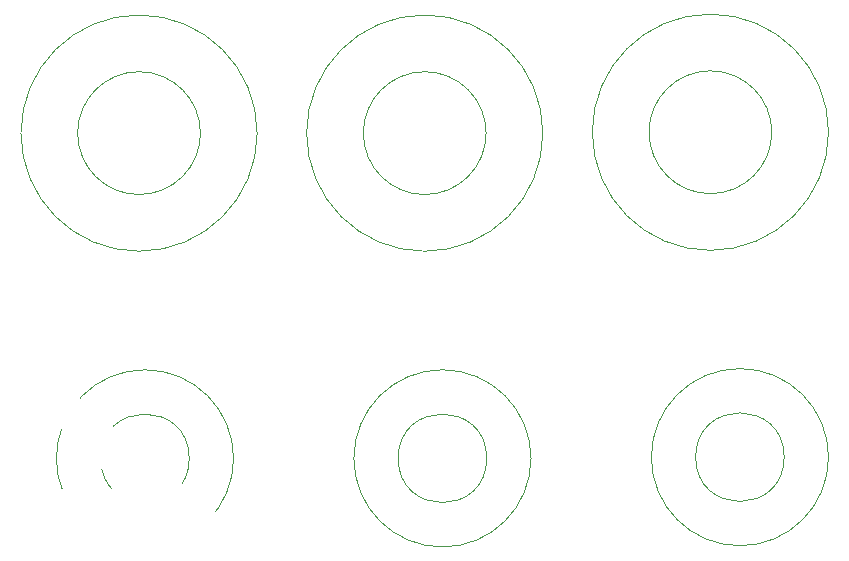
<source format=gbr>
%TF.GenerationSoftware,KiCad,Pcbnew,7.0.7*%
%TF.CreationDate,2024-03-09T13:17:09+01:00*%
%TF.ProjectId,button-board,62757474-6f6e-42d6-926f-6172642e6b69,rev?*%
%TF.SameCoordinates,Original*%
%TF.FileFunction,Legend,Top*%
%TF.FilePolarity,Positive*%
%FSLAX46Y46*%
G04 Gerber Fmt 4.6, Leading zero omitted, Abs format (unit mm)*
G04 Created by KiCad (PCBNEW 7.0.7) date 2024-03-09 13:17:09*
%MOMM*%
%LPD*%
G01*
G04 APERTURE LIST*
G04 Aperture macros list*
%AMRoundRect*
0 Rectangle with rounded corners*
0 $1 Rounding radius*
0 $2 $3 $4 $5 $6 $7 $8 $9 X,Y pos of 4 corners*
0 Add a 4 corners polygon primitive as box body*
4,1,4,$2,$3,$4,$5,$6,$7,$8,$9,$2,$3,0*
0 Add four circle primitives for the rounded corners*
1,1,$1+$1,$2,$3*
1,1,$1+$1,$4,$5*
1,1,$1+$1,$6,$7*
1,1,$1+$1,$8,$9*
0 Add four rect primitives between the rounded corners*
20,1,$1+$1,$2,$3,$4,$5,0*
20,1,$1+$1,$4,$5,$6,$7,0*
20,1,$1+$1,$6,$7,$8,$9,0*
20,1,$1+$1,$8,$9,$2,$3,0*%
%AMFreePoly0*
4,1,149,0.820284,1.955007,1.362276,1.875243,1.897000,1.756128,2.421603,1.598298,2.933285,1.402596,3.429317,1.170066,3.907053,0.901948,4.363942,0.599673,4.797548,0.264854,5.205556,-0.100724,5.585791,-0.495109,5.936224,-0.916197,6.254984,-1.361742,6.540371,-1.829366,6.790862,-2.316575,7.005121,-2.820768,7.182004,-3.339257,7.320569,-3.869274,7.420075,-4.407991,7.479992,-4.952535,
7.500000,-5.500000,7.479992,-6.047465,7.420075,-6.592009,7.320569,-7.130726,7.182004,-7.660743,7.005121,-8.179232,6.790862,-8.683425,6.540371,-9.170634,6.254984,-9.638258,5.936224,-10.083803,5.585791,-10.504891,5.205556,-10.899276,4.797548,-11.264854,4.363942,-11.599673,3.907053,-11.901948,3.429317,-12.170066,2.933285,-12.402596,2.421603,-12.598298,1.897000,-12.756128,1.362276,-12.875243,
0.820284,-12.955007,0.273915,-12.994996,-0.273915,-12.994996,-0.820284,-12.955007,-1.362276,-12.875243,-1.897000,-12.756128,-2.421603,-12.598298,-2.933285,-12.402596,-3.429317,-12.170066,-3.907053,-11.901948,-4.363942,-11.599673,-4.797548,-11.264854,-5.205556,-10.899276,-5.585791,-10.504891,-5.936224,-10.083803,-6.254984,-9.638258,-6.540371,-9.170634,-6.790862,-8.683425,-7.005121,-8.179232,-7.182004,-7.660743,
-7.320569,-7.130726,-7.420075,-6.592009,-7.479992,-6.047465,-7.500000,-5.500000,-3.504803,-5.500000,-3.485603,-5.866352,-3.428215,-6.228690,-3.333266,-6.583044,-3.201797,-6.925532,-3.035248,-7.252402,-2.835445,-7.560072,-2.604576,-7.845171,-2.345171,-8.104576,-2.060072,-8.335445,-1.752402,-8.535248,-1.425532,-8.701797,-1.083044,-8.833266,-0.728690,-8.928215,-0.366352,-8.985603,0.000000,-9.004803,
0.366352,-8.985603,0.728690,-8.928215,1.083044,-8.833266,1.425532,-8.701797,1.752402,-8.535248,2.060072,-8.335445,2.345171,-8.104576,2.604576,-7.845171,2.835445,-7.560072,3.035248,-7.252402,3.201797,-6.925532,3.333266,-6.583044,3.428215,-6.228690,3.485603,-5.866352,3.504803,-5.500000,3.485603,-5.133648,3.428215,-4.771310,3.333266,-4.416956,3.201797,-4.074468,3.035248,-3.747599,
2.835445,-3.439928,2.604576,-3.154829,2.345171,-2.895424,2.060072,-2.664555,1.752402,-2.464752,1.425532,-2.298203,1.083044,-2.166734,0.728690,-2.071785,0.366352,-2.014397,0.000000,-1.995197,-0.366352,-2.014397,-0.728690,-2.071785,-1.083044,-2.166734,-1.425532,-2.298203,-1.752401,-2.464752,-2.060072,-2.664555,-2.345171,-2.895424,-2.604576,-3.154829,-2.835445,-3.439928,-3.035248,-3.747599,
-3.201797,-4.074468,-3.333266,-4.416956,-3.428215,-4.771310,-3.485603,-5.133648,-3.504803,-5.500000,-7.500000,-5.500000,-7.479992,-4.952535,-7.420075,-4.407991,-7.320569,-3.869274,-7.182004,-3.339257,-7.005121,-2.820768,-6.790862,-2.316575,-6.540371,-1.829366,-6.254984,-1.361742,-5.936224,-0.916197,-5.585791,-0.495109,-5.205556,-0.100724,-4.797548,0.264854,-4.363942,0.599673,-3.907053,0.901948,
-3.429317,1.170066,-2.933285,1.402596,-2.421603,1.598298,-1.897000,1.756128,-1.362276,1.875243,-0.820284,1.955007,-0.273915,1.994996,0.273915,1.994996,0.820284,1.955007,0.820284,1.955007,$1*%
%AMFreePoly1*
4,1,173,0.373905,2.106267,0.999332,2.047147,1.619813,1.948873,2.232899,1.811832,2.836170,1.636565,3.427246,1.423765,4.003793,1.174271,4.563537,0.889067,5.104268,0.569279,5.623853,0.216170,6.120240,-0.168868,6.591471,-0.584314,7.035686,-1.028529,7.451132,-1.499760,7.836170,-1.996147,8.189279,-2.515732,8.509067,-3.056463,8.794271,-3.616207,9.043765,-4.192754,9.256565,-4.783830,
9.431832,-5.387101,9.568873,-6.000187,9.667147,-6.620668,9.726267,-7.246095,9.746000,-7.874000,9.726267,-8.501905,9.667147,-9.127332,9.568873,-9.747813,9.431832,-10.360899,9.256565,-10.964170,9.043765,-11.555246,8.794271,-12.131793,8.509067,-12.691537,8.189279,-13.232268,7.836170,-13.751853,7.451132,-14.248240,7.035686,-14.719471,6.591471,-15.163686,6.120240,-15.579132,5.623853,-15.964170,
5.104268,-16.317279,4.563537,-16.637067,4.003793,-16.922271,3.427246,-17.171765,2.836170,-17.384565,2.232899,-17.559832,1.619813,-17.696873,0.999332,-17.795147,0.373905,-17.854267,-0.254000,-17.874000,-0.881905,-17.854267,-1.507332,-17.795147,-2.127813,-17.696873,-2.740899,-17.559832,-3.344170,-17.384565,-3.935246,-17.171765,-4.511793,-16.922271,-5.071537,-16.637067,-5.612268,-16.317279,-6.131853,-15.964170,
-6.628240,-15.579132,-7.099471,-15.163686,-7.543686,-14.719471,-7.959132,-14.248240,-8.344170,-13.751853,-8.697279,-13.232268,-9.017067,-12.691537,-9.302271,-12.131793,-9.551765,-11.555246,-9.764565,-10.964170,-9.939832,-10.360899,-10.076873,-9.747813,-10.175147,-9.127332,-10.234267,-8.501905,-10.254000,-7.874000,-5.259040,-7.874000,-5.238891,-8.322648,-5.178607,-8.767684,-5.078673,-9.205525,-4.939893,-9.632645,
-4.763385,-10.045605,-4.550571,-10.441081,-4.303162,-10.815889,-4.023153,-11.167010,-3.712796,-11.491617,-3.374591,-11.787098,-3.011261,-12.051073,-2.625732,-12.281416,-2.221106,-12.476273,-1.800642,-12.634076,-1.367726,-12.753553,-0.925843,-12.833743,-0.478550,-12.874000,-0.029450,-12.874000,0.417843,-12.833743,0.859726,-12.753553,1.292642,-12.634076,1.713106,-12.476273,2.117732,-12.281416,2.503261,-12.051073,
2.866591,-11.787098,3.204796,-11.491617,3.515153,-11.167010,3.795162,-10.815889,4.042571,-10.441081,4.255385,-10.045605,4.431893,-9.632645,4.570673,-9.205525,4.670607,-8.767684,4.730891,-8.322648,4.751040,-7.874000,4.730891,-7.425352,4.670607,-6.980316,4.570673,-6.542475,4.431893,-6.115355,4.255385,-5.702395,4.042571,-5.306919,3.795162,-4.932111,3.515153,-4.580990,3.204796,-4.256383,
2.866591,-3.960902,2.503261,-3.696927,2.117732,-3.466584,1.713106,-3.271727,1.292642,-3.113924,0.859726,-2.994447,0.417843,-2.914257,-0.029450,-2.874000,-0.478550,-2.874000,-0.925843,-2.914257,-1.367726,-2.994447,-1.800642,-3.113924,-2.221106,-3.271727,-2.625732,-3.466584,-3.011261,-3.696927,-3.374591,-3.960902,-3.712796,-4.256383,-4.023153,-4.580990,-4.303162,-4.932111,-4.550571,-5.306919,
-4.763385,-5.702395,-4.939893,-6.115355,-5.078673,-6.542475,-5.178607,-6.980316,-5.238891,-7.425352,-5.259040,-7.874000,-10.254000,-7.874000,-10.234267,-7.246095,-10.175147,-6.620668,-10.076873,-6.000187,-9.939832,-5.387101,-9.764565,-4.783830,-9.551765,-4.192754,-9.302271,-3.616207,-9.017067,-3.056463,-8.697279,-2.515732,-8.344170,-1.996147,-7.959132,-1.499760,-7.543686,-1.028529,-7.099471,-0.584314,
-6.628240,-0.168868,-6.131853,0.216170,-5.612268,0.569279,-5.071537,0.889067,-4.511793,1.174271,-3.935246,1.423765,-3.344170,1.636565,-2.740899,1.811832,-2.127813,1.948873,-1.507332,2.047147,-0.881905,2.106267,-0.254000,2.126000,0.373905,2.106267,0.373905,2.106267,$1*%
%AMFreePoly2*
4,1,119,0.491939,2.480672,0.980844,2.422806,1.463702,2.326759,1.937537,2.193124,2.399425,2.022725,2.846520,1.816611,3.276066,1.576054,3.685414,1.302537,4.072039,0.997745,4.433560,0.663560,4.767745,0.302039,5.072537,-0.084586,5.346054,-0.493934,5.586611,-0.923480,5.792725,-1.370575,5.963124,-1.832463,6.096759,-2.306298,6.192806,-2.789156,6.250672,-3.278061,6.270000,-3.770000,
6.250672,-4.261939,6.192806,-4.750844,6.096759,-5.233702,5.963124,-5.707537,5.792725,-6.169425,5.586611,-6.616520,5.346054,-7.046066,5.072537,-7.455414,4.767745,-7.842039,4.433560,-8.203560,4.072039,-8.537745,3.685414,-8.842537,3.276066,-9.116054,2.846520,-9.356611,2.399425,-9.562725,1.937537,-9.733124,1.463702,-9.866759,0.980844,-9.962806,0.491939,-10.020672,0.000000,-10.040000,
-0.491939,-10.020672,-0.980844,-9.962806,-1.463702,-9.866759,-1.937537,-9.733124,-2.399425,-9.562725,-2.846520,-9.356611,-3.276066,-9.116054,-3.685414,-8.842537,-4.072039,-8.537745,-4.433560,-8.203560,-4.767745,-7.842039,-5.072537,-7.455414,-5.346054,-7.046066,-5.586611,-6.616520,-5.792725,-6.169425,-5.963124,-5.707537,-6.096759,-5.233702,-6.192806,-4.750844,-6.250672,-4.261939,-6.270000,-3.770000,
-1.274851,-3.770000,-1.255483,-3.991376,-1.197968,-4.206025,-1.104053,-4.407426,-0.976593,-4.589458,-0.819458,-4.746593,-0.637426,-4.874053,-0.436025,-4.967968,-0.221376,-5.025483,0.000000,-5.044851,0.221376,-5.025483,0.436025,-4.967968,0.637426,-4.874053,0.819458,-4.746593,0.976593,-4.589458,1.104053,-4.407426,1.197968,-4.206025,1.255483,-3.991376,1.274851,-3.770000,1.255483,-3.548624,
1.197968,-3.333975,1.104053,-3.132575,0.976593,-2.950542,0.819458,-2.793407,0.637426,-2.665947,0.436025,-2.572032,0.221376,-2.514517,0.000000,-2.495149,-0.221376,-2.514517,-0.436025,-2.572032,-0.637425,-2.665947,-0.819458,-2.793407,-0.976593,-2.950542,-1.104053,-3.132575,-1.197968,-3.333975,-1.255483,-3.548624,-1.274851,-3.770000,-6.270000,-3.770000,-6.250672,-3.278061,-6.192806,-2.789156,
-6.096759,-2.306298,-5.963124,-1.832463,-5.792725,-1.370575,-5.586611,-0.923480,-5.346054,-0.493934,-5.072537,-0.084586,-4.767745,0.302039,-4.433560,0.663560,-4.072039,0.997745,-3.685414,1.302537,-3.276066,1.576054,-2.846520,1.816611,-2.399425,2.022725,-1.937537,2.193124,-1.463702,2.326759,-0.980844,2.422806,-0.491939,2.480672,0.000000,2.500000,0.491939,2.480672,0.491939,2.480672,
$1*%
%AMFreePoly3*
4,1,117,0.671166,1.398749,1.112605,1.318640,1.545085,1.199283,1.965125,1.041639,2.369343,0.846978,2.754485,0.616866,3.117449,0.353157,3.455313,0.057974,3.765357,-0.266306,4.045085,-0.617074,4.292244,-0.991504,4.504844,-1.386581,4.681174,-1.799126,4.819814,-2.225816,4.919648,-2.663216,4.979871,-3.107803,5.000000,-3.556000,4.979871,-4.004197,4.919648,-4.448784,4.819814,-4.886184,
4.681174,-5.312874,4.504844,-5.725419,4.292244,-6.120496,4.045085,-6.494926,3.765357,-6.845694,3.455313,-7.169974,3.117449,-7.465157,2.754485,-7.728866,2.369343,-7.958978,1.965125,-8.153639,1.545085,-8.311283,1.112605,-8.430640,0.671166,-8.510749,0.224324,-8.550965,-0.224324,-8.550965,-0.671166,-8.510749,-1.112605,-8.430640,-1.545085,-8.311283,-1.965125,-8.153639,-2.369343,-7.958978,
-2.754485,-7.728866,-3.117449,-7.465157,-3.455313,-7.169974,-3.765357,-6.845694,-4.045085,-6.494926,-4.292244,-6.120496,-4.504844,-5.725419,-4.681174,-5.312874,-4.819814,-4.886184,-4.919648,-4.448784,-4.979871,-4.004197,-5.000000,-3.556000,-2.005109,-3.556000,-1.984700,-3.841357,-1.923888,-4.120904,-1.823911,-4.388952,-1.686805,-4.640044,-1.515360,-4.869067,-1.313067,-5.071360,-1.084044,-5.242805,
-0.832952,-5.379911,-0.564904,-5.479888,-0.285357,-5.540700,0.000000,-5.561109,0.285357,-5.540700,0.564904,-5.479888,0.832952,-5.379911,1.084044,-5.242805,1.313067,-5.071360,1.515360,-4.869067,1.686805,-4.640044,1.823911,-4.388952,1.923888,-4.120904,1.984700,-3.841357,2.005109,-3.556000,1.984700,-3.270643,1.923888,-2.991096,1.823911,-2.723048,1.686805,-2.471956,1.515360,-2.242933,
1.313067,-2.040640,1.084044,-1.869195,0.832952,-1.732089,0.564904,-1.632112,0.285357,-1.571300,0.000000,-1.550891,-0.285357,-1.571300,-0.564904,-1.632112,-0.832952,-1.732089,-1.084044,-1.869195,-1.313067,-2.040640,-1.515360,-2.242933,-1.686805,-2.471956,-1.823911,-2.723048,-1.923888,-2.991096,-1.984700,-3.270643,-2.005109,-3.556000,-5.000000,-3.556000,-4.979871,-3.107803,-4.919648,-2.663216,
-4.819814,-2.225816,-4.681174,-1.799126,-4.504844,-1.386581,-4.292244,-0.991504,-4.045085,-0.617074,-3.765357,-0.266306,-3.455313,0.057974,-3.117449,0.353157,-2.754485,0.616866,-2.369343,0.846978,-1.965125,1.041639,-1.545085,1.199283,-1.112605,1.318640,-0.671166,1.398749,-0.224324,1.438965,0.224324,1.438965,0.671166,1.398749,0.671166,1.398749,$1*%
G04 Aperture macros list end*
%ADD10C,0.120000*%
%ADD11C,0.300000*%
%ADD12C,5.060000*%
%ADD13C,3.560000*%
%ADD14C,2.060000*%
%ADD15FreePoly0,90.000000*%
%ADD16FreePoly1,90.000000*%
%ADD17C,2.540000*%
%ADD18FreePoly2,90.000000*%
%ADD19C,3.200000*%
%ADD20FreePoly3,90.000000*%
%ADD21C,1.600000*%
%ADD22RoundRect,0.102000X1.200000X1.200000X-1.200000X1.200000X-1.200000X-1.200000X1.200000X-1.200000X0*%
%ADD23C,2.004000*%
%ADD24C,2.604000*%
%ADD25C,0.700000*%
%ADD26R,1.700000X1.700000*%
%ADD27O,1.700000X1.700000*%
%ADD28R,1.000000X1.000000*%
%ADD29O,1.000000X1.000000*%
G04 APERTURE END LIST*
D10*
%TO.C,P17*%
X112309480Y80986324D02*
G75*
G03*
X112309480Y80986324I-5200000J0D01*
G01*
X117109480Y80986324D02*
G75*
G03*
X117109480Y80986324I-10000000J0D01*
G01*
%TO.C,P16*%
X88122560Y80986324D02*
G75*
G03*
X88122560Y80986324I-5200000J0D01*
G01*
X92922560Y80986324D02*
G75*
G03*
X92922560Y80986324I-10000000J0D01*
G01*
%TO.C,P11*%
X112359478Y53449765D02*
G75*
G03*
X112359478Y53449765I-3750000J0D01*
G01*
X116109478Y53449765D02*
G75*
G03*
X116109478Y53449765I-7500000J0D01*
G01*
%TO.C,P12*%
X137546400Y53550245D02*
G75*
G03*
X137546400Y53550245I-3750000J0D01*
G01*
X141296400Y53550245D02*
G75*
G03*
X141296400Y53550245I-7500000J0D01*
G01*
%TO.C,P10*%
X87172559Y53449765D02*
G75*
G03*
X87172559Y53449765I-3750000J0D01*
G01*
X90922559Y53449765D02*
G75*
G03*
X90922559Y53449765I-7500000J0D01*
G01*
%TO.C,P18*%
X136496402Y81061684D02*
G75*
G03*
X136496402Y81061684I-5200000J0D01*
G01*
X141296402Y81061684D02*
G75*
G03*
X141296402Y81061684I-10000000J0D01*
G01*
%TD*%
%LPC*%
D11*
G36*
X10063103Y-1079006D02*
G01*
X10086695Y-1079960D01*
X10109577Y-1081869D01*
X10131750Y-1084731D01*
X10153213Y-1088547D01*
X10173966Y-1093318D01*
X10194009Y-1099042D01*
X10213342Y-1105720D01*
X10231966Y-1113353D01*
X10249880Y-1121940D01*
X10267084Y-1131480D01*
X10283578Y-1141975D01*
X10306988Y-1159506D01*
X10321707Y-1172386D01*
X10335717Y-1186220D01*
X10349017Y-1201009D01*
X10361557Y-1216724D01*
X10373288Y-1233340D01*
X10384210Y-1250857D01*
X10394324Y-1269274D01*
X10403628Y-1288593D01*
X10412123Y-1308811D01*
X10419809Y-1329931D01*
X10426686Y-1351951D01*
X10432754Y-1374871D01*
X10438012Y-1398693D01*
X10442462Y-1423415D01*
X10446103Y-1449037D01*
X10448935Y-1475560D01*
X10450957Y-1502984D01*
X10452171Y-1531309D01*
X10452575Y-1560534D01*
X10452575Y-2365558D01*
X10452171Y-2394429D01*
X10450957Y-2422421D01*
X10448935Y-2449536D01*
X10446103Y-2475773D01*
X10442462Y-2501132D01*
X10438012Y-2525614D01*
X10432754Y-2549218D01*
X10426686Y-2571944D01*
X10419809Y-2593792D01*
X10412123Y-2614762D01*
X10403628Y-2634855D01*
X10394324Y-2654070D01*
X10384210Y-2672408D01*
X10373288Y-2689867D01*
X10361557Y-2706449D01*
X10349017Y-2722153D01*
X10335717Y-2736941D01*
X10321707Y-2750775D01*
X10299362Y-2769737D01*
X10275419Y-2786553D01*
X10258570Y-2796571D01*
X10241012Y-2805634D01*
X10222743Y-2813744D01*
X10203765Y-2820900D01*
X10184076Y-2827101D01*
X10163678Y-2832349D01*
X10142570Y-2836642D01*
X10120752Y-2839981D01*
X10098225Y-2842366D01*
X10074987Y-2843797D01*
X10051040Y-2844274D01*
X10039158Y-2844155D01*
X10015909Y-2843201D01*
X9993347Y-2841293D01*
X9971472Y-2838431D01*
X9950284Y-2834614D01*
X9929783Y-2829844D01*
X9909969Y-2824120D01*
X9890842Y-2817441D01*
X9872401Y-2809809D01*
X9854648Y-2801222D01*
X9829306Y-2786553D01*
X9805509Y-2769737D01*
X9783258Y-2750775D01*
X9769283Y-2736941D01*
X9755995Y-2722153D01*
X9743455Y-2706449D01*
X9731723Y-2689867D01*
X9720801Y-2672408D01*
X9710688Y-2654070D01*
X9701384Y-2634855D01*
X9692889Y-2614762D01*
X9685203Y-2593792D01*
X9678326Y-2571944D01*
X9672258Y-2549218D01*
X9666999Y-2525614D01*
X9662549Y-2501132D01*
X9658908Y-2475773D01*
X9656077Y-2449536D01*
X9654054Y-2422421D01*
X9652840Y-2394429D01*
X9652436Y-2365558D01*
X9652436Y-1560534D01*
X9652840Y-1531309D01*
X9654054Y-1502984D01*
X9656077Y-1475560D01*
X9658908Y-1449037D01*
X9662549Y-1423415D01*
X9666999Y-1398693D01*
X9672258Y-1374871D01*
X9678326Y-1351951D01*
X9685203Y-1329931D01*
X9692889Y-1308811D01*
X9701384Y-1288593D01*
X9710688Y-1269274D01*
X9720801Y-1250857D01*
X9731723Y-1233340D01*
X9743455Y-1216724D01*
X9755995Y-1201009D01*
X9762553Y-1193495D01*
X9776185Y-1179184D01*
X9797921Y-1159506D01*
X9821202Y-1141975D01*
X9846029Y-1126591D01*
X9863439Y-1117527D01*
X9881536Y-1109418D01*
X9900319Y-1102262D01*
X9919790Y-1096060D01*
X9939948Y-1090813D01*
X9960792Y-1086520D01*
X9982324Y-1083180D01*
X10004542Y-1080795D01*
X10027448Y-1079364D01*
X10051040Y-1078887D01*
X10063103Y-1079006D01*
G37*
G36*
X28561079Y-1079006D02*
G01*
X28584671Y-1079960D01*
X28607554Y-1081869D01*
X28629726Y-1084731D01*
X28651189Y-1088547D01*
X28671942Y-1093318D01*
X28691985Y-1099042D01*
X28711319Y-1105720D01*
X28729942Y-1113353D01*
X28747856Y-1121940D01*
X28765060Y-1131480D01*
X28781554Y-1141975D01*
X28804964Y-1159506D01*
X28819683Y-1172386D01*
X28833693Y-1186220D01*
X28846993Y-1201009D01*
X28859533Y-1216724D01*
X28871264Y-1233340D01*
X28882187Y-1250857D01*
X28892300Y-1269274D01*
X28901604Y-1288593D01*
X28910099Y-1308811D01*
X28917785Y-1329931D01*
X28924662Y-1351951D01*
X28930730Y-1374871D01*
X28935989Y-1398693D01*
X28940439Y-1423415D01*
X28944079Y-1449037D01*
X28946911Y-1475560D01*
X28948934Y-1502984D01*
X28950147Y-1531309D01*
X28950552Y-1560534D01*
X28950552Y-2365558D01*
X28950147Y-2394429D01*
X28948934Y-2422421D01*
X28946911Y-2449536D01*
X28944079Y-2475773D01*
X28940439Y-2501132D01*
X28935989Y-2525614D01*
X28930730Y-2549218D01*
X28924662Y-2571944D01*
X28917785Y-2593792D01*
X28910099Y-2614762D01*
X28901604Y-2634855D01*
X28892300Y-2654070D01*
X28882187Y-2672408D01*
X28871264Y-2689867D01*
X28859533Y-2706449D01*
X28846993Y-2722153D01*
X28833693Y-2736941D01*
X28819683Y-2750775D01*
X28797338Y-2769737D01*
X28773396Y-2786553D01*
X28756547Y-2796571D01*
X28738988Y-2805634D01*
X28720719Y-2813744D01*
X28701741Y-2820900D01*
X28682053Y-2827101D01*
X28661654Y-2832349D01*
X28640547Y-2836642D01*
X28618729Y-2839981D01*
X28596201Y-2842366D01*
X28572964Y-2843797D01*
X28549017Y-2844274D01*
X28537134Y-2844155D01*
X28513886Y-2843201D01*
X28491324Y-2841293D01*
X28469449Y-2838431D01*
X28448261Y-2834614D01*
X28427759Y-2829844D01*
X28407945Y-2824120D01*
X28388818Y-2817441D01*
X28370378Y-2809809D01*
X28352624Y-2801222D01*
X28327282Y-2786553D01*
X28303486Y-2769737D01*
X28281235Y-2750775D01*
X28267259Y-2736941D01*
X28253971Y-2722153D01*
X28241431Y-2706449D01*
X28229700Y-2689867D01*
X28218777Y-2672408D01*
X28208664Y-2654070D01*
X28199360Y-2634855D01*
X28190865Y-2614762D01*
X28183179Y-2593792D01*
X28176302Y-2571944D01*
X28170234Y-2549218D01*
X28164975Y-2525614D01*
X28160525Y-2501132D01*
X28156885Y-2475773D01*
X28154053Y-2449536D01*
X28152030Y-2422421D01*
X28150817Y-2394429D01*
X28150412Y-2365558D01*
X28150412Y-1560534D01*
X28150817Y-1531309D01*
X28152030Y-1502984D01*
X28154053Y-1475560D01*
X28156885Y-1449037D01*
X28160525Y-1423415D01*
X28164975Y-1398693D01*
X28170234Y-1374871D01*
X28176302Y-1351951D01*
X28183179Y-1329931D01*
X28190865Y-1308811D01*
X28199360Y-1288593D01*
X28208664Y-1269274D01*
X28218777Y-1250857D01*
X28229700Y-1233340D01*
X28241431Y-1216724D01*
X28253971Y-1201009D01*
X28260529Y-1193495D01*
X28274161Y-1179184D01*
X28295897Y-1159506D01*
X28319178Y-1141975D01*
X28344005Y-1126591D01*
X28361415Y-1117527D01*
X28379512Y-1109418D01*
X28398296Y-1102262D01*
X28417767Y-1096060D01*
X28437924Y-1090813D01*
X28458769Y-1086520D01*
X28480300Y-1083180D01*
X28502519Y-1080795D01*
X28525424Y-1079364D01*
X28549017Y-1078887D01*
X28561079Y-1079006D01*
G37*
G36*
X12941160Y-1110574D02*
G01*
X12965079Y-1111845D01*
X12988253Y-1113963D01*
X13010683Y-1116928D01*
X13032370Y-1120740D01*
X13053311Y-1125400D01*
X13073509Y-1130907D01*
X13092963Y-1137261D01*
X13111672Y-1144463D01*
X13129637Y-1152511D01*
X13155190Y-1166172D01*
X13179068Y-1181740D01*
X13201272Y-1199214D01*
X13221801Y-1218594D01*
X13234519Y-1232571D01*
X13252057Y-1255118D01*
X13267749Y-1279563D01*
X13277185Y-1296914D01*
X13285800Y-1315108D01*
X13293595Y-1334146D01*
X13300569Y-1354027D01*
X13306723Y-1374751D01*
X13312056Y-1396319D01*
X13316569Y-1418730D01*
X13320261Y-1441985D01*
X13323133Y-1466083D01*
X13325184Y-1491024D01*
X13326415Y-1516809D01*
X13326825Y-1543437D01*
X13326825Y-2365558D01*
X13326409Y-2392564D01*
X13325161Y-2418750D01*
X13323082Y-2444115D01*
X13320170Y-2468659D01*
X13316426Y-2492383D01*
X13311850Y-2515287D01*
X13306442Y-2537370D01*
X13300203Y-2558632D01*
X13293131Y-2579074D01*
X13285228Y-2598696D01*
X13276492Y-2617497D01*
X13266925Y-2635477D01*
X13256525Y-2652637D01*
X13245294Y-2668977D01*
X13233231Y-2684496D01*
X13220335Y-2699194D01*
X13213621Y-2706197D01*
X13192400Y-2725870D01*
X13169565Y-2743543D01*
X13145116Y-2759215D01*
X13127920Y-2768552D01*
X13110006Y-2776999D01*
X13091375Y-2784557D01*
X13072027Y-2791226D01*
X13051961Y-2797006D01*
X13031177Y-2801896D01*
X13009676Y-2805898D01*
X12987457Y-2809010D01*
X12964522Y-2811233D01*
X12940868Y-2812567D01*
X12916497Y-2813011D01*
X12629756Y-2813011D01*
X12629756Y-1110150D01*
X12916497Y-1110150D01*
X12941160Y-1110574D01*
G37*
G36*
X17348785Y-1110585D02*
G01*
X17372210Y-1111890D01*
X17394867Y-1114066D01*
X17416756Y-1117111D01*
X17437877Y-1121027D01*
X17458229Y-1125812D01*
X17477814Y-1131468D01*
X17496631Y-1137994D01*
X17531960Y-1153656D01*
X17564217Y-1172799D01*
X17593402Y-1195422D01*
X17619515Y-1221525D01*
X17642556Y-1251109D01*
X17662525Y-1284173D01*
X17671357Y-1302011D01*
X17679422Y-1320718D01*
X17686718Y-1340296D01*
X17693246Y-1360743D01*
X17699006Y-1382061D01*
X17703999Y-1404249D01*
X17708223Y-1427307D01*
X17711679Y-1451235D01*
X17714367Y-1476034D01*
X17716287Y-1501702D01*
X17717439Y-1528241D01*
X17717823Y-1555649D01*
X17717434Y-1583859D01*
X17716266Y-1611214D01*
X17714320Y-1637715D01*
X17711595Y-1663360D01*
X17708092Y-1688151D01*
X17703810Y-1712087D01*
X17698749Y-1735168D01*
X17692910Y-1757394D01*
X17686293Y-1778765D01*
X17678897Y-1799281D01*
X17670722Y-1818943D01*
X17661769Y-1837750D01*
X17652038Y-1855702D01*
X17641528Y-1872799D01*
X17630239Y-1889041D01*
X17618172Y-1904428D01*
X17598841Y-1925816D01*
X17578032Y-1945100D01*
X17555747Y-1962281D01*
X17531985Y-1977357D01*
X17506746Y-1990330D01*
X17480030Y-2001200D01*
X17461399Y-2007277D01*
X17442111Y-2012420D01*
X17422167Y-2016627D01*
X17401567Y-2019900D01*
X17380310Y-2022237D01*
X17358397Y-2023639D01*
X17335827Y-2024107D01*
X17037851Y-2024107D01*
X17037851Y-1110150D01*
X17324592Y-1110150D01*
X17348785Y-1110585D01*
G37*
G36*
X26554279Y-1110574D02*
G01*
X26578198Y-1111845D01*
X26601373Y-1113963D01*
X26623803Y-1116928D01*
X26645489Y-1120740D01*
X26666431Y-1125400D01*
X26686629Y-1130907D01*
X26706082Y-1137261D01*
X26724791Y-1144463D01*
X26742757Y-1152511D01*
X26768309Y-1166172D01*
X26792187Y-1181740D01*
X26814391Y-1199214D01*
X26834920Y-1218594D01*
X26847638Y-1232571D01*
X26865176Y-1255118D01*
X26880868Y-1279563D01*
X26890304Y-1296914D01*
X26898919Y-1315108D01*
X26906714Y-1334146D01*
X26913689Y-1354027D01*
X26919842Y-1374751D01*
X26925176Y-1396319D01*
X26929688Y-1418730D01*
X26933381Y-1441985D01*
X26936252Y-1466083D01*
X26938304Y-1491024D01*
X26939534Y-1516809D01*
X26939945Y-1543437D01*
X26939945Y-2365558D01*
X26939529Y-2392564D01*
X26938281Y-2418750D01*
X26936201Y-2444115D01*
X26933289Y-2468659D01*
X26929545Y-2492383D01*
X26924969Y-2515287D01*
X26919562Y-2537370D01*
X26913322Y-2558632D01*
X26906251Y-2579074D01*
X26898347Y-2598696D01*
X26889612Y-2617497D01*
X26880044Y-2635477D01*
X26869645Y-2652637D01*
X26858413Y-2668977D01*
X26846350Y-2684496D01*
X26833455Y-2699194D01*
X26826740Y-2706197D01*
X26805519Y-2725870D01*
X26782685Y-2743543D01*
X26758236Y-2759215D01*
X26741039Y-2768552D01*
X26723126Y-2776999D01*
X26704495Y-2784557D01*
X26685146Y-2791226D01*
X26665080Y-2797006D01*
X26644296Y-2801896D01*
X26622795Y-2805898D01*
X26600577Y-2809010D01*
X26577641Y-2811233D01*
X26553988Y-2812567D01*
X26529617Y-2813011D01*
X26242876Y-2813011D01*
X26242876Y-1110150D01*
X26529617Y-1110150D01*
X26554279Y-1110574D01*
G37*
G36*
X30683160Y-3278977D02*
G01*
X5368466Y-3278977D01*
X5368466Y-2451532D01*
X5654180Y-2451532D01*
X5656272Y-2482854D01*
X5659371Y-2513318D01*
X5663477Y-2542923D01*
X5668591Y-2571669D01*
X5674712Y-2599556D01*
X5681841Y-2626585D01*
X5689977Y-2652756D01*
X5699121Y-2678067D01*
X5709273Y-2702520D01*
X5720431Y-2726114D01*
X5732598Y-2748850D01*
X5745772Y-2770727D01*
X5759953Y-2791745D01*
X5775142Y-2811905D01*
X5791338Y-2831206D01*
X5808542Y-2849648D01*
X5826606Y-2867039D01*
X5845384Y-2883308D01*
X5864876Y-2898454D01*
X5885082Y-2912479D01*
X5906001Y-2925382D01*
X5927633Y-2937163D01*
X5949980Y-2947822D01*
X5973040Y-2957359D01*
X5996813Y-2965774D01*
X6021300Y-2973067D01*
X6046501Y-2979238D01*
X6072416Y-2984287D01*
X6099044Y-2988214D01*
X6126386Y-2991019D01*
X6154441Y-2992702D01*
X6183211Y-2993263D01*
X6202838Y-2992986D01*
X6231692Y-2991533D01*
X6259842Y-2988836D01*
X6287288Y-2984893D01*
X6314029Y-2979705D01*
X6340067Y-2973272D01*
X6365400Y-2965594D01*
X6390030Y-2956671D01*
X6413955Y-2946503D01*
X6437176Y-2935090D01*
X6459693Y-2922432D01*
X6474304Y-2913336D01*
X6495369Y-2899012D01*
X6515411Y-2883872D01*
X6534432Y-2867917D01*
X6552431Y-2851146D01*
X6569409Y-2833559D01*
X6585364Y-2815156D01*
X6600298Y-2795938D01*
X6614209Y-2775904D01*
X6627099Y-2755054D01*
X6638968Y-2733388D01*
X6646362Y-2718589D01*
X6656558Y-2696074D01*
X6665682Y-2673182D01*
X6673732Y-2649912D01*
X6680708Y-2626265D01*
X6686612Y-2602239D01*
X6691442Y-2577836D01*
X6695198Y-2553055D01*
X6697882Y-2527896D01*
X6699492Y-2502359D01*
X6700028Y-2476445D01*
X6699769Y-2458092D01*
X6698406Y-2431121D01*
X6695876Y-2404821D01*
X6692178Y-2379189D01*
X6687312Y-2354228D01*
X6681279Y-2329936D01*
X6674078Y-2306314D01*
X6665708Y-2283362D01*
X6656172Y-2261080D01*
X6645467Y-2239467D01*
X6633594Y-2218524D01*
X6625183Y-2204871D01*
X6612166Y-2184943D01*
X6598668Y-2165676D01*
X6584688Y-2147070D01*
X6570229Y-2129126D01*
X6555288Y-2111842D01*
X6539866Y-2095220D01*
X6523964Y-2079259D01*
X6507580Y-2063959D01*
X6490716Y-2049320D01*
X6473371Y-2035342D01*
X6467455Y-2030773D01*
X6449061Y-2016825D01*
X6429697Y-2002517D01*
X6409362Y-1987848D01*
X6388057Y-1972819D01*
X6365782Y-1957429D01*
X6342537Y-1941678D01*
X6318321Y-1925566D01*
X6301638Y-1914625D01*
X6284524Y-1903524D01*
X6266978Y-1892262D01*
X6249002Y-1880839D01*
X6230594Y-1869257D01*
X6222103Y-1863851D01*
X6197331Y-1847970D01*
X6173606Y-1832595D01*
X6150928Y-1817727D01*
X6129299Y-1803366D01*
X6108716Y-1789512D01*
X6089182Y-1776164D01*
X6070695Y-1763322D01*
X6053255Y-1750988D01*
X6036863Y-1739160D01*
X6016637Y-1724177D01*
X5997861Y-1709308D01*
X5979878Y-1693769D01*
X5962690Y-1677557D01*
X5946295Y-1660674D01*
X5930694Y-1643119D01*
X5915887Y-1624892D01*
X5901873Y-1605994D01*
X5888654Y-1586424D01*
X5876747Y-1566045D01*
X5866428Y-1544964D01*
X5857696Y-1523180D01*
X5850552Y-1500695D01*
X5844995Y-1477507D01*
X5841026Y-1453617D01*
X5838645Y-1429025D01*
X5837851Y-1403730D01*
X5838216Y-1385462D01*
X5840129Y-1358932D01*
X5843682Y-1333449D01*
X5848876Y-1309014D01*
X5855709Y-1285627D01*
X5864183Y-1263288D01*
X5874297Y-1241996D01*
X5886050Y-1221751D01*
X5899444Y-1202554D01*
X5914478Y-1184405D01*
X5931152Y-1167303D01*
X5943059Y-1156596D01*
X5961835Y-1141832D01*
X5981710Y-1128621D01*
X6002685Y-1116965D01*
X6024758Y-1106862D01*
X6047930Y-1098314D01*
X6072202Y-1091321D01*
X6097573Y-1085881D01*
X6124043Y-1081996D01*
X6151612Y-1079664D01*
X6180280Y-1078887D01*
X6198499Y-1079252D01*
X6224997Y-1081165D01*
X6250499Y-1084718D01*
X6275006Y-1089912D01*
X6298516Y-1096745D01*
X6321030Y-1105219D01*
X6342548Y-1115333D01*
X6363071Y-1127086D01*
X6382597Y-1140480D01*
X6401127Y-1155514D01*
X6418661Y-1172188D01*
X6435001Y-1190579D01*
X6449950Y-1210765D01*
X6463509Y-1232745D01*
X6475676Y-1256520D01*
X6486452Y-1282090D01*
X6495838Y-1309454D01*
X6501322Y-1328694D01*
X6506187Y-1348732D01*
X6510435Y-1369567D01*
X6514064Y-1391199D01*
X6517075Y-1413630D01*
X6519468Y-1436857D01*
X6521243Y-1460883D01*
X6681466Y-1460883D01*
X6679043Y-1430223D01*
X6675680Y-1400402D01*
X6671379Y-1371421D01*
X6666140Y-1343280D01*
X6659961Y-1315978D01*
X6652844Y-1289516D01*
X6644788Y-1263893D01*
X6635792Y-1239110D01*
X6625859Y-1215167D01*
X6614986Y-1192063D01*
X6603175Y-1169799D01*
X6590424Y-1148374D01*
X6576735Y-1127789D01*
X6562107Y-1108044D01*
X6546541Y-1089138D01*
X6530035Y-1071071D01*
X6512734Y-1053976D01*
X6494780Y-1037984D01*
X6476174Y-1023095D01*
X6456915Y-1009308D01*
X6437004Y-996625D01*
X6416440Y-985044D01*
X6395223Y-974567D01*
X6373354Y-965192D01*
X6362382Y-961162D01*
X6989700Y-961162D01*
X6989700Y-2962000D01*
X7928081Y-2962000D01*
X7928081Y-2813011D01*
X7146993Y-2813011D01*
X7146993Y-2393891D01*
X8165485Y-2393891D01*
X8166045Y-2429167D01*
X8167722Y-2463431D01*
X8170517Y-2496684D01*
X8174431Y-2528926D01*
X8179463Y-2560157D01*
X8185613Y-2590376D01*
X8192881Y-2619584D01*
X8201267Y-2647781D01*
X8210772Y-2674966D01*
X8221394Y-2701141D01*
X8233135Y-2726303D01*
X8245994Y-2750455D01*
X8259971Y-2773595D01*
X8275067Y-2795724D01*
X8291280Y-2816841D01*
X8308612Y-2836947D01*
X8326888Y-2855876D01*
X8345935Y-2873584D01*
X8365753Y-2890070D01*
X8386342Y-2905335D01*
X8407702Y-2919379D01*
X8429833Y-2932202D01*
X8452734Y-2943803D01*
X8476407Y-2954184D01*
X8500850Y-2963343D01*
X8526064Y-2971281D01*
X8552049Y-2977997D01*
X8578805Y-2983493D01*
X8606332Y-2987767D01*
X8634630Y-2990820D01*
X8663699Y-2992652D01*
X8693538Y-2993263D01*
X8724080Y-2992690D01*
X8753790Y-2990973D01*
X8782668Y-2988111D01*
X8810714Y-2984103D01*
X8837928Y-2978951D01*
X8864310Y-2972655D01*
X8889860Y-2965213D01*
X8914578Y-2956626D01*
X8938464Y-2946895D01*
X8961519Y-2936018D01*
X8983741Y-2923997D01*
X9005131Y-2910831D01*
X9025690Y-2896520D01*
X9045416Y-2881064D01*
X9064311Y-2864463D01*
X9082373Y-2846717D01*
X9099609Y-2827838D01*
X9115903Y-2807836D01*
X9131254Y-2786713D01*
X9145663Y-2764468D01*
X9159128Y-2741101D01*
X9171651Y-2716612D01*
X9183232Y-2691001D01*
X9193870Y-2664267D01*
X9203565Y-2636412D01*
X9212318Y-2607435D01*
X9220128Y-2577336D01*
X9226995Y-2546115D01*
X9232920Y-2513772D01*
X9237902Y-2480307D01*
X9241942Y-2445720D01*
X9245039Y-2410011D01*
X9091166Y-2410011D01*
X9088559Y-2436728D01*
X9085319Y-2462597D01*
X9081446Y-2487618D01*
X9076939Y-2511791D01*
X9071798Y-2535116D01*
X9066024Y-2557592D01*
X9059617Y-2579221D01*
X9052575Y-2600001D01*
X9044901Y-2619933D01*
X9036593Y-2639017D01*
X9027651Y-2657253D01*
X9018076Y-2674640D01*
X8997025Y-2706871D01*
X8973441Y-2735709D01*
X8947322Y-2761154D01*
X8918669Y-2783206D01*
X8887483Y-2801866D01*
X8853762Y-2817133D01*
X8817507Y-2829007D01*
X8798429Y-2833672D01*
X8778718Y-2837489D01*
X8758374Y-2840458D01*
X8737395Y-2842578D01*
X8715784Y-2843850D01*
X8693538Y-2844274D01*
X8672265Y-2843830D01*
X8651552Y-2842496D01*
X8631400Y-2840273D01*
X8611809Y-2837161D01*
X8583474Y-2830825D01*
X8556402Y-2822489D01*
X8530592Y-2812152D01*
X8506044Y-2799815D01*
X8482758Y-2785476D01*
X8460735Y-2769137D01*
X8439974Y-2750798D01*
X8420475Y-2730457D01*
X8402579Y-2708063D01*
X8386443Y-2683746D01*
X8376664Y-2666466D01*
X8367667Y-2648331D01*
X8359452Y-2629341D01*
X8352020Y-2609496D01*
X8345370Y-2588796D01*
X8339503Y-2567242D01*
X8334418Y-2544833D01*
X8330115Y-2521569D01*
X8326594Y-2497450D01*
X8323856Y-2472476D01*
X8321900Y-2446647D01*
X8320727Y-2419964D01*
X8320335Y-2392425D01*
X8320335Y-2363116D01*
X9492213Y-2363116D01*
X9492252Y-2365558D01*
X9492798Y-2399441D01*
X9494556Y-2434778D01*
X9497485Y-2469127D01*
X9501585Y-2502487D01*
X9506858Y-2534859D01*
X9513301Y-2566242D01*
X9520917Y-2596637D01*
X9529704Y-2626043D01*
X9539662Y-2654462D01*
X9550793Y-2681891D01*
X9563095Y-2708332D01*
X9576568Y-2733785D01*
X9591213Y-2758249D01*
X9607030Y-2781725D01*
X9624018Y-2804213D01*
X9642178Y-2825712D01*
X9661406Y-2846001D01*
X9681478Y-2864982D01*
X9702393Y-2882653D01*
X9724152Y-2899015D01*
X9746754Y-2914069D01*
X9770199Y-2927813D01*
X9794488Y-2940249D01*
X9819620Y-2951375D01*
X9845596Y-2961192D01*
X9872415Y-2969701D01*
X9900077Y-2976900D01*
X9928583Y-2982791D01*
X9957932Y-2987372D01*
X9988125Y-2990645D01*
X10019161Y-2992608D01*
X10051040Y-2993263D01*
X10083332Y-2992608D01*
X10114749Y-2990645D01*
X10145293Y-2987372D01*
X10174963Y-2982791D01*
X10203759Y-2976900D01*
X10231681Y-2969701D01*
X10258729Y-2961192D01*
X10284903Y-2951375D01*
X10310203Y-2940249D01*
X10334629Y-2927813D01*
X10358181Y-2914069D01*
X10380860Y-2899015D01*
X10402664Y-2882653D01*
X10423595Y-2864982D01*
X10443651Y-2846001D01*
X10462834Y-2825712D01*
X10480994Y-2804213D01*
X10497982Y-2781725D01*
X10513798Y-2758249D01*
X10528443Y-2733785D01*
X10541917Y-2708332D01*
X10554219Y-2681891D01*
X10565349Y-2654462D01*
X10575308Y-2626043D01*
X10584095Y-2596637D01*
X10591710Y-2566242D01*
X10598154Y-2534859D01*
X10603426Y-2502487D01*
X10607527Y-2469127D01*
X10610456Y-2434778D01*
X10612213Y-2399441D01*
X10612799Y-2363116D01*
X10612799Y-1562976D01*
X10612213Y-1526298D01*
X10610456Y-1490635D01*
X10607527Y-1455987D01*
X10603426Y-1422354D01*
X10598154Y-1389736D01*
X10591710Y-1358133D01*
X10584095Y-1327545D01*
X10575308Y-1297973D01*
X10565349Y-1269416D01*
X10554219Y-1241873D01*
X10541917Y-1215346D01*
X10528443Y-1189834D01*
X10513798Y-1165338D01*
X10497982Y-1141856D01*
X10480994Y-1119389D01*
X10462834Y-1097938D01*
X10443651Y-1077590D01*
X10423595Y-1058554D01*
X10402664Y-1040831D01*
X10380860Y-1024421D01*
X10358181Y-1009324D01*
X10334629Y-995539D01*
X10310203Y-983068D01*
X10284903Y-971909D01*
X10258729Y-962063D01*
X10255873Y-961162D01*
X10977698Y-961162D01*
X10977698Y-2962000D01*
X11134990Y-2962000D01*
X11134990Y-1640157D01*
X11134937Y-1611512D01*
X11134776Y-1583340D01*
X11134509Y-1555642D01*
X11134135Y-1528416D01*
X11133654Y-1501664D01*
X11133067Y-1475385D01*
X11132372Y-1449579D01*
X11131571Y-1424247D01*
X11130662Y-1399387D01*
X11129647Y-1375001D01*
X11128525Y-1351088D01*
X11127296Y-1327648D01*
X11125961Y-1304682D01*
X11124518Y-1282189D01*
X11123580Y-1268862D01*
X11126582Y-1277888D01*
X11136150Y-1305056D01*
X11143245Y-1324428D01*
X11150912Y-1344807D01*
X11159151Y-1366193D01*
X11167963Y-1388587D01*
X11177347Y-1411989D01*
X11187304Y-1436398D01*
X11197833Y-1461814D01*
X11208935Y-1488238D01*
X11220609Y-1515670D01*
X11232855Y-1544109D01*
X11245674Y-1573555D01*
X11259065Y-1604009D01*
X11893608Y-2962000D01*
X12050901Y-2962000D01*
X12050901Y-961162D01*
X12472464Y-961162D01*
X12472464Y-1110150D01*
X12472464Y-2962000D01*
X12916497Y-2962000D01*
X12949440Y-2961389D01*
X12981466Y-2959557D01*
X13012576Y-2956504D01*
X13042771Y-2952230D01*
X13072049Y-2946734D01*
X13100412Y-2940018D01*
X13127859Y-2932080D01*
X13154390Y-2922921D01*
X13180005Y-2912540D01*
X13204704Y-2900939D01*
X13228487Y-2888116D01*
X13251354Y-2874072D01*
X13273306Y-2858807D01*
X13294341Y-2842321D01*
X13314461Y-2824613D01*
X13333664Y-2805684D01*
X13351824Y-2785605D01*
X13368812Y-2764567D01*
X13384629Y-2742572D01*
X13399274Y-2719619D01*
X13412747Y-2695708D01*
X13425049Y-2670839D01*
X13436179Y-2645012D01*
X13446138Y-2618228D01*
X13454925Y-2590485D01*
X13462540Y-2561785D01*
X13468984Y-2532126D01*
X13474256Y-2501510D01*
X13478357Y-2469936D01*
X13480014Y-2451532D01*
X14403936Y-2451532D01*
X14406028Y-2482854D01*
X14409126Y-2513318D01*
X14413233Y-2542923D01*
X14418347Y-2571669D01*
X14424468Y-2599556D01*
X14431597Y-2626585D01*
X14439733Y-2652756D01*
X14448877Y-2678067D01*
X14459028Y-2702520D01*
X14470187Y-2726114D01*
X14482353Y-2748850D01*
X14495527Y-2770727D01*
X14509709Y-2791745D01*
X14524898Y-2811905D01*
X14541094Y-2831206D01*
X14558298Y-2849648D01*
X14576362Y-2867039D01*
X14595140Y-2883308D01*
X14614632Y-2898454D01*
X14634837Y-2912479D01*
X14655756Y-2925382D01*
X14677389Y-2937163D01*
X14699735Y-2947822D01*
X14722795Y-2957359D01*
X14746569Y-2965774D01*
X14771056Y-2973067D01*
X14796257Y-2979238D01*
X14822172Y-2984287D01*
X14848800Y-2988214D01*
X14876142Y-2991019D01*
X14904197Y-2992702D01*
X14932966Y-2993263D01*
X14952593Y-2992986D01*
X14981448Y-2991533D01*
X15009597Y-2988836D01*
X15037043Y-2984893D01*
X15063785Y-2979705D01*
X15089823Y-2973272D01*
X15115156Y-2965594D01*
X15139786Y-2956671D01*
X15163711Y-2946503D01*
X15186932Y-2935090D01*
X15209449Y-2922432D01*
X15224060Y-2913336D01*
X15245124Y-2899012D01*
X15265167Y-2883872D01*
X15284188Y-2867917D01*
X15302187Y-2851146D01*
X15319164Y-2833559D01*
X15335120Y-2815156D01*
X15350053Y-2795938D01*
X15363965Y-2775904D01*
X15376855Y-2755054D01*
X15388723Y-2733388D01*
X15396117Y-2718589D01*
X15406314Y-2696074D01*
X15415437Y-2673182D01*
X15423487Y-2649912D01*
X15430464Y-2626265D01*
X15436367Y-2602239D01*
X15441197Y-2577836D01*
X15444954Y-2553055D01*
X15447637Y-2527896D01*
X15449247Y-2502359D01*
X15449784Y-2476445D01*
X15449525Y-2458092D01*
X15448162Y-2431121D01*
X15445632Y-2404821D01*
X15441934Y-2379189D01*
X15437068Y-2354228D01*
X15431035Y-2329936D01*
X15423833Y-2306314D01*
X15415464Y-2283362D01*
X15405927Y-2261080D01*
X15395223Y-2239467D01*
X15383350Y-2218524D01*
X15374939Y-2204871D01*
X15361922Y-2184943D01*
X15348423Y-2165676D01*
X15334444Y-2147070D01*
X15319984Y-2129126D01*
X15305044Y-2111842D01*
X15289622Y-2095220D01*
X15273719Y-2079259D01*
X15257336Y-2063959D01*
X15240472Y-2049320D01*
X15223127Y-2035342D01*
X15217211Y-2030773D01*
X15198817Y-2016825D01*
X15179453Y-2002517D01*
X15159118Y-1987848D01*
X15137813Y-1972819D01*
X15115538Y-1957429D01*
X15092292Y-1941678D01*
X15068076Y-1925566D01*
X15051394Y-1914625D01*
X15034279Y-1903524D01*
X15016734Y-1892262D01*
X14998757Y-1880839D01*
X14980349Y-1869257D01*
X14971859Y-1863851D01*
X14947087Y-1847970D01*
X14923362Y-1832595D01*
X14900684Y-1817727D01*
X14879054Y-1803366D01*
X14858472Y-1789512D01*
X14838938Y-1776164D01*
X14820450Y-1763322D01*
X14803011Y-1750988D01*
X14786619Y-1739160D01*
X14766393Y-1724177D01*
X14747616Y-1709308D01*
X14729634Y-1693769D01*
X14712445Y-1677557D01*
X14696051Y-1660674D01*
X14680450Y-1643119D01*
X14665642Y-1624892D01*
X14651629Y-1605994D01*
X14638409Y-1586424D01*
X14626503Y-1566045D01*
X14616183Y-1544964D01*
X14607452Y-1523180D01*
X14600308Y-1500695D01*
X14594751Y-1477507D01*
X14590782Y-1453617D01*
X14588401Y-1429025D01*
X14587607Y-1403730D01*
X14587971Y-1385462D01*
X14589885Y-1358932D01*
X14593438Y-1333449D01*
X14598632Y-1309014D01*
X14605465Y-1285627D01*
X14613939Y-1263288D01*
X14624052Y-1241996D01*
X14635806Y-1221751D01*
X14649200Y-1202554D01*
X14664234Y-1184405D01*
X14680908Y-1167303D01*
X14692814Y-1156596D01*
X14711591Y-1141832D01*
X14731466Y-1128621D01*
X14752440Y-1116965D01*
X14774514Y-1106862D01*
X14797686Y-1098314D01*
X14821958Y-1091321D01*
X14847329Y-1085881D01*
X14873798Y-1081996D01*
X14901367Y-1079664D01*
X14930035Y-1078887D01*
X14948254Y-1079252D01*
X14974753Y-1081165D01*
X15000255Y-1084718D01*
X15024761Y-1089912D01*
X15048272Y-1096745D01*
X15070786Y-1105219D01*
X15092304Y-1115333D01*
X15112826Y-1127086D01*
X15132352Y-1140480D01*
X15150882Y-1155514D01*
X15168416Y-1172188D01*
X15184757Y-1190579D01*
X15199706Y-1210765D01*
X15213265Y-1232745D01*
X15225432Y-1256520D01*
X15236208Y-1282090D01*
X15245593Y-1309454D01*
X15251077Y-1328694D01*
X15255943Y-1348732D01*
X15260191Y-1369567D01*
X15263820Y-1391199D01*
X15266831Y-1413630D01*
X15269224Y-1436857D01*
X15270998Y-1460883D01*
X15431222Y-1460883D01*
X15428798Y-1430223D01*
X15425436Y-1400402D01*
X15421135Y-1371421D01*
X15415895Y-1343280D01*
X15409717Y-1315978D01*
X15402599Y-1289516D01*
X15394543Y-1263893D01*
X15385548Y-1239110D01*
X15375614Y-1215167D01*
X15364742Y-1192063D01*
X15352930Y-1169799D01*
X15340180Y-1148374D01*
X15326491Y-1127789D01*
X15311863Y-1108044D01*
X15296297Y-1089138D01*
X15279791Y-1071071D01*
X15262490Y-1053976D01*
X15244536Y-1037984D01*
X15225930Y-1023095D01*
X15206671Y-1009308D01*
X15186759Y-996625D01*
X15166195Y-985044D01*
X15144979Y-974567D01*
X15123109Y-965192D01*
X15112137Y-961162D01*
X15590956Y-961162D01*
X15590956Y-1110150D01*
X16028151Y-1110150D01*
X16028151Y-2962000D01*
X16185444Y-2962000D01*
X16185444Y-1110150D01*
X16627523Y-1110150D01*
X16627523Y-961162D01*
X16880559Y-961162D01*
X16880559Y-1110150D01*
X16880559Y-2962000D01*
X17037851Y-2962000D01*
X17037851Y-2173095D01*
X17273790Y-2173095D01*
X17744201Y-2962000D01*
X17926407Y-2962000D01*
X17445737Y-2164302D01*
X17469569Y-2160538D01*
X17492830Y-2155716D01*
X17515518Y-2149837D01*
X17537633Y-2142901D01*
X17559176Y-2134907D01*
X17580147Y-2125857D01*
X17600545Y-2115750D01*
X17620370Y-2104585D01*
X17639624Y-2092363D01*
X17658304Y-2079085D01*
X17676413Y-2064749D01*
X17693948Y-2049356D01*
X17710912Y-2032905D01*
X17727303Y-2015398D01*
X17743121Y-1996834D01*
X17758368Y-1977212D01*
X17772860Y-1956660D01*
X17786417Y-1935302D01*
X17799040Y-1913139D01*
X17810727Y-1890170D01*
X17821479Y-1866397D01*
X17831297Y-1841818D01*
X17840179Y-1816434D01*
X17848127Y-1790244D01*
X17855139Y-1763250D01*
X17861217Y-1735450D01*
X17866359Y-1706845D01*
X17870567Y-1677435D01*
X17873839Y-1647219D01*
X17876177Y-1616199D01*
X17877579Y-1584373D01*
X17878047Y-1551741D01*
X17877487Y-1516601D01*
X17875810Y-1482498D01*
X17873015Y-1449434D01*
X17869101Y-1417408D01*
X17864069Y-1386419D01*
X17857919Y-1356469D01*
X17850651Y-1327557D01*
X17842265Y-1299683D01*
X17832760Y-1272846D01*
X17822138Y-1247048D01*
X17810397Y-1222288D01*
X17797538Y-1198566D01*
X17783561Y-1175882D01*
X17768465Y-1154236D01*
X17752252Y-1133628D01*
X17734920Y-1114058D01*
X17716545Y-1095543D01*
X17697200Y-1078223D01*
X17676886Y-1062097D01*
X17655602Y-1047166D01*
X17633350Y-1033429D01*
X17610127Y-1020887D01*
X17585936Y-1009539D01*
X17560775Y-999386D01*
X17534645Y-990427D01*
X17507545Y-982663D01*
X17479477Y-976093D01*
X17450438Y-970718D01*
X17420431Y-966537D01*
X17389454Y-963551D01*
X17357508Y-961759D01*
X17324592Y-961162D01*
X18201424Y-961162D01*
X18201424Y-2962000D01*
X18358716Y-2962000D01*
X18358716Y-961162D01*
X18779791Y-961162D01*
X18779791Y-2962000D01*
X18937083Y-2962000D01*
X18937083Y-1640157D01*
X18937030Y-1611512D01*
X18936870Y-1583340D01*
X18936603Y-1555642D01*
X18936229Y-1528416D01*
X18935748Y-1501664D01*
X18935160Y-1475385D01*
X18934466Y-1449579D01*
X18933664Y-1424247D01*
X18932756Y-1399387D01*
X18931741Y-1375001D01*
X18930619Y-1351088D01*
X18929390Y-1327648D01*
X18928054Y-1304682D01*
X18926612Y-1282189D01*
X18925673Y-1268862D01*
X18928675Y-1277888D01*
X18938244Y-1305056D01*
X18945338Y-1324428D01*
X18953005Y-1344807D01*
X18961244Y-1366193D01*
X18970056Y-1388587D01*
X18979441Y-1411989D01*
X18989397Y-1436398D01*
X18999926Y-1461814D01*
X19011028Y-1488238D01*
X19022702Y-1515670D01*
X19034949Y-1544109D01*
X19047767Y-1573555D01*
X19061159Y-1604009D01*
X19695702Y-2962000D01*
X19852994Y-2962000D01*
X19852994Y-2399264D01*
X20221312Y-2399264D01*
X20221892Y-2433773D01*
X20223633Y-2467324D01*
X20226533Y-2499917D01*
X20230594Y-2531552D01*
X20235814Y-2562229D01*
X20242195Y-2591949D01*
X20249736Y-2620710D01*
X20258437Y-2648514D01*
X20268299Y-2675360D01*
X20279320Y-2701247D01*
X20291502Y-2726177D01*
X20304843Y-2750149D01*
X20319345Y-2773164D01*
X20335007Y-2795220D01*
X20351830Y-2816318D01*
X20369812Y-2836459D01*
X20388789Y-2855447D01*
X20408471Y-2873210D01*
X20428860Y-2889748D01*
X20449954Y-2905060D01*
X20471755Y-2919148D01*
X20494261Y-2932011D01*
X20517474Y-2943649D01*
X20541393Y-2954062D01*
X20566017Y-2963249D01*
X20591348Y-2971212D01*
X20617385Y-2977950D01*
X20644127Y-2983462D01*
X20671576Y-2987750D01*
X20699731Y-2990813D01*
X20728591Y-2992650D01*
X20758158Y-2993263D01*
X20787622Y-2992662D01*
X20816418Y-2990858D01*
X20844546Y-2987853D01*
X20872006Y-2983646D01*
X20898798Y-2978236D01*
X20924923Y-2971624D01*
X20950379Y-2963810D01*
X20975168Y-2954794D01*
X20999289Y-2944576D01*
X21022742Y-2933156D01*
X21045527Y-2920534D01*
X21067644Y-2906709D01*
X21089094Y-2891682D01*
X21109875Y-2875454D01*
X21129989Y-2858023D01*
X21149435Y-2839390D01*
X21168009Y-2819648D01*
X21185385Y-2799013D01*
X21201562Y-2777485D01*
X21216541Y-2755065D01*
X21230322Y-2731751D01*
X21242904Y-2707544D01*
X21254288Y-2682444D01*
X21264474Y-2656452D01*
X21273461Y-2629566D01*
X21281250Y-2601787D01*
X21287841Y-2573115D01*
X21293233Y-2543550D01*
X21297427Y-2513093D01*
X21300423Y-2481742D01*
X21302108Y-2451532D01*
X22198214Y-2451532D01*
X22200305Y-2482854D01*
X22203404Y-2513318D01*
X22207510Y-2542923D01*
X22212624Y-2571669D01*
X22218746Y-2599556D01*
X22225874Y-2626585D01*
X22234011Y-2652756D01*
X22243155Y-2678067D01*
X22253306Y-2702520D01*
X22264465Y-2726114D01*
X22276631Y-2748850D01*
X22289805Y-2770727D01*
X22303986Y-2791745D01*
X22319175Y-2811905D01*
X22335372Y-2831206D01*
X22352575Y-2849648D01*
X22370640Y-2867039D01*
X22389418Y-2883308D01*
X22408910Y-2898454D01*
X22429115Y-2912479D01*
X22450034Y-2925382D01*
X22471667Y-2937163D01*
X22494013Y-2947822D01*
X22517073Y-2957359D01*
X22540847Y-2965774D01*
X22565334Y-2973067D01*
X22590535Y-2979238D01*
X22616449Y-2984287D01*
X22643078Y-2988214D01*
X22670419Y-2991019D01*
X22698475Y-2992702D01*
X22727244Y-2993263D01*
X22746871Y-2992986D01*
X22775725Y-2991533D01*
X22803875Y-2988836D01*
X22831321Y-2984893D01*
X22858063Y-2979705D01*
X22884100Y-2973272D01*
X22909434Y-2965594D01*
X22934063Y-2956671D01*
X22957989Y-2946503D01*
X22981210Y-2935090D01*
X23003727Y-2922432D01*
X23018338Y-2913336D01*
X23039402Y-2899012D01*
X23059445Y-2883872D01*
X23078466Y-2867917D01*
X23096465Y-2851146D01*
X23113442Y-2833559D01*
X23129397Y-2815156D01*
X23144331Y-2795938D01*
X23158243Y-2775904D01*
X23171133Y-2755054D01*
X23183001Y-2733388D01*
X23190395Y-2718589D01*
X23200592Y-2696074D01*
X23209715Y-2673182D01*
X23217765Y-2649912D01*
X23224742Y-2626265D01*
X23230645Y-2602239D01*
X23235475Y-2577836D01*
X23239232Y-2553055D01*
X23241915Y-2527896D01*
X23243525Y-2502359D01*
X23244062Y-2476445D01*
X23243802Y-2458092D01*
X23242440Y-2431121D01*
X23239910Y-2404821D01*
X23236212Y-2379189D01*
X23231346Y-2354228D01*
X23225312Y-2329936D01*
X23218111Y-2306314D01*
X23209742Y-2283362D01*
X23200205Y-2261080D01*
X23189500Y-2239467D01*
X23177628Y-2218524D01*
X23169217Y-2204871D01*
X23156199Y-2184943D01*
X23142701Y-2165676D01*
X23128722Y-2147070D01*
X23114262Y-2129126D01*
X23099321Y-2111842D01*
X23083900Y-2095220D01*
X23067997Y-2079259D01*
X23051614Y-2063959D01*
X23034750Y-2049320D01*
X23017405Y-2035342D01*
X23011489Y-2030773D01*
X22993095Y-2016825D01*
X22973730Y-2002517D01*
X22953396Y-1987848D01*
X22932091Y-1972819D01*
X22909816Y-1957429D01*
X22886570Y-1941678D01*
X22862354Y-1925566D01*
X22845671Y-1914625D01*
X22828557Y-1903524D01*
X22811012Y-1892262D01*
X22793035Y-1880839D01*
X22774627Y-1869257D01*
X22766137Y-1863851D01*
X22741364Y-1847970D01*
X22717639Y-1832595D01*
X22694962Y-1817727D01*
X22673332Y-1803366D01*
X22652750Y-1789512D01*
X22633215Y-1776164D01*
X22614728Y-1763322D01*
X22597289Y-1750988D01*
X22580897Y-1739160D01*
X22560670Y-1724177D01*
X22541894Y-1709308D01*
X22523912Y-1693769D01*
X22506723Y-1677557D01*
X22490328Y-1660674D01*
X22474727Y-1643119D01*
X22459920Y-1624892D01*
X22445907Y-1605994D01*
X22432687Y-1586424D01*
X22420780Y-1566045D01*
X22410461Y-1544964D01*
X22401729Y-1523180D01*
X22394585Y-1500695D01*
X22389029Y-1477507D01*
X22385060Y-1453617D01*
X22382678Y-1429025D01*
X22381885Y-1403730D01*
X22382249Y-1385462D01*
X22384162Y-1358932D01*
X22387716Y-1333449D01*
X22392909Y-1309014D01*
X22399743Y-1285627D01*
X22408217Y-1263288D01*
X22418330Y-1241996D01*
X22430084Y-1221751D01*
X22443478Y-1202554D01*
X22458512Y-1184405D01*
X22475185Y-1167303D01*
X22487092Y-1156596D01*
X22505868Y-1141832D01*
X22525744Y-1128621D01*
X22546718Y-1116965D01*
X22568791Y-1106862D01*
X22591964Y-1098314D01*
X22616236Y-1091321D01*
X22641606Y-1085881D01*
X22668076Y-1081996D01*
X22695645Y-1079664D01*
X22724313Y-1078887D01*
X22742532Y-1079252D01*
X22769031Y-1081165D01*
X22794533Y-1084718D01*
X22819039Y-1089912D01*
X22842550Y-1096745D01*
X22865064Y-1105219D01*
X22886582Y-1115333D01*
X22907104Y-1127086D01*
X22926630Y-1140480D01*
X22945160Y-1155514D01*
X22962694Y-1172188D01*
X22979035Y-1190579D01*
X22993984Y-1210765D01*
X23007542Y-1232745D01*
X23019710Y-1256520D01*
X23030486Y-1282090D01*
X23039871Y-1309454D01*
X23045355Y-1328694D01*
X23050221Y-1348732D01*
X23054468Y-1369567D01*
X23058098Y-1391199D01*
X23061109Y-1413630D01*
X23063502Y-1436857D01*
X23065276Y-1460883D01*
X23225499Y-1460883D01*
X23223076Y-1430223D01*
X23219714Y-1400402D01*
X23215413Y-1371421D01*
X23210173Y-1343280D01*
X23203995Y-1315978D01*
X23196877Y-1289516D01*
X23188821Y-1263893D01*
X23179826Y-1239110D01*
X23169892Y-1215167D01*
X23159020Y-1192063D01*
X23147208Y-1169799D01*
X23134458Y-1148374D01*
X23120769Y-1127789D01*
X23106141Y-1108044D01*
X23090574Y-1089138D01*
X23074069Y-1071071D01*
X23056768Y-1053976D01*
X23038814Y-1037984D01*
X23020208Y-1023095D01*
X23000949Y-1009308D01*
X22981037Y-996625D01*
X22960473Y-985044D01*
X22939256Y-974567D01*
X22917387Y-965192D01*
X22906415Y-961162D01*
X23385234Y-961162D01*
X23385234Y-1110150D01*
X23822429Y-1110150D01*
X23822429Y-2962000D01*
X23979721Y-2962000D01*
X23979721Y-1110150D01*
X24421801Y-1110150D01*
X24421801Y-961162D01*
X24641619Y-961162D01*
X24641619Y-2399264D01*
X24642177Y-2434063D01*
X24643848Y-2467873D01*
X24646634Y-2500695D01*
X24650534Y-2532529D01*
X24655549Y-2563374D01*
X24661678Y-2593231D01*
X24668921Y-2622099D01*
X24677279Y-2649979D01*
X24686751Y-2676871D01*
X24697337Y-2702774D01*
X24709038Y-2727689D01*
X24721853Y-2751615D01*
X24735783Y-2774553D01*
X24750827Y-2796502D01*
X24766985Y-2817463D01*
X24784257Y-2837436D01*
X24802533Y-2856305D01*
X24821581Y-2873958D01*
X24841399Y-2890392D01*
X24861988Y-2905610D01*
X24883347Y-2919610D01*
X24905478Y-2932393D01*
X24928380Y-2943958D01*
X24952052Y-2954306D01*
X24976495Y-2963436D01*
X25001710Y-2971349D01*
X25027695Y-2978045D01*
X25054451Y-2983523D01*
X25081978Y-2987784D01*
X25110276Y-2990828D01*
X25139344Y-2992654D01*
X25169184Y-2993263D01*
X25199081Y-2992654D01*
X25228199Y-2990828D01*
X25256539Y-2987784D01*
X25284100Y-2983523D01*
X25310883Y-2978045D01*
X25336887Y-2971349D01*
X25362113Y-2963436D01*
X25386560Y-2954306D01*
X25410229Y-2943958D01*
X25433119Y-2932393D01*
X25455231Y-2919610D01*
X25476564Y-2905610D01*
X25497118Y-2890392D01*
X25516894Y-2873958D01*
X25535892Y-2856305D01*
X25554111Y-2837436D01*
X25571442Y-2817463D01*
X25587656Y-2796502D01*
X25602751Y-2774553D01*
X25616728Y-2751615D01*
X25629587Y-2727689D01*
X25641328Y-2702774D01*
X25651951Y-2676871D01*
X25661455Y-2649979D01*
X25669842Y-2622099D01*
X25677110Y-2593231D01*
X25683260Y-2563374D01*
X25688292Y-2532529D01*
X25692205Y-2500695D01*
X25695001Y-2467873D01*
X25696678Y-2434063D01*
X25697237Y-2399264D01*
X25697237Y-961162D01*
X26085583Y-961162D01*
X26085583Y-1110150D01*
X26085583Y-2962000D01*
X26529617Y-2962000D01*
X26562559Y-2961389D01*
X26594585Y-2959557D01*
X26625696Y-2956504D01*
X26655890Y-2952230D01*
X26685169Y-2946734D01*
X26713532Y-2940018D01*
X26740978Y-2932080D01*
X26767509Y-2922921D01*
X26793124Y-2912540D01*
X26817823Y-2900939D01*
X26841606Y-2888116D01*
X26864474Y-2874072D01*
X26886425Y-2858807D01*
X26907460Y-2842321D01*
X26927580Y-2824613D01*
X26946783Y-2805684D01*
X26964943Y-2785605D01*
X26981931Y-2764567D01*
X26997748Y-2742572D01*
X27012393Y-2719619D01*
X27025867Y-2695708D01*
X27038168Y-2670839D01*
X27049299Y-2645012D01*
X27059257Y-2618228D01*
X27068044Y-2590485D01*
X27075660Y-2561785D01*
X27082104Y-2532126D01*
X27087376Y-2501510D01*
X27091476Y-2469936D01*
X27094405Y-2437404D01*
X27096163Y-2403914D01*
X27096749Y-2369466D01*
X27096749Y-1539529D01*
X27096167Y-1505459D01*
X27094421Y-1472370D01*
X27091511Y-1440262D01*
X27087437Y-1409134D01*
X27082199Y-1378987D01*
X27075797Y-1349821D01*
X27068231Y-1321636D01*
X27059502Y-1294431D01*
X27049608Y-1268208D01*
X27038550Y-1242965D01*
X27026328Y-1218703D01*
X27012943Y-1195422D01*
X26998393Y-1173121D01*
X26982679Y-1151801D01*
X26965802Y-1131462D01*
X26947760Y-1112104D01*
X26928725Y-1093826D01*
X26908743Y-1076727D01*
X26887814Y-1060807D01*
X26865939Y-1046067D01*
X26843118Y-1032506D01*
X26819350Y-1020124D01*
X26794635Y-1008921D01*
X26768975Y-998898D01*
X26742367Y-990053D01*
X26714814Y-982388D01*
X26686314Y-975903D01*
X26656867Y-970596D01*
X26626474Y-966469D01*
X26595135Y-963521D01*
X26562849Y-961752D01*
X26529617Y-961162D01*
X27465067Y-961162D01*
X27465067Y-2962000D01*
X27622359Y-2962000D01*
X27622359Y-2363116D01*
X27990189Y-2363116D01*
X27990228Y-2365558D01*
X27990775Y-2399441D01*
X27992532Y-2434778D01*
X27995461Y-2469127D01*
X27999562Y-2502487D01*
X28004834Y-2534859D01*
X28011278Y-2566242D01*
X28018893Y-2596637D01*
X28027680Y-2626043D01*
X28037639Y-2654462D01*
X28048769Y-2681891D01*
X28061071Y-2708332D01*
X28074544Y-2733785D01*
X28089189Y-2758249D01*
X28105006Y-2781725D01*
X28121994Y-2804213D01*
X28140154Y-2825712D01*
X28159382Y-2846001D01*
X28179454Y-2864982D01*
X28200369Y-2882653D01*
X28222128Y-2899015D01*
X28244730Y-2914069D01*
X28268175Y-2927813D01*
X28292464Y-2940249D01*
X28317596Y-2951375D01*
X28343572Y-2961192D01*
X28370391Y-2969701D01*
X28398053Y-2976900D01*
X28426559Y-2982791D01*
X28455908Y-2987372D01*
X28486101Y-2990645D01*
X28517137Y-2992608D01*
X28549017Y-2993263D01*
X28581308Y-2992608D01*
X28612726Y-2990645D01*
X28643269Y-2987372D01*
X28672939Y-2982791D01*
X28701735Y-2976900D01*
X28729657Y-2969701D01*
X28756705Y-2961192D01*
X28782879Y-2951375D01*
X28808179Y-2940249D01*
X28832605Y-2927813D01*
X28856158Y-2914069D01*
X28878836Y-2899015D01*
X28900640Y-2882653D01*
X28921571Y-2864982D01*
X28941627Y-2846001D01*
X28960810Y-2825712D01*
X28978970Y-2804213D01*
X28995958Y-2781725D01*
X29011775Y-2758249D01*
X29026420Y-2733785D01*
X29039893Y-2708332D01*
X29052195Y-2681891D01*
X29063325Y-2654462D01*
X29073284Y-2626043D01*
X29082071Y-2596637D01*
X29089686Y-2566242D01*
X29096130Y-2534859D01*
X29101402Y-2502487D01*
X29105503Y-2469127D01*
X29107003Y-2451532D01*
X29351599Y-2451532D01*
X29353690Y-2482854D01*
X29356789Y-2513318D01*
X29360895Y-2542923D01*
X29366009Y-2571669D01*
X29372130Y-2599556D01*
X29379259Y-2626585D01*
X29387395Y-2652756D01*
X29396539Y-2678067D01*
X29406691Y-2702520D01*
X29417849Y-2726114D01*
X29430016Y-2748850D01*
X29443190Y-2770727D01*
X29457371Y-2791745D01*
X29472560Y-2811905D01*
X29488756Y-2831206D01*
X29505960Y-2849648D01*
X29524024Y-2867039D01*
X29542802Y-2883308D01*
X29562294Y-2898454D01*
X29582500Y-2912479D01*
X29603419Y-2925382D01*
X29625051Y-2937163D01*
X29647398Y-2947822D01*
X29670458Y-2957359D01*
X29694231Y-2965774D01*
X29718718Y-2973067D01*
X29743919Y-2979238D01*
X29769834Y-2984287D01*
X29796462Y-2988214D01*
X29823804Y-2991019D01*
X29851859Y-2992702D01*
X29880629Y-2993263D01*
X29900256Y-2992986D01*
X29929110Y-2991533D01*
X29957260Y-2988836D01*
X29984706Y-2984893D01*
X30011447Y-2979705D01*
X30037485Y-2973272D01*
X30062818Y-2965594D01*
X30087448Y-2956671D01*
X30111373Y-2946503D01*
X30134594Y-2935090D01*
X30157111Y-2922432D01*
X30171722Y-2913336D01*
X30192787Y-2899012D01*
X30212829Y-2883872D01*
X30231850Y-2867917D01*
X30249849Y-2851146D01*
X30266827Y-2833559D01*
X30282782Y-2815156D01*
X30297716Y-2795938D01*
X30311627Y-2775904D01*
X30324517Y-2755054D01*
X30336386Y-2733388D01*
X30343780Y-2718589D01*
X30353976Y-2696074D01*
X30363100Y-2673182D01*
X30371150Y-2649912D01*
X30378126Y-2626265D01*
X30384030Y-2602239D01*
X30388860Y-2577836D01*
X30392616Y-2553055D01*
X30395300Y-2527896D01*
X30396910Y-2502359D01*
X30397446Y-2476445D01*
X30397187Y-2458092D01*
X30395824Y-2431121D01*
X30393294Y-2404821D01*
X30389596Y-2379189D01*
X30384730Y-2354228D01*
X30378697Y-2329936D01*
X30371496Y-2306314D01*
X30363126Y-2283362D01*
X30353590Y-2261080D01*
X30342885Y-2239467D01*
X30331012Y-2218524D01*
X30322601Y-2204871D01*
X30309584Y-2184943D01*
X30296086Y-2165676D01*
X30282107Y-2147070D01*
X30267647Y-2129126D01*
X30252706Y-2111842D01*
X30237284Y-2095220D01*
X30221382Y-2079259D01*
X30204998Y-2063959D01*
X30188134Y-2049320D01*
X30170789Y-2035342D01*
X30164873Y-2030773D01*
X30146479Y-2016825D01*
X30127115Y-2002517D01*
X30106780Y-1987848D01*
X30085475Y-1972819D01*
X30063200Y-1957429D01*
X30039955Y-1941678D01*
X30015739Y-1925566D01*
X29999056Y-1914625D01*
X29981942Y-1903524D01*
X29964396Y-1892262D01*
X29946420Y-1880839D01*
X29928012Y-1869257D01*
X29919521Y-1863851D01*
X29894749Y-1847970D01*
X29871024Y-1832595D01*
X29848346Y-1817727D01*
X29826717Y-1803366D01*
X29806134Y-1789512D01*
X29786600Y-1776164D01*
X29768113Y-1763322D01*
X29750673Y-1750988D01*
X29734281Y-1739160D01*
X29714055Y-1724177D01*
X29695279Y-1709308D01*
X29677296Y-1693769D01*
X29660108Y-1677557D01*
X29643713Y-1660674D01*
X29628112Y-1643119D01*
X29613305Y-1624892D01*
X29599291Y-1605994D01*
X29586072Y-1586424D01*
X29574165Y-1566045D01*
X29563846Y-1544964D01*
X29555114Y-1523180D01*
X29547970Y-1500695D01*
X29542413Y-1477507D01*
X29538444Y-1453617D01*
X29536063Y-1429025D01*
X29535269Y-1403730D01*
X29535634Y-1385462D01*
X29537547Y-1358932D01*
X29541100Y-1333449D01*
X29546294Y-1309014D01*
X29553127Y-1285627D01*
X29561601Y-1263288D01*
X29571715Y-1241996D01*
X29583468Y-1221751D01*
X29596862Y-1202554D01*
X29611896Y-1184405D01*
X29628570Y-1167303D01*
X29640477Y-1156596D01*
X29659253Y-1141832D01*
X29679128Y-1128621D01*
X29700103Y-1116965D01*
X29722176Y-1106862D01*
X29745349Y-1098314D01*
X29769620Y-1091321D01*
X29794991Y-1085881D01*
X29821461Y-1081996D01*
X29849030Y-1079664D01*
X29877698Y-1078887D01*
X29895917Y-1079252D01*
X29922415Y-1081165D01*
X29947917Y-1084718D01*
X29972424Y-1089912D01*
X29995934Y-1096745D01*
X30018448Y-1105219D01*
X30039966Y-1115333D01*
X30060489Y-1127086D01*
X30080015Y-1140480D01*
X30098545Y-1155514D01*
X30116079Y-1172188D01*
X30132419Y-1190579D01*
X30147368Y-1210765D01*
X30160927Y-1232745D01*
X30173094Y-1256520D01*
X30183870Y-1282090D01*
X30193256Y-1309454D01*
X30198740Y-1328694D01*
X30203605Y-1348732D01*
X30207853Y-1369567D01*
X30211482Y-1391199D01*
X30214493Y-1413630D01*
X30216886Y-1436857D01*
X30218661Y-1460883D01*
X30378884Y-1460883D01*
X30376461Y-1430223D01*
X30373098Y-1400402D01*
X30368797Y-1371421D01*
X30363558Y-1343280D01*
X30357379Y-1315978D01*
X30350262Y-1289516D01*
X30342206Y-1263893D01*
X30333211Y-1239110D01*
X30323277Y-1215167D01*
X30312404Y-1192063D01*
X30300593Y-1169799D01*
X30287842Y-1148374D01*
X30274153Y-1127789D01*
X30259525Y-1108044D01*
X30243959Y-1089138D01*
X30227453Y-1071071D01*
X30210152Y-1053976D01*
X30192198Y-1037984D01*
X30173592Y-1023095D01*
X30154333Y-1009308D01*
X30134422Y-996625D01*
X30113858Y-985044D01*
X30092641Y-974567D01*
X30070772Y-965192D01*
X30048250Y-956920D01*
X30025075Y-949751D01*
X30001248Y-943685D01*
X29976769Y-938722D01*
X29951636Y-934862D01*
X29925852Y-932105D01*
X29899414Y-930450D01*
X29872324Y-929899D01*
X29854433Y-930143D01*
X29828055Y-931426D01*
X29802227Y-933807D01*
X29776947Y-937287D01*
X29752218Y-941867D01*
X29728038Y-947546D01*
X29704407Y-954323D01*
X29681326Y-962200D01*
X29658795Y-971176D01*
X29636813Y-981251D01*
X29615381Y-992425D01*
X29601467Y-1000424D01*
X29581311Y-1013109D01*
X29562014Y-1026619D01*
X29543575Y-1040953D01*
X29525996Y-1056112D01*
X29509274Y-1072094D01*
X29493412Y-1088901D01*
X29478408Y-1106532D01*
X29464263Y-1124988D01*
X29450977Y-1144268D01*
X29438549Y-1164372D01*
X29430859Y-1178097D01*
X29420255Y-1199093D01*
X29410766Y-1220579D01*
X29402394Y-1242553D01*
X29395139Y-1265017D01*
X29388999Y-1287971D01*
X29383976Y-1311414D01*
X29380069Y-1335346D01*
X29377278Y-1359768D01*
X29375604Y-1384680D01*
X29375046Y-1410080D01*
X29375300Y-1427714D01*
X29376632Y-1453655D01*
X29379106Y-1478987D01*
X29382723Y-1503710D01*
X29387481Y-1527823D01*
X29393382Y-1551326D01*
X29400424Y-1574219D01*
X29408609Y-1596503D01*
X29417935Y-1618177D01*
X29428404Y-1639242D01*
X29440014Y-1659697D01*
X29448242Y-1672995D01*
X29460985Y-1692433D01*
X29474208Y-1711262D01*
X29487913Y-1729482D01*
X29502098Y-1747092D01*
X29516764Y-1764092D01*
X29531911Y-1780482D01*
X29547539Y-1796263D01*
X29563647Y-1811434D01*
X29580237Y-1825996D01*
X29597307Y-1839948D01*
X29603132Y-1844514D01*
X29621273Y-1858419D01*
X29640410Y-1872633D01*
X29660543Y-1887155D01*
X29681672Y-1901987D01*
X29703797Y-1917129D01*
X29726918Y-1932579D01*
X29751035Y-1948338D01*
X29767666Y-1959016D01*
X29784740Y-1969832D01*
X29802257Y-1980784D01*
X29820217Y-1991875D01*
X29838619Y-2003102D01*
X29855836Y-2014219D01*
X29872561Y-2025099D01*
X29896725Y-2040976D01*
X29919782Y-2056320D01*
X29941731Y-2071132D01*
X29962572Y-2085412D01*
X29982306Y-2099159D01*
X30000931Y-2112374D01*
X30018450Y-2125057D01*
X30034860Y-2137207D01*
X30055018Y-2152579D01*
X30073924Y-2167729D01*
X30092051Y-2183628D01*
X30109400Y-2200275D01*
X30125970Y-2217669D01*
X30141762Y-2235812D01*
X30156776Y-2254703D01*
X30171010Y-2274341D01*
X30184467Y-2294728D01*
X30187712Y-2299910D01*
X30199665Y-2321087D01*
X30209969Y-2342981D01*
X30218624Y-2365592D01*
X30225631Y-2388921D01*
X30230989Y-2412968D01*
X30234699Y-2437732D01*
X30236759Y-2463213D01*
X30237223Y-2482795D01*
X30236857Y-2502882D01*
X30234933Y-2532090D01*
X30231361Y-2560189D01*
X30226141Y-2587182D01*
X30219271Y-2613066D01*
X30210753Y-2637843D01*
X30200587Y-2661512D01*
X30188771Y-2684074D01*
X30175308Y-2705527D01*
X30160195Y-2725873D01*
X30143434Y-2745112D01*
X30125244Y-2762833D01*
X30105664Y-2778812D01*
X30084692Y-2793047D01*
X30062330Y-2805539D01*
X30038576Y-2816288D01*
X30013432Y-2825294D01*
X29986896Y-2832557D01*
X29958969Y-2838077D01*
X29939579Y-2840788D01*
X29919570Y-2842725D01*
X29898943Y-2843887D01*
X29877698Y-2844274D01*
X29857445Y-2843895D01*
X29828052Y-2841901D01*
X29799845Y-2838199D01*
X29772823Y-2832788D01*
X29746986Y-2825668D01*
X29722333Y-2816840D01*
X29698866Y-2806302D01*
X29676584Y-2794056D01*
X29655486Y-2780102D01*
X29635574Y-2764438D01*
X29616846Y-2747066D01*
X29610914Y-2740892D01*
X29594109Y-2721184D01*
X29578789Y-2699698D01*
X29564954Y-2676436D01*
X29552605Y-2651396D01*
X29541742Y-2624578D01*
X29535324Y-2605712D01*
X29529568Y-2586056D01*
X29524471Y-2565611D01*
X29520034Y-2544375D01*
X29516258Y-2522349D01*
X29513142Y-2499533D01*
X29510686Y-2475928D01*
X29508891Y-2451532D01*
X29351599Y-2451532D01*
X29107003Y-2451532D01*
X29108432Y-2434778D01*
X29110189Y-2399441D01*
X29110775Y-2363116D01*
X29110775Y-1562976D01*
X29110189Y-1526298D01*
X29108432Y-1490635D01*
X29105503Y-1455987D01*
X29101402Y-1422354D01*
X29096130Y-1389736D01*
X29089686Y-1358133D01*
X29082071Y-1327545D01*
X29073284Y-1297973D01*
X29063325Y-1269416D01*
X29052195Y-1241873D01*
X29039893Y-1215346D01*
X29026420Y-1189834D01*
X29011775Y-1165338D01*
X28995958Y-1141856D01*
X28978970Y-1119389D01*
X28960810Y-1097938D01*
X28941627Y-1077590D01*
X28921571Y-1058554D01*
X28900640Y-1040831D01*
X28878836Y-1024421D01*
X28856158Y-1009324D01*
X28832605Y-995539D01*
X28808179Y-983068D01*
X28782879Y-971909D01*
X28756705Y-962063D01*
X28729657Y-953530D01*
X28701735Y-946309D01*
X28672939Y-940401D01*
X28643269Y-935807D01*
X28612726Y-932525D01*
X28581308Y-930555D01*
X28549017Y-929899D01*
X28516788Y-930555D01*
X28485437Y-932525D01*
X28454964Y-935807D01*
X28425369Y-940401D01*
X28396651Y-946309D01*
X28368811Y-953530D01*
X28341849Y-962063D01*
X28315765Y-971909D01*
X28290558Y-983068D01*
X28266229Y-995539D01*
X28242778Y-1009324D01*
X28220205Y-1024421D01*
X28198509Y-1040831D01*
X28177691Y-1058554D01*
X28157751Y-1077590D01*
X28138689Y-1097938D01*
X28120706Y-1119389D01*
X28103884Y-1141856D01*
X28088222Y-1165338D01*
X28073720Y-1189834D01*
X28060378Y-1215346D01*
X28048197Y-1241873D01*
X28037175Y-1269416D01*
X28027314Y-1297973D01*
X28018613Y-1327545D01*
X28011072Y-1358133D01*
X28004691Y-1389736D01*
X27999470Y-1422354D01*
X27995410Y-1455987D01*
X27992509Y-1490635D01*
X27990769Y-1526298D01*
X27990189Y-1562976D01*
X27990189Y-2363116D01*
X27622359Y-2363116D01*
X27622359Y-961162D01*
X27465067Y-961162D01*
X26529617Y-961162D01*
X26085583Y-961162D01*
X25697237Y-961162D01*
X25537502Y-961162D01*
X25537502Y-2401706D01*
X25537405Y-2415369D01*
X25536631Y-2442057D01*
X25535081Y-2467893D01*
X25532757Y-2492878D01*
X25529658Y-2517012D01*
X25525785Y-2540296D01*
X25521136Y-2562728D01*
X25515714Y-2584309D01*
X25509516Y-2605039D01*
X25502544Y-2624918D01*
X25494796Y-2643946D01*
X25486275Y-2662123D01*
X25472039Y-2687793D01*
X25456061Y-2711548D01*
X25438340Y-2733388D01*
X25419124Y-2753205D01*
X25398663Y-2771072D01*
X25376958Y-2786990D01*
X25354007Y-2800960D01*
X25329811Y-2812979D01*
X25304370Y-2823050D01*
X25277685Y-2831172D01*
X25249754Y-2837344D01*
X25230441Y-2840376D01*
X25210576Y-2842542D01*
X25190156Y-2843841D01*
X25169184Y-2844274D01*
X25158659Y-2844166D01*
X25138020Y-2843300D01*
X25117931Y-2841567D01*
X25088828Y-2837344D01*
X25060962Y-2831172D01*
X25034331Y-2823050D01*
X25008938Y-2812979D01*
X24984781Y-2800960D01*
X24961860Y-2786990D01*
X24940176Y-2771072D01*
X24919728Y-2753205D01*
X24900517Y-2733388D01*
X24888509Y-2719041D01*
X24871950Y-2695924D01*
X24857133Y-2670893D01*
X24848224Y-2653141D01*
X24840090Y-2634539D01*
X24832730Y-2615085D01*
X24826145Y-2594780D01*
X24820335Y-2573625D01*
X24815299Y-2551618D01*
X24811038Y-2528760D01*
X24807552Y-2505052D01*
X24804840Y-2480492D01*
X24802904Y-2455081D01*
X24801742Y-2428819D01*
X24801354Y-2401706D01*
X24801354Y-961162D01*
X24641619Y-961162D01*
X24421801Y-961162D01*
X23385234Y-961162D01*
X22906415Y-961162D01*
X22894865Y-956920D01*
X22871691Y-949751D01*
X22847864Y-943685D01*
X22823384Y-938722D01*
X22798252Y-934862D01*
X22772467Y-932105D01*
X22746030Y-930450D01*
X22718940Y-929899D01*
X22701049Y-930143D01*
X22674671Y-931426D01*
X22648842Y-933807D01*
X22623563Y-937287D01*
X22598833Y-941867D01*
X22574653Y-947546D01*
X22551023Y-954323D01*
X22527942Y-962200D01*
X22505410Y-971176D01*
X22483429Y-981251D01*
X22461996Y-992425D01*
X22448082Y-1000424D01*
X22427926Y-1013109D01*
X22408629Y-1026619D01*
X22390191Y-1040953D01*
X22372611Y-1056112D01*
X22355890Y-1072094D01*
X22340027Y-1088901D01*
X22325024Y-1106532D01*
X22310879Y-1124988D01*
X22297592Y-1144268D01*
X22285164Y-1164372D01*
X22277475Y-1178097D01*
X22266870Y-1199093D01*
X22257382Y-1220579D01*
X22249010Y-1242553D01*
X22241754Y-1265017D01*
X22235615Y-1287971D01*
X22230591Y-1311414D01*
X22226685Y-1335346D01*
X22223894Y-1359768D01*
X22222219Y-1384680D01*
X22221661Y-1410080D01*
X22221915Y-1427714D01*
X22223247Y-1453655D01*
X22225722Y-1478987D01*
X22229338Y-1503710D01*
X22234097Y-1527823D01*
X22239997Y-1551326D01*
X22247040Y-1574219D01*
X22255224Y-1596503D01*
X22264551Y-1618177D01*
X22275019Y-1639242D01*
X22286630Y-1659697D01*
X22294858Y-1672995D01*
X22307600Y-1692433D01*
X22320824Y-1711262D01*
X22334528Y-1729482D01*
X22348713Y-1747092D01*
X22363379Y-1764092D01*
X22378526Y-1780482D01*
X22394154Y-1796263D01*
X22410263Y-1811434D01*
X22426852Y-1825996D01*
X22443922Y-1839948D01*
X22449748Y-1844514D01*
X22467889Y-1858419D01*
X22487025Y-1872633D01*
X22507158Y-1887155D01*
X22528287Y-1901987D01*
X22550412Y-1917129D01*
X22573533Y-1932579D01*
X22597650Y-1948338D01*
X22614282Y-1959016D01*
X22631356Y-1969832D01*
X22648873Y-1980784D01*
X22666832Y-1991875D01*
X22685234Y-2003102D01*
X22702451Y-2014219D01*
X22719176Y-2025099D01*
X22743341Y-2040976D01*
X22766397Y-2056320D01*
X22788346Y-2071132D01*
X22809187Y-2085412D01*
X22828921Y-2099159D01*
X22847547Y-2112374D01*
X22865065Y-2125057D01*
X22881476Y-2137207D01*
X22901633Y-2152579D01*
X22920539Y-2167729D01*
X22938667Y-2183628D01*
X22956016Y-2200275D01*
X22972586Y-2217669D01*
X22988378Y-2235812D01*
X23003391Y-2254703D01*
X23017626Y-2274341D01*
X23031082Y-2294728D01*
X23034328Y-2299910D01*
X23046280Y-2321087D01*
X23056584Y-2342981D01*
X23065240Y-2365592D01*
X23072247Y-2388921D01*
X23077605Y-2412968D01*
X23081314Y-2437732D01*
X23083375Y-2463213D01*
X23083839Y-2482795D01*
X23083472Y-2502882D01*
X23081549Y-2532090D01*
X23077977Y-2560189D01*
X23072756Y-2587182D01*
X23065887Y-2613066D01*
X23057369Y-2637843D01*
X23047202Y-2661512D01*
X23035387Y-2684074D01*
X23021923Y-2705527D01*
X23006810Y-2725873D01*
X22990049Y-2745112D01*
X22971860Y-2762833D01*
X22952279Y-2778812D01*
X22931308Y-2793047D01*
X22908945Y-2805539D01*
X22885192Y-2816288D01*
X22860047Y-2825294D01*
X22833512Y-2832557D01*
X22805585Y-2838077D01*
X22786194Y-2840788D01*
X22766185Y-2842725D01*
X22745558Y-2843887D01*
X22724313Y-2844274D01*
X22704060Y-2843895D01*
X22674668Y-2841901D01*
X22646461Y-2838199D01*
X22619438Y-2832788D01*
X22593601Y-2825668D01*
X22568949Y-2816840D01*
X22545482Y-2806302D01*
X22523199Y-2794056D01*
X22502102Y-2780102D01*
X22482189Y-2764438D01*
X22463462Y-2747066D01*
X22457530Y-2740892D01*
X22440724Y-2721184D01*
X22425404Y-2699698D01*
X22411570Y-2676436D01*
X22399221Y-2651396D01*
X22388357Y-2624578D01*
X22381940Y-2605712D01*
X22376183Y-2586056D01*
X22371086Y-2565611D01*
X22366650Y-2544375D01*
X22362874Y-2522349D01*
X22359758Y-2499533D01*
X22357302Y-2475928D01*
X22355506Y-2451532D01*
X22198214Y-2451532D01*
X21302108Y-2451532D01*
X21302221Y-2449498D01*
X21302820Y-2416361D01*
X21302820Y-1899055D01*
X20739596Y-1899055D01*
X20739596Y-2048043D01*
X21148458Y-2048043D01*
X21148458Y-2419292D01*
X21148353Y-2432052D01*
X21147514Y-2457010D01*
X21145835Y-2481221D01*
X21143316Y-2504683D01*
X21139957Y-2527398D01*
X21135760Y-2549365D01*
X21130722Y-2570583D01*
X21124845Y-2591054D01*
X21118128Y-2610776D01*
X21110572Y-2629751D01*
X21102176Y-2647978D01*
X21092941Y-2665456D01*
X21077513Y-2690272D01*
X21060197Y-2713404D01*
X21040991Y-2734854D01*
X21027293Y-2748104D01*
X21005750Y-2766376D01*
X20983014Y-2782725D01*
X20959085Y-2797151D01*
X20933961Y-2809653D01*
X20907645Y-2820232D01*
X20880135Y-2828887D01*
X20861131Y-2833589D01*
X20841598Y-2837436D01*
X20821533Y-2840428D01*
X20800939Y-2842565D01*
X20779814Y-2843847D01*
X20758158Y-2844274D01*
X20737159Y-2843834D01*
X20716660Y-2842511D01*
X20696660Y-2840307D01*
X20677161Y-2837222D01*
X20648849Y-2830941D01*
X20621663Y-2822676D01*
X20595601Y-2812428D01*
X20570664Y-2800196D01*
X20546851Y-2785981D01*
X20524164Y-2769782D01*
X20502601Y-2751600D01*
X20482164Y-2731434D01*
X20475642Y-2724250D01*
X20457320Y-2701476D01*
X20446140Y-2685278D01*
X20435788Y-2668267D01*
X20426265Y-2650443D01*
X20417569Y-2631806D01*
X20409702Y-2612356D01*
X20402663Y-2592094D01*
X20396452Y-2571018D01*
X20391069Y-2549130D01*
X20386514Y-2526429D01*
X20382787Y-2502915D01*
X20379889Y-2478588D01*
X20377819Y-2453448D01*
X20376576Y-2427495D01*
X20376162Y-2400729D01*
X20376162Y-1530736D01*
X20376554Y-1502559D01*
X20377727Y-1475301D01*
X20379683Y-1448963D01*
X20382421Y-1423544D01*
X20385942Y-1399046D01*
X20390244Y-1375467D01*
X20395330Y-1352807D01*
X20401197Y-1331068D01*
X20407847Y-1310248D01*
X20415279Y-1290348D01*
X20423494Y-1271368D01*
X20432491Y-1253307D01*
X20442270Y-1236166D01*
X20458406Y-1212179D01*
X20476302Y-1190262D01*
X20495801Y-1170358D01*
X20516562Y-1152412D01*
X20538585Y-1136424D01*
X20561871Y-1122393D01*
X20586419Y-1110320D01*
X20612229Y-1100205D01*
X20639301Y-1092048D01*
X20667636Y-1085848D01*
X20687227Y-1082803D01*
X20707379Y-1080627D01*
X20728091Y-1079322D01*
X20749365Y-1078887D01*
X20770344Y-1079286D01*
X20790780Y-1080482D01*
X20810674Y-1082476D01*
X20830027Y-1085268D01*
X20858039Y-1090951D01*
X20884832Y-1098428D01*
X20910406Y-1107701D01*
X20934761Y-1118767D01*
X20957896Y-1131629D01*
X20979812Y-1146285D01*
X21000509Y-1162735D01*
X21019986Y-1180981D01*
X21026186Y-1187481D01*
X21043709Y-1208420D01*
X21059617Y-1231514D01*
X21073911Y-1256763D01*
X21082543Y-1274793D01*
X21090458Y-1293781D01*
X21097656Y-1313727D01*
X21104136Y-1334630D01*
X21109898Y-1356492D01*
X21114944Y-1379312D01*
X21119271Y-1403089D01*
X21122881Y-1427824D01*
X21125774Y-1453518D01*
X21127949Y-1480169D01*
X21129407Y-1507778D01*
X21286211Y-1507778D01*
X21284576Y-1472429D01*
X21281868Y-1438191D01*
X21278088Y-1405064D01*
X21273236Y-1373047D01*
X21267311Y-1342141D01*
X21260314Y-1312345D01*
X21252244Y-1283660D01*
X21243102Y-1256085D01*
X21232888Y-1229621D01*
X21221601Y-1204268D01*
X21209242Y-1180025D01*
X21195811Y-1156892D01*
X21181307Y-1134870D01*
X21165731Y-1113959D01*
X21149082Y-1094158D01*
X21131361Y-1075468D01*
X21112753Y-1057840D01*
X21093443Y-1041350D01*
X21073430Y-1025997D01*
X21052715Y-1011781D01*
X21031298Y-998703D01*
X21009179Y-986762D01*
X20986357Y-975958D01*
X20962834Y-966291D01*
X20938608Y-957762D01*
X20913680Y-950370D01*
X20888050Y-944115D01*
X20861717Y-938997D01*
X20834683Y-935017D01*
X20806946Y-932174D01*
X20778507Y-930468D01*
X20749365Y-929899D01*
X20719526Y-930508D01*
X20690457Y-932334D01*
X20662159Y-935377D01*
X20634632Y-939638D01*
X20607876Y-945116D01*
X20581891Y-951812D01*
X20556677Y-959725D01*
X20532234Y-968856D01*
X20508561Y-979204D01*
X20485659Y-990769D01*
X20463529Y-1003552D01*
X20442169Y-1017552D01*
X20421580Y-1032769D01*
X20401762Y-1049204D01*
X20382715Y-1066856D01*
X20364439Y-1085726D01*
X20347107Y-1105733D01*
X20330893Y-1126797D01*
X20315798Y-1148918D01*
X20301821Y-1172096D01*
X20288962Y-1196332D01*
X20277221Y-1221624D01*
X20266598Y-1247974D01*
X20257094Y-1275381D01*
X20248708Y-1303844D01*
X20241440Y-1333365D01*
X20235290Y-1363943D01*
X20230258Y-1395579D01*
X20226344Y-1428271D01*
X20223549Y-1462020D01*
X20221871Y-1496827D01*
X20221312Y-1532690D01*
X20221312Y-2399264D01*
X19852994Y-2399264D01*
X19852994Y-961162D01*
X19692771Y-961162D01*
X19692771Y-2280073D01*
X19692790Y-2288842D01*
X19693076Y-2316687D01*
X19693458Y-2336534D01*
X19693992Y-2357407D01*
X19694679Y-2379307D01*
X19695519Y-2402233D01*
X19696511Y-2426186D01*
X19697656Y-2451166D01*
X19698953Y-2477172D01*
X19700403Y-2504204D01*
X19702006Y-2532264D01*
X19703762Y-2561350D01*
X19705670Y-2591462D01*
X19707731Y-2622601D01*
X19709944Y-2654767D01*
X19710521Y-2662862D01*
X19710507Y-2662823D01*
X19701312Y-2637485D01*
X19692051Y-2612433D01*
X19682726Y-2587667D01*
X19673336Y-2563187D01*
X19663882Y-2538994D01*
X19654362Y-2515087D01*
X19644777Y-2491466D01*
X19635128Y-2468131D01*
X19625413Y-2445082D01*
X19615634Y-2422320D01*
X19605790Y-2399844D01*
X19595881Y-2377654D01*
X19585907Y-2355751D01*
X19575868Y-2334133D01*
X19565765Y-2312802D01*
X18937083Y-961162D01*
X18779791Y-961162D01*
X18358716Y-961162D01*
X18201424Y-961162D01*
X17324592Y-961162D01*
X16880559Y-961162D01*
X16627523Y-961162D01*
X15590956Y-961162D01*
X15112137Y-961162D01*
X15100587Y-956920D01*
X15077413Y-949751D01*
X15053586Y-943685D01*
X15029106Y-938722D01*
X15003974Y-934862D01*
X14978189Y-932105D01*
X14951752Y-930450D01*
X14924662Y-929899D01*
X14906771Y-930143D01*
X14880393Y-931426D01*
X14854564Y-933807D01*
X14829285Y-937287D01*
X14804556Y-941867D01*
X14780376Y-947546D01*
X14756745Y-954323D01*
X14733664Y-962200D01*
X14711133Y-971176D01*
X14689151Y-981251D01*
X14667719Y-992425D01*
X14653804Y-1000424D01*
X14633649Y-1013109D01*
X14614351Y-1026619D01*
X14595913Y-1040953D01*
X14578333Y-1056112D01*
X14561612Y-1072094D01*
X14545750Y-1088901D01*
X14530746Y-1106532D01*
X14516601Y-1124988D01*
X14503314Y-1144268D01*
X14490887Y-1164372D01*
X14483197Y-1178097D01*
X14472592Y-1199093D01*
X14463104Y-1220579D01*
X14454732Y-1242553D01*
X14447476Y-1265017D01*
X14441337Y-1287971D01*
X14436314Y-1311414D01*
X14432407Y-1335346D01*
X14429616Y-1359768D01*
X14427942Y-1384680D01*
X14427384Y-1410080D01*
X14427637Y-1427714D01*
X14428970Y-1453655D01*
X14431444Y-1478987D01*
X14435061Y-1503710D01*
X14439819Y-1527823D01*
X14445719Y-1551326D01*
X14452762Y-1574219D01*
X14460946Y-1596503D01*
X14470273Y-1618177D01*
X14480742Y-1639242D01*
X14492352Y-1659697D01*
X14500580Y-1672995D01*
X14513323Y-1692433D01*
X14526546Y-1711262D01*
X14540250Y-1729482D01*
X14554436Y-1747092D01*
X14569102Y-1764092D01*
X14584249Y-1780482D01*
X14599876Y-1796263D01*
X14615985Y-1811434D01*
X14632574Y-1825996D01*
X14649645Y-1839948D01*
X14655470Y-1844514D01*
X14673611Y-1858419D01*
X14692748Y-1872633D01*
X14712881Y-1887155D01*
X14734009Y-1901987D01*
X14756134Y-1917129D01*
X14779255Y-1932579D01*
X14803373Y-1948338D01*
X14820004Y-1959016D01*
X14837078Y-1969832D01*
X14854595Y-1980784D01*
X14872554Y-1991875D01*
X14890956Y-2003102D01*
X14908174Y-2014219D01*
X14924899Y-2025099D01*
X14949063Y-2040976D01*
X14972120Y-2056320D01*
X14994068Y-2071132D01*
X15014910Y-2085412D01*
X15034643Y-2099159D01*
X15053269Y-2112374D01*
X15070787Y-2125057D01*
X15087198Y-2137207D01*
X15107356Y-2152579D01*
X15126262Y-2167729D01*
X15144389Y-2183628D01*
X15161738Y-2200275D01*
X15178308Y-2217669D01*
X15194100Y-2235812D01*
X15209113Y-2254703D01*
X15223348Y-2274341D01*
X15236804Y-2294728D01*
X15240050Y-2299910D01*
X15252003Y-2321087D01*
X15262307Y-2342981D01*
X15270962Y-2365592D01*
X15277969Y-2388921D01*
X15283327Y-2412968D01*
X15287036Y-2437732D01*
X15289097Y-2463213D01*
X15289561Y-2482795D01*
X15289194Y-2502882D01*
X15287271Y-2532090D01*
X15283699Y-2560189D01*
X15278478Y-2587182D01*
X15271609Y-2613066D01*
X15263091Y-2637843D01*
X15252924Y-2661512D01*
X15241109Y-2684074D01*
X15227645Y-2705527D01*
X15212533Y-2725873D01*
X15195772Y-2745112D01*
X15177582Y-2762833D01*
X15158002Y-2778812D01*
X15137030Y-2793047D01*
X15114668Y-2805539D01*
X15090914Y-2816288D01*
X15065769Y-2825294D01*
X15039234Y-2832557D01*
X15011307Y-2838077D01*
X14991917Y-2840788D01*
X14971908Y-2842725D01*
X14951281Y-2843887D01*
X14930035Y-2844274D01*
X14909782Y-2843895D01*
X14880390Y-2841901D01*
X14852183Y-2838199D01*
X14825161Y-2832788D01*
X14799323Y-2825668D01*
X14774671Y-2816840D01*
X14751204Y-2806302D01*
X14728921Y-2794056D01*
X14707824Y-2780102D01*
X14687911Y-2764438D01*
X14669184Y-2747066D01*
X14663252Y-2740892D01*
X14646447Y-2721184D01*
X14631126Y-2699698D01*
X14617292Y-2676436D01*
X14604943Y-2651396D01*
X14594079Y-2624578D01*
X14587662Y-2605712D01*
X14581905Y-2586056D01*
X14576809Y-2565611D01*
X14572372Y-2544375D01*
X14568596Y-2522349D01*
X14565480Y-2499533D01*
X14563024Y-2475928D01*
X14561229Y-2451532D01*
X14403936Y-2451532D01*
X13480014Y-2451532D01*
X13481286Y-2437404D01*
X13483043Y-2403914D01*
X13483629Y-2369466D01*
X13483629Y-1539529D01*
X13483047Y-1505459D01*
X13481301Y-1472370D01*
X13478391Y-1440262D01*
X13474317Y-1409134D01*
X13469080Y-1378987D01*
X13462678Y-1349821D01*
X13455112Y-1321636D01*
X13446382Y-1294431D01*
X13436488Y-1268208D01*
X13425431Y-1242965D01*
X13413209Y-1218703D01*
X13399823Y-1195422D01*
X13385274Y-1173121D01*
X13369560Y-1151801D01*
X13352683Y-1131462D01*
X13334641Y-1112104D01*
X13315605Y-1093826D01*
X13295623Y-1076727D01*
X13274695Y-1060807D01*
X13252820Y-1046067D01*
X13229998Y-1032506D01*
X13206230Y-1020124D01*
X13181516Y-1008921D01*
X13155855Y-998898D01*
X13129248Y-990053D01*
X13101694Y-982388D01*
X13073194Y-975903D01*
X13043748Y-970596D01*
X13013355Y-966469D01*
X12982015Y-963521D01*
X12949730Y-961752D01*
X12916497Y-961162D01*
X12472464Y-961162D01*
X12050901Y-961162D01*
X11890677Y-961162D01*
X11890677Y-2280073D01*
X11890696Y-2288842D01*
X11890983Y-2316687D01*
X11891364Y-2336534D01*
X11891899Y-2357407D01*
X11892586Y-2379307D01*
X11893425Y-2402233D01*
X11894417Y-2426186D01*
X11895562Y-2451166D01*
X11896860Y-2477172D01*
X11898310Y-2504204D01*
X11899913Y-2532264D01*
X11901668Y-2561350D01*
X11903576Y-2591462D01*
X11905637Y-2622601D01*
X11907851Y-2654767D01*
X11908428Y-2662862D01*
X11908414Y-2662823D01*
X11899218Y-2637485D01*
X11889958Y-2612433D01*
X11880633Y-2587667D01*
X11871243Y-2563187D01*
X11861788Y-2538994D01*
X11852268Y-2515087D01*
X11842684Y-2491466D01*
X11833034Y-2468131D01*
X11823320Y-2445082D01*
X11813541Y-2422320D01*
X11803696Y-2399844D01*
X11793787Y-2377654D01*
X11783813Y-2355751D01*
X11773775Y-2334133D01*
X11763671Y-2312802D01*
X11134990Y-961162D01*
X10977698Y-961162D01*
X10255873Y-961162D01*
X10231681Y-953530D01*
X10203759Y-946309D01*
X10174963Y-940401D01*
X10145293Y-935807D01*
X10114749Y-932525D01*
X10083332Y-930555D01*
X10051040Y-929899D01*
X10018812Y-930555D01*
X9987461Y-932525D01*
X9956988Y-935807D01*
X9927392Y-940401D01*
X9898675Y-946309D01*
X9870835Y-953530D01*
X9843873Y-962063D01*
X9817788Y-971909D01*
X9792582Y-983068D01*
X9768253Y-995539D01*
X9744802Y-1009324D01*
X9722228Y-1024421D01*
X9700533Y-1040831D01*
X9679715Y-1058554D01*
X9659775Y-1077590D01*
X9640712Y-1097938D01*
X9622730Y-1119389D01*
X9605908Y-1141856D01*
X9590246Y-1165338D01*
X9575744Y-1189834D01*
X9562402Y-1215346D01*
X9550220Y-1241873D01*
X9539199Y-1269416D01*
X9529338Y-1297973D01*
X9520636Y-1327545D01*
X9513095Y-1358133D01*
X9506715Y-1389736D01*
X9501494Y-1422354D01*
X9497433Y-1455987D01*
X9494533Y-1490635D01*
X9492793Y-1526298D01*
X9492213Y-1562976D01*
X9492213Y-2363116D01*
X8320335Y-2363116D01*
X8320335Y-1530736D01*
X8320717Y-1503200D01*
X8321862Y-1476522D01*
X8323770Y-1450703D01*
X8326441Y-1425743D01*
X8329876Y-1401641D01*
X8334074Y-1378398D01*
X8339035Y-1356013D01*
X8344760Y-1334487D01*
X8351247Y-1313820D01*
X8358498Y-1294012D01*
X8366513Y-1275062D01*
X8375290Y-1256971D01*
X8384831Y-1239738D01*
X8400573Y-1215500D01*
X8418033Y-1193193D01*
X8437091Y-1172765D01*
X8457445Y-1154347D01*
X8479097Y-1137938D01*
X8502044Y-1123538D01*
X8526289Y-1111147D01*
X8551830Y-1100766D01*
X8578668Y-1092394D01*
X8606802Y-1086031D01*
X8626278Y-1082906D01*
X8646331Y-1080673D01*
X8666960Y-1079334D01*
X8688165Y-1078887D01*
X8710017Y-1079310D01*
X8731242Y-1080580D01*
X8751840Y-1082695D01*
X8771811Y-1085657D01*
X8809872Y-1094120D01*
X8845427Y-1105968D01*
X8878474Y-1121200D01*
X8909014Y-1139818D01*
X8937047Y-1161821D01*
X8962572Y-1187209D01*
X8985590Y-1215982D01*
X9006101Y-1248140D01*
X9015416Y-1265488D01*
X9024104Y-1283683D01*
X9032165Y-1302724D01*
X9039600Y-1322611D01*
X9046408Y-1343344D01*
X9052589Y-1364924D01*
X9058143Y-1387350D01*
X9063070Y-1410622D01*
X9067371Y-1434741D01*
X9071044Y-1459706D01*
X9074091Y-1485517D01*
X9076511Y-1512174D01*
X9230873Y-1512174D01*
X9228136Y-1476526D01*
X9224446Y-1442000D01*
X9219802Y-1408596D01*
X9214203Y-1376314D01*
X9207651Y-1345154D01*
X9200144Y-1315116D01*
X9191683Y-1286200D01*
X9182268Y-1258406D01*
X9171900Y-1231734D01*
X9160577Y-1206183D01*
X9148300Y-1181755D01*
X9135068Y-1158449D01*
X9120883Y-1136265D01*
X9105744Y-1115203D01*
X9089651Y-1095263D01*
X9072603Y-1076445D01*
X9054730Y-1058699D01*
X9036036Y-1042098D01*
X9016521Y-1026642D01*
X8996186Y-1012331D01*
X8975030Y-999165D01*
X8953054Y-987143D01*
X8930258Y-976267D01*
X8906640Y-966535D01*
X8882203Y-957949D01*
X8856945Y-950507D01*
X8830866Y-944210D01*
X8803967Y-939058D01*
X8776247Y-935051D01*
X8747707Y-932189D01*
X8718346Y-930471D01*
X8688165Y-929899D01*
X8658627Y-930512D01*
X8629852Y-932349D01*
X8601841Y-935412D01*
X8574592Y-939699D01*
X8548107Y-945212D01*
X8522385Y-951950D01*
X8497427Y-959912D01*
X8473231Y-969100D01*
X8449799Y-979513D01*
X8427131Y-991151D01*
X8405225Y-1004013D01*
X8384083Y-1018101D01*
X8363704Y-1033414D01*
X8344088Y-1049952D01*
X8325236Y-1067715D01*
X8307146Y-1086703D01*
X8289992Y-1106750D01*
X8273945Y-1127812D01*
X8259004Y-1149889D01*
X8245170Y-1172982D01*
X8232442Y-1197089D01*
X8220822Y-1222212D01*
X8210308Y-1248350D01*
X8200901Y-1275503D01*
X8192600Y-1303671D01*
X8185407Y-1332854D01*
X8179320Y-1363052D01*
X8174339Y-1394266D01*
X8170466Y-1426494D01*
X8167699Y-1459738D01*
X8166039Y-1493997D01*
X8165485Y-1529271D01*
X8165485Y-2393891D01*
X7146993Y-2393891D01*
X7146993Y-2024107D01*
X7855297Y-2024107D01*
X7855297Y-1875119D01*
X7146993Y-1875119D01*
X7146993Y-1110150D01*
X7908542Y-1110150D01*
X7908542Y-961162D01*
X6989700Y-961162D01*
X6362382Y-961162D01*
X6350832Y-956920D01*
X6327657Y-949751D01*
X6303830Y-943685D01*
X6279351Y-938722D01*
X6254218Y-934862D01*
X6228434Y-932105D01*
X6201996Y-930450D01*
X6174906Y-929899D01*
X6157015Y-930143D01*
X6130637Y-931426D01*
X6104809Y-933807D01*
X6079529Y-937287D01*
X6054800Y-941867D01*
X6030620Y-947546D01*
X6006989Y-954323D01*
X5983908Y-962200D01*
X5961377Y-971176D01*
X5939395Y-981251D01*
X5917963Y-992425D01*
X5904049Y-1000424D01*
X5883893Y-1013109D01*
X5864596Y-1026619D01*
X5846157Y-1040953D01*
X5828578Y-1056112D01*
X5811856Y-1072094D01*
X5795994Y-1088901D01*
X5780990Y-1106532D01*
X5766845Y-1124988D01*
X5753559Y-1144268D01*
X5741131Y-1164372D01*
X5733441Y-1178097D01*
X5722837Y-1199093D01*
X5713348Y-1220579D01*
X5704976Y-1242553D01*
X5697721Y-1265017D01*
X5691581Y-1287971D01*
X5686558Y-1311414D01*
X5682651Y-1335346D01*
X5679860Y-1359768D01*
X5678186Y-1384680D01*
X5677628Y-1410080D01*
X5677882Y-1427714D01*
X5679214Y-1453655D01*
X5681688Y-1478987D01*
X5685305Y-1503710D01*
X5690063Y-1527823D01*
X5695964Y-1551326D01*
X5703006Y-1574219D01*
X5711191Y-1596503D01*
X5720517Y-1618177D01*
X5730986Y-1639242D01*
X5742596Y-1659697D01*
X5750824Y-1672995D01*
X5763567Y-1692433D01*
X5776790Y-1711262D01*
X5790495Y-1729482D01*
X5804680Y-1747092D01*
X5819346Y-1764092D01*
X5834493Y-1780482D01*
X5850121Y-1796263D01*
X5866229Y-1811434D01*
X5882819Y-1825996D01*
X5899889Y-1839948D01*
X5905714Y-1844514D01*
X5923855Y-1858419D01*
X5942992Y-1872633D01*
X5963125Y-1887155D01*
X5984254Y-1901987D01*
X6006379Y-1917129D01*
X6029500Y-1932579D01*
X6053617Y-1948338D01*
X6070248Y-1959016D01*
X6087322Y-1969832D01*
X6104839Y-1980784D01*
X6122799Y-1991875D01*
X6141201Y-2003102D01*
X6158418Y-2014219D01*
X6175143Y-2025099D01*
X6199307Y-2040976D01*
X6222364Y-2056320D01*
X6244313Y-2071132D01*
X6265154Y-2085412D01*
X6284888Y-2099159D01*
X6303513Y-2112374D01*
X6321032Y-2125057D01*
X6337442Y-2137207D01*
X6357600Y-2152579D01*
X6376506Y-2167729D01*
X6394633Y-2183628D01*
X6411982Y-2200275D01*
X6428552Y-2217669D01*
X6444344Y-2235812D01*
X6459358Y-2254703D01*
X6473592Y-2274341D01*
X6487049Y-2294728D01*
X6490294Y-2299910D01*
X6502247Y-2321087D01*
X6512551Y-2342981D01*
X6521206Y-2365592D01*
X6528213Y-2388921D01*
X6533571Y-2412968D01*
X6537281Y-2437732D01*
X6539341Y-2463213D01*
X6539805Y-2482795D01*
X6539439Y-2502882D01*
X6537515Y-2532090D01*
X6533943Y-2560189D01*
X6528723Y-2587182D01*
X6521853Y-2613066D01*
X6513335Y-2637843D01*
X6503169Y-2661512D01*
X6491353Y-2684074D01*
X6477889Y-2705527D01*
X6462777Y-2725873D01*
X6446016Y-2745112D01*
X6427826Y-2762833D01*
X6408246Y-2778812D01*
X6387274Y-2793047D01*
X6364912Y-2805539D01*
X6341158Y-2816288D01*
X6316014Y-2825294D01*
X6289478Y-2832557D01*
X6261551Y-2838077D01*
X6242161Y-2840788D01*
X6222152Y-2842725D01*
X6201525Y-2843887D01*
X6180280Y-2844274D01*
X6160027Y-2843895D01*
X6130634Y-2841901D01*
X6102427Y-2838199D01*
X6075405Y-2832788D01*
X6049568Y-2825668D01*
X6024915Y-2816840D01*
X6001448Y-2806302D01*
X5979166Y-2794056D01*
X5958068Y-2780102D01*
X5938156Y-2764438D01*
X5919428Y-2747066D01*
X5913496Y-2740892D01*
X5896691Y-2721184D01*
X5881371Y-2699698D01*
X5867536Y-2676436D01*
X5855187Y-2651396D01*
X5844324Y-2624578D01*
X5837906Y-2605712D01*
X5832150Y-2586056D01*
X5827053Y-2565611D01*
X5822616Y-2544375D01*
X5818840Y-2522349D01*
X5815724Y-2499533D01*
X5813268Y-2475928D01*
X5811473Y-2451532D01*
X5654180Y-2451532D01*
X5368466Y-2451532D01*
X5368466Y-644185D01*
X30683160Y-644185D01*
X30683160Y-3278977D01*
G37*
G36*
X68775606Y9452241D02*
G01*
X68807552Y9450449D01*
X68838529Y9447463D01*
X68868536Y9443282D01*
X68897575Y9437907D01*
X68925644Y9431337D01*
X68952743Y9423573D01*
X68978873Y9414614D01*
X69004034Y9404461D01*
X69028226Y9393113D01*
X69051448Y9380571D01*
X69073700Y9366834D01*
X69094984Y9351903D01*
X69115298Y9335777D01*
X69134643Y9318457D01*
X69153018Y9299942D01*
X69170350Y9280372D01*
X69186564Y9259764D01*
X69201659Y9238118D01*
X69215636Y9215434D01*
X69228495Y9191712D01*
X69240236Y9166952D01*
X69250859Y9141154D01*
X69260363Y9114317D01*
X69268749Y9086443D01*
X69276018Y9057531D01*
X69282167Y9027581D01*
X69287199Y8996592D01*
X69291113Y8964566D01*
X69293908Y8931502D01*
X69295586Y8897399D01*
X69296145Y8862259D01*
X69295677Y8829627D01*
X69294275Y8797801D01*
X69291937Y8766781D01*
X69288665Y8736565D01*
X69284457Y8707155D01*
X69279315Y8678550D01*
X69273237Y8650750D01*
X69266225Y8623756D01*
X69258277Y8597566D01*
X69249395Y8572182D01*
X69239578Y8547603D01*
X69228825Y8523830D01*
X69217138Y8500861D01*
X69204515Y8478698D01*
X69190958Y8457340D01*
X69176466Y8436788D01*
X69161220Y8417166D01*
X69145401Y8398602D01*
X69129010Y8381095D01*
X69112047Y8364644D01*
X69094511Y8349251D01*
X69076402Y8334915D01*
X69057722Y8321637D01*
X69038468Y8309415D01*
X69018643Y8298250D01*
X68998245Y8288143D01*
X68977274Y8279093D01*
X68955731Y8271099D01*
X68933616Y8264163D01*
X68910928Y8258284D01*
X68887668Y8253462D01*
X68863835Y8249698D01*
X69344505Y7452000D01*
X69162300Y7452000D01*
X68691888Y8240905D01*
X68455949Y8240905D01*
X68455949Y7452000D01*
X68298657Y7452000D01*
X68298657Y9303850D01*
X68455949Y9303850D01*
X68455949Y8389893D01*
X68753926Y8389893D01*
X68776495Y8390361D01*
X68798408Y8391763D01*
X68819665Y8394100D01*
X68840265Y8397373D01*
X68860209Y8401580D01*
X68879497Y8406723D01*
X68898128Y8412800D01*
X68924844Y8423670D01*
X68950083Y8436643D01*
X68973845Y8451719D01*
X68996130Y8468900D01*
X69016939Y8488184D01*
X69036270Y8509572D01*
X69048337Y8524959D01*
X69059626Y8541201D01*
X69070136Y8558298D01*
X69079868Y8576250D01*
X69088821Y8595057D01*
X69096995Y8614719D01*
X69104391Y8635235D01*
X69111009Y8656606D01*
X69116848Y8678832D01*
X69121908Y8701913D01*
X69126190Y8725849D01*
X69129693Y8750640D01*
X69132418Y8776285D01*
X69134364Y8802786D01*
X69135532Y8830141D01*
X69135921Y8858351D01*
X69135537Y8885759D01*
X69134385Y8912298D01*
X69132465Y8937966D01*
X69129777Y8962765D01*
X69126321Y8986693D01*
X69122097Y9009751D01*
X69117105Y9031939D01*
X69111344Y9053257D01*
X69104816Y9073704D01*
X69097520Y9093282D01*
X69089456Y9111989D01*
X69080623Y9129827D01*
X69060654Y9162891D01*
X69037614Y9192475D01*
X69011501Y9218578D01*
X68982315Y9241201D01*
X68950058Y9260344D01*
X68914729Y9276006D01*
X68895912Y9282532D01*
X68876327Y9288188D01*
X68855975Y9292973D01*
X68834854Y9296889D01*
X68812965Y9299934D01*
X68790308Y9302110D01*
X68766883Y9303415D01*
X68742690Y9303850D01*
X68455949Y9303850D01*
X68298657Y9303850D01*
X68298657Y9452838D01*
X68742690Y9452838D01*
X68775606Y9452241D01*
G37*
G36*
X70557903Y7600989D02*
G01*
X70557903Y7452000D01*
X69619522Y7452000D01*
X69619522Y9452838D01*
X70538364Y9452838D01*
X70538364Y9303850D01*
X69776815Y9303850D01*
X69776815Y8538881D01*
X70485119Y8538881D01*
X70485119Y8389893D01*
X69776815Y8389893D01*
X69776815Y7600989D01*
X70557903Y7600989D01*
G37*
G36*
X70673674Y9452838D02*
G01*
X70840248Y9452838D01*
X71173395Y8098267D01*
X71212474Y7929740D01*
X71217872Y7908176D01*
X71223442Y7885616D01*
X71228215Y7866055D01*
X71233107Y7845802D01*
X71238118Y7824858D01*
X71243249Y7803222D01*
X71248484Y7780894D01*
X71253505Y7757875D01*
X71258311Y7734163D01*
X71262001Y7714697D01*
X71265554Y7694787D01*
X71268970Y7674435D01*
X71272248Y7653640D01*
X71273046Y7648372D01*
X71267673Y7648860D01*
X71270812Y7669769D01*
X71274765Y7691545D01*
X71278572Y7710822D01*
X71283100Y7732623D01*
X71288350Y7756949D01*
X71294320Y7783800D01*
X71298701Y7803102D01*
X71303403Y7823527D01*
X71308425Y7845074D01*
X71313768Y7867743D01*
X71319431Y7891534D01*
X71322383Y7903850D01*
X71367324Y8098267D01*
X71700471Y9452838D01*
X71869976Y9452838D01*
X71358043Y7452000D01*
X71185119Y7452000D01*
X70673674Y9452838D01*
G37*
G36*
X71957903Y7420737D02*
G01*
X71938177Y7421974D01*
X71917159Y7426542D01*
X71898293Y7434476D01*
X71881576Y7445776D01*
X71870953Y7455908D01*
X71858390Y7472231D01*
X71848914Y7490423D01*
X71842522Y7510485D01*
X71839216Y7532417D01*
X71838713Y7545790D01*
X71839846Y7565619D01*
X71844034Y7587017D01*
X71851306Y7606545D01*
X71861665Y7624203D01*
X71870953Y7635671D01*
X71886133Y7649375D01*
X71903464Y7659714D01*
X71922945Y7666686D01*
X71944577Y7670293D01*
X71957903Y7670842D01*
X71977515Y7669606D01*
X71998572Y7665038D01*
X72017666Y7657103D01*
X72034797Y7645803D01*
X72045831Y7635671D01*
X72058964Y7619516D01*
X72068872Y7601397D01*
X72075553Y7581315D01*
X72079009Y7559269D01*
X72079536Y7545790D01*
X72078351Y7525794D01*
X72073973Y7504246D01*
X72066370Y7484615D01*
X72055541Y7466900D01*
X72045831Y7455420D01*
X72030103Y7441906D01*
X72012411Y7431711D01*
X71992756Y7424836D01*
X71971138Y7421279D01*
X71957903Y7420737D01*
G37*
G36*
X73426291Y9452838D02*
G01*
X73426291Y7452000D01*
X73271930Y7452000D01*
X73271930Y9235462D01*
X72944156Y8965818D01*
X72944156Y9157793D01*
X73290004Y9452838D01*
X73426291Y9452838D01*
G37*
G36*
X73880583Y7420737D02*
G01*
X73860856Y7421974D01*
X73839839Y7426542D01*
X73820972Y7434476D01*
X73804256Y7445776D01*
X73793632Y7455908D01*
X73781070Y7472231D01*
X73771593Y7490423D01*
X73765202Y7510485D01*
X73761896Y7532417D01*
X73761392Y7545790D01*
X73762526Y7565619D01*
X73766713Y7587017D01*
X73773986Y7606545D01*
X73784345Y7624203D01*
X73793632Y7635671D01*
X73808813Y7649375D01*
X73826143Y7659714D01*
X73845625Y7666686D01*
X73867256Y7670293D01*
X73880583Y7670842D01*
X73900195Y7669606D01*
X73921252Y7665038D01*
X73940346Y7657103D01*
X73957476Y7645803D01*
X73968510Y7635671D01*
X73981644Y7619516D01*
X73991551Y7601397D01*
X73998233Y7581315D01*
X74001689Y7559269D01*
X74002216Y7545790D01*
X74001031Y7525794D01*
X73996653Y7504246D01*
X73989050Y7484615D01*
X73978220Y7466900D01*
X73968510Y7455420D01*
X73952782Y7441906D01*
X73935091Y7431711D01*
X73915436Y7424836D01*
X73893818Y7421279D01*
X73880583Y7420737D01*
G37*
G36*
X74672907Y9452838D02*
G01*
X74672907Y7452000D01*
X74518545Y7452000D01*
X74518545Y9235462D01*
X74190771Y8965818D01*
X74190771Y9157793D01*
X74536619Y9452838D01*
X74672907Y9452838D01*
G37*
G36*
X51090198Y11385106D02*
G01*
X51045438Y11386022D01*
X51001835Y11388770D01*
X50959388Y11393349D01*
X50918098Y11399760D01*
X50877964Y11408004D01*
X50838986Y11418079D01*
X50801165Y11429985D01*
X50764500Y11443724D01*
X50728991Y11459295D01*
X50694639Y11476697D01*
X50661443Y11495931D01*
X50629403Y11516997D01*
X50598520Y11539895D01*
X50568793Y11564624D01*
X50540222Y11591186D01*
X50512808Y11619579D01*
X50486810Y11649738D01*
X50462490Y11681414D01*
X50439847Y11714608D01*
X50418881Y11749318D01*
X50399592Y11785545D01*
X50381981Y11823289D01*
X50366047Y11862550D01*
X50351790Y11903328D01*
X50339211Y11945623D01*
X50328309Y11989435D01*
X50319084Y12034764D01*
X50311536Y12081610D01*
X50305666Y12129973D01*
X50301473Y12179853D01*
X50298957Y12231250D01*
X50298118Y12284164D01*
X50298118Y13581093D01*
X50298948Y13634004D01*
X50301438Y13685393D01*
X50305589Y13735258D01*
X50311399Y13783601D01*
X50318869Y13830421D01*
X50328000Y13875719D01*
X50338790Y13919494D01*
X50351241Y13961746D01*
X50365352Y14002475D01*
X50381123Y14041682D01*
X50398553Y14079366D01*
X50417644Y14115527D01*
X50438396Y14150166D01*
X50460807Y14183282D01*
X50484878Y14214875D01*
X50510609Y14244945D01*
X50537743Y14273427D01*
X50566022Y14300072D01*
X50595446Y14324879D01*
X50626014Y14347848D01*
X50657728Y14368980D01*
X50690586Y14388274D01*
X50724589Y14405731D01*
X50759737Y14421350D01*
X50796030Y14435131D01*
X50833468Y14447075D01*
X50872051Y14457182D01*
X50911778Y14465451D01*
X50952651Y14471882D01*
X50994668Y14476476D01*
X51037830Y14479232D01*
X51082138Y14480151D01*
X51127409Y14479293D01*
X51171450Y14476717D01*
X51214261Y14472423D01*
X51255840Y14466413D01*
X51296189Y14458685D01*
X51335307Y14449239D01*
X51373194Y14438077D01*
X51409851Y14425197D01*
X51445276Y14410599D01*
X51479471Y14394285D01*
X51512435Y14376253D01*
X51544169Y14356503D01*
X51574672Y14335037D01*
X51603943Y14311853D01*
X51631985Y14286951D01*
X51658795Y14260333D01*
X51684366Y14232105D01*
X51708506Y14202195D01*
X51731215Y14170602D01*
X51752493Y14137326D01*
X51772339Y14102367D01*
X51790755Y14065725D01*
X51807739Y14027399D01*
X51823293Y13987391D01*
X51837415Y13945700D01*
X51850106Y13902326D01*
X51861366Y13857269D01*
X51871195Y13810529D01*
X51879592Y13762106D01*
X51886559Y13712000D01*
X51892095Y13660211D01*
X51896199Y13606739D01*
X51664657Y13606739D01*
X51661027Y13646725D01*
X51656457Y13685441D01*
X51650946Y13722888D01*
X51644495Y13759066D01*
X51637104Y13793975D01*
X51628773Y13827614D01*
X51619502Y13859983D01*
X51609290Y13891083D01*
X51598138Y13920914D01*
X51586046Y13949475D01*
X51573014Y13976767D01*
X51559041Y14002790D01*
X51528275Y14051027D01*
X51493748Y14094186D01*
X51455460Y14132268D01*
X51413411Y14165273D01*
X51367601Y14193199D01*
X51318030Y14216048D01*
X51264699Y14233820D01*
X51207606Y14246514D01*
X51177649Y14250957D01*
X51146752Y14254130D01*
X51114915Y14256034D01*
X51082138Y14256669D01*
X51050330Y14255999D01*
X51019386Y14253990D01*
X50989307Y14250641D01*
X50960093Y14245953D01*
X50917891Y14236409D01*
X50877635Y14223851D01*
X50839323Y14208279D01*
X50802957Y14189693D01*
X50768535Y14168093D01*
X50736058Y14143480D01*
X50705526Y14115852D01*
X50676939Y14085211D01*
X50650749Y14051750D01*
X50627136Y14015392D01*
X50612825Y13989544D01*
X50599659Y13962407D01*
X50587637Y13933982D01*
X50576761Y13904270D01*
X50567030Y13873269D01*
X50558443Y13840980D01*
X50551001Y13807403D01*
X50544704Y13772539D01*
X50539552Y13736386D01*
X50535545Y13698945D01*
X50532683Y13660217D01*
X50530966Y13620200D01*
X50530393Y13578895D01*
X50530393Y12286362D01*
X50530980Y12245054D01*
X50532740Y12205029D01*
X50535674Y12166286D01*
X50539781Y12128825D01*
X50545062Y12092647D01*
X50551516Y12057751D01*
X50559144Y12024137D01*
X50567945Y11991805D01*
X50577920Y11960756D01*
X50589069Y11930989D01*
X50601390Y11902504D01*
X50614886Y11875301D01*
X50629555Y11849381D01*
X50653758Y11812905D01*
X50680602Y11779314D01*
X50709851Y11748803D01*
X50740992Y11721294D01*
X50774027Y11696785D01*
X50808956Y11675278D01*
X50845778Y11656771D01*
X50884493Y11641266D01*
X50925101Y11628762D01*
X50967603Y11619258D01*
X50996989Y11614590D01*
X51027217Y11611256D01*
X51058287Y11609255D01*
X51090198Y11608588D01*
X51123565Y11609224D01*
X51155983Y11611133D01*
X51187450Y11614313D01*
X51217967Y11618766D01*
X51247534Y11624491D01*
X51276150Y11631489D01*
X51330533Y11649300D01*
X51381114Y11672201D01*
X51427894Y11700191D01*
X51470873Y11733269D01*
X51510051Y11771437D01*
X51545428Y11814694D01*
X51577004Y11863040D01*
X51591367Y11889121D01*
X51604779Y11916474D01*
X51617241Y11945100D01*
X51628753Y11974998D01*
X51639315Y12006168D01*
X51648926Y12038611D01*
X51657587Y12072326D01*
X51665298Y12107313D01*
X51672059Y12143572D01*
X51677869Y12181104D01*
X51682729Y12219908D01*
X51686639Y12259984D01*
X51917448Y12259984D01*
X51912803Y12206420D01*
X51906744Y12154540D01*
X51899270Y12104342D01*
X51890383Y12055827D01*
X51880082Y12008996D01*
X51868367Y11963847D01*
X51855238Y11920381D01*
X51840695Y11878599D01*
X51824738Y11838499D01*
X51807367Y11800082D01*
X51788582Y11763348D01*
X51768384Y11728298D01*
X51746771Y11694930D01*
X51723745Y11663245D01*
X51699304Y11633243D01*
X51673450Y11604924D01*
X51646356Y11578306D01*
X51618014Y11553404D01*
X51588424Y11530220D01*
X51557587Y11508754D01*
X51525501Y11489004D01*
X51492168Y11470972D01*
X51457587Y11454658D01*
X51421757Y11440061D01*
X51384680Y11427181D01*
X51346355Y11416018D01*
X51306782Y11406573D01*
X51265961Y11398845D01*
X51223892Y11392834D01*
X51180575Y11388541D01*
X51136010Y11385965D01*
X51090198Y11385106D01*
G37*
G36*
X53855515Y11432000D02*
G01*
X53604922Y11432000D01*
X53411482Y12182315D01*
X52469193Y12182315D01*
X52276485Y11432000D01*
X52026625Y11432000D01*
X52282437Y12405797D01*
X52527078Y12405797D01*
X53353596Y12405797D01*
X53053910Y13586222D01*
X52940337Y14136118D01*
X52826764Y13586222D01*
X52527078Y12405797D01*
X52282437Y12405797D01*
X52815041Y14433257D01*
X53065634Y14433257D01*
X53855515Y11432000D01*
G37*
G36*
X54931264Y14432315D02*
G01*
X54979750Y14429490D01*
X55026793Y14424782D01*
X55072394Y14418190D01*
X55116552Y14409715D01*
X55159268Y14399356D01*
X55200541Y14387115D01*
X55240372Y14372990D01*
X55278760Y14356981D01*
X55315706Y14339090D01*
X55351209Y14319314D01*
X55385269Y14297656D01*
X55417887Y14274114D01*
X55449062Y14248689D01*
X55478795Y14221381D01*
X55507085Y14192189D01*
X55533810Y14161374D01*
X55558846Y14129014D01*
X55582193Y14095108D01*
X55603851Y14059657D01*
X55623821Y14022660D01*
X55642102Y13984117D01*
X55658694Y13944029D01*
X55673598Y13902395D01*
X55686813Y13859215D01*
X55698339Y13814490D01*
X55708176Y13768220D01*
X55716325Y13720403D01*
X55722785Y13671041D01*
X55727556Y13620134D01*
X55730639Y13567681D01*
X55732033Y13513682D01*
X55731169Y13457623D01*
X55728575Y13403201D01*
X55724253Y13350415D01*
X55718203Y13299268D01*
X55710423Y13249757D01*
X55700915Y13201883D01*
X55689678Y13155647D01*
X55676712Y13111048D01*
X55662017Y13068086D01*
X55645594Y13026761D01*
X55627442Y12987074D01*
X55607561Y12949023D01*
X55585951Y12912610D01*
X55562612Y12877834D01*
X55537545Y12844695D01*
X55510749Y12813194D01*
X55482444Y12783558D01*
X55452669Y12755835D01*
X55421422Y12730023D01*
X55388704Y12706124D01*
X55354515Y12684136D01*
X55318854Y12664061D01*
X55281723Y12645897D01*
X55243120Y12629645D01*
X55203046Y12615306D01*
X55161501Y12602878D01*
X55118484Y12592362D01*
X55073997Y12583758D01*
X55028038Y12577066D01*
X54980608Y12572286D01*
X54931707Y12569418D01*
X54881335Y12568462D01*
X54429974Y12568462D01*
X54429974Y11432000D01*
X54194036Y11432000D01*
X54194036Y14209774D01*
X54429974Y14209774D01*
X54429974Y12791945D01*
X54881335Y12791945D01*
X54918887Y12792662D01*
X54955246Y12794815D01*
X54990414Y12798404D01*
X55024389Y12803428D01*
X55057172Y12809887D01*
X55088763Y12817782D01*
X55119162Y12827112D01*
X55148369Y12837878D01*
X55176384Y12850079D01*
X55203206Y12863715D01*
X55228837Y12878787D01*
X55253275Y12895294D01*
X55276521Y12913236D01*
X55298575Y12932614D01*
X55319437Y12953428D01*
X55339107Y12975676D01*
X55357585Y12999361D01*
X55374871Y13024480D01*
X55390964Y13051035D01*
X55405866Y13079025D01*
X55419575Y13108451D01*
X55432092Y13139312D01*
X55443417Y13171609D01*
X55453550Y13205341D01*
X55462491Y13240508D01*
X55470240Y13277111D01*
X55476797Y13315149D01*
X55482161Y13354623D01*
X55486334Y13395532D01*
X55489314Y13437876D01*
X55491102Y13481656D01*
X55491698Y13526871D01*
X55491091Y13567924D01*
X55489271Y13607735D01*
X55486237Y13646303D01*
X55481989Y13683630D01*
X55476528Y13719714D01*
X55469854Y13754555D01*
X55461965Y13788155D01*
X55452863Y13820512D01*
X55442548Y13851628D01*
X55431019Y13881501D01*
X55418276Y13910131D01*
X55404320Y13937520D01*
X55389150Y13963666D01*
X55372767Y13988571D01*
X55355170Y14012233D01*
X55336360Y14034652D01*
X55306089Y14065949D01*
X55273256Y14094166D01*
X55237860Y14119306D01*
X55199900Y14141367D01*
X55173170Y14154365D01*
X55145301Y14165994D01*
X55116292Y14176255D01*
X55086144Y14185148D01*
X55054857Y14192673D01*
X55022431Y14198829D01*
X54988866Y14203618D01*
X54954162Y14207038D01*
X54918318Y14209090D01*
X54881335Y14209774D01*
X54429974Y14209774D01*
X54194036Y14209774D01*
X54194036Y14433257D01*
X54881335Y14433257D01*
X54931264Y14432315D01*
G37*
G36*
X58501014Y14209774D02*
G01*
X57837895Y14209774D01*
X57837895Y11432000D01*
X57601956Y11432000D01*
X57601956Y14209774D01*
X56946164Y14209774D01*
X56946164Y14433257D01*
X58501014Y14433257D01*
X58501014Y14209774D01*
G37*
G36*
X59663932Y14479167D02*
G01*
X59711058Y14476213D01*
X59756874Y14471290D01*
X59801378Y14464398D01*
X59844572Y14455536D01*
X59886455Y14444705D01*
X59927027Y14431906D01*
X59966288Y14417137D01*
X60004238Y14400398D01*
X60040878Y14381691D01*
X60076206Y14361014D01*
X60110223Y14338368D01*
X60142930Y14313753D01*
X60174326Y14287169D01*
X60204411Y14258615D01*
X60233184Y14228093D01*
X60260424Y14195916D01*
X60285907Y14162216D01*
X60309631Y14126993D01*
X60331599Y14090248D01*
X60351809Y14051980D01*
X60370262Y14012190D01*
X60386957Y13970876D01*
X60401895Y13928040D01*
X60415076Y13883682D01*
X60426499Y13837800D01*
X60436165Y13790396D01*
X60444073Y13741469D01*
X60450224Y13691020D01*
X60454617Y13639048D01*
X60457253Y13585553D01*
X60458132Y13530535D01*
X60458132Y12330326D01*
X60457253Y12275838D01*
X60454617Y12222832D01*
X60450224Y12171309D01*
X60444073Y12121269D01*
X60436165Y12072712D01*
X60426499Y12025637D01*
X60415076Y11980044D01*
X60401895Y11935935D01*
X60386957Y11893307D01*
X60370262Y11852163D01*
X60351809Y11812501D01*
X60331599Y11774322D01*
X60309631Y11737626D01*
X60285907Y11702412D01*
X60260424Y11668680D01*
X60233184Y11636432D01*
X60204411Y11605998D01*
X60174326Y11577527D01*
X60142930Y11551020D01*
X60110223Y11526477D01*
X60076206Y11503897D01*
X60040878Y11483280D01*
X60004238Y11464627D01*
X59966288Y11447937D01*
X59927027Y11433211D01*
X59886455Y11420449D01*
X59844572Y11409649D01*
X59801378Y11400814D01*
X59756874Y11393942D01*
X59711058Y11389033D01*
X59663932Y11386088D01*
X59615494Y11385106D01*
X59567675Y11386088D01*
X59521121Y11389033D01*
X59475832Y11393942D01*
X59431808Y11400814D01*
X59389050Y11409649D01*
X59347556Y11420449D01*
X59307328Y11433211D01*
X59268364Y11447937D01*
X59230666Y11464627D01*
X59194233Y11483280D01*
X59159064Y11503897D01*
X59125161Y11526477D01*
X59092524Y11551020D01*
X59061151Y11577527D01*
X59031043Y11605998D01*
X59002200Y11636432D01*
X58974961Y11668680D01*
X58949478Y11702412D01*
X58925753Y11737626D01*
X58903786Y11774322D01*
X58883576Y11812501D01*
X58865123Y11852163D01*
X58848428Y11893307D01*
X58833490Y11935935D01*
X58820309Y11980044D01*
X58808886Y12025637D01*
X58799220Y12072712D01*
X58791312Y12121269D01*
X58785161Y12171309D01*
X58780768Y12222832D01*
X58778132Y12275838D01*
X58777312Y12326662D01*
X59017588Y12326662D01*
X59018195Y12283357D01*
X59020015Y12241368D01*
X59023049Y12200696D01*
X59027296Y12161340D01*
X59032758Y12123301D01*
X59039432Y12086579D01*
X59047321Y12051173D01*
X59056422Y12017084D01*
X59066738Y11984312D01*
X59078267Y11952856D01*
X59091009Y11922717D01*
X59104966Y11893894D01*
X59120135Y11866388D01*
X59136519Y11840199D01*
X59154116Y11815326D01*
X59172926Y11791770D01*
X59192859Y11769588D01*
X59213822Y11748837D01*
X59247198Y11720394D01*
X59282893Y11695170D01*
X59320906Y11673167D01*
X59347536Y11660287D01*
X59375197Y11648838D01*
X59403887Y11638820D01*
X59433609Y11630234D01*
X59464360Y11623078D01*
X59496143Y11617354D01*
X59528955Y11613060D01*
X59562798Y11610198D01*
X59597671Y11608767D01*
X59615494Y11608588D01*
X59651415Y11609304D01*
X59686271Y11611450D01*
X59720063Y11615028D01*
X59752789Y11620037D01*
X59784451Y11626477D01*
X59815048Y11634348D01*
X59844581Y11643650D01*
X59873048Y11654384D01*
X59900451Y11666548D01*
X59926789Y11680144D01*
X59952063Y11695170D01*
X59987977Y11720394D01*
X60021495Y11748837D01*
X60042509Y11769588D01*
X60062459Y11791770D01*
X60081269Y11815326D01*
X60098866Y11840199D01*
X60115249Y11866388D01*
X60130419Y11893894D01*
X60144375Y11922717D01*
X60157118Y11952856D01*
X60168647Y11984312D01*
X60178963Y12017084D01*
X60188064Y12051173D01*
X60195953Y12086579D01*
X60202627Y12123301D01*
X60208088Y12161340D01*
X60212336Y12200696D01*
X60215370Y12241368D01*
X60217190Y12283357D01*
X60217797Y12326662D01*
X60217797Y13534199D01*
X60217190Y13578036D01*
X60215370Y13620523D01*
X60212336Y13661659D01*
X60208088Y13701444D01*
X60202627Y13739878D01*
X60195953Y13776961D01*
X60188064Y13812693D01*
X60178963Y13847074D01*
X60168647Y13880104D01*
X60157118Y13911783D01*
X60144375Y13942111D01*
X60130419Y13971088D01*
X60115249Y13998714D01*
X60098866Y14024989D01*
X60081269Y14049914D01*
X60062459Y14073487D01*
X60042509Y14095669D01*
X60021495Y14116420D01*
X59999415Y14135740D01*
X59964300Y14162037D01*
X59939559Y14177779D01*
X59913753Y14192090D01*
X59886883Y14204970D01*
X59858948Y14216419D01*
X59829948Y14226437D01*
X59799883Y14235023D01*
X59768753Y14242179D01*
X59736559Y14247903D01*
X59703300Y14252197D01*
X59668976Y14255059D01*
X59633588Y14256490D01*
X59615494Y14256669D01*
X59580106Y14255953D01*
X59545748Y14253807D01*
X59512420Y14250229D01*
X59480123Y14245220D01*
X59448856Y14238780D01*
X59418619Y14230909D01*
X59389413Y14221607D01*
X59361237Y14210873D01*
X59334092Y14198709D01*
X59307977Y14185114D01*
X59270737Y14162037D01*
X59235815Y14135740D01*
X59203211Y14106224D01*
X59182764Y14084757D01*
X59172926Y14073487D01*
X59154116Y14049914D01*
X59136519Y14024989D01*
X59120135Y13998714D01*
X59104966Y13971088D01*
X59091009Y13942111D01*
X59078267Y13911783D01*
X59066738Y13880104D01*
X59056422Y13847074D01*
X59047321Y13812693D01*
X59039432Y13776961D01*
X59032758Y13739878D01*
X59027296Y13701444D01*
X59023049Y13661659D01*
X59020015Y13620523D01*
X59018195Y13578036D01*
X59017588Y13534199D01*
X59017588Y12326662D01*
X58777312Y12326662D01*
X58777253Y12330326D01*
X58777253Y13530535D01*
X58778123Y13585553D01*
X58780733Y13639048D01*
X58785084Y13691020D01*
X58791175Y13741469D01*
X58799006Y13790396D01*
X58808577Y13837800D01*
X58819888Y13883682D01*
X58832940Y13928040D01*
X58847732Y13970876D01*
X58864264Y14012190D01*
X58882537Y14051980D01*
X58902549Y14090248D01*
X58924302Y14126993D01*
X58947795Y14162216D01*
X58973029Y14195916D01*
X59000002Y14228093D01*
X59028596Y14258615D01*
X59058506Y14287169D01*
X59089733Y14313753D01*
X59122276Y14338368D01*
X59156136Y14361014D01*
X59191313Y14381691D01*
X59227806Y14400398D01*
X59265616Y14417137D01*
X59304743Y14431906D01*
X59345186Y14444705D01*
X59386946Y14455536D01*
X59430022Y14464398D01*
X59474415Y14471290D01*
X59520125Y14476213D01*
X59567151Y14479167D01*
X59615494Y14480151D01*
X59663932Y14479167D01*
G37*
G36*
X61747002Y11385106D02*
G01*
X61702242Y11386019D01*
X61658639Y11388758D01*
X61616192Y11393323D01*
X61574902Y11399715D01*
X61534768Y11407932D01*
X61495790Y11417976D01*
X61457969Y11429845D01*
X61421304Y11443541D01*
X61385795Y11459063D01*
X61351443Y11476411D01*
X61318247Y11495585D01*
X61286207Y11516585D01*
X61255324Y11539411D01*
X61225597Y11564063D01*
X61197026Y11590542D01*
X61169612Y11618846D01*
X61143703Y11648805D01*
X61119465Y11680247D01*
X61096900Y11713171D01*
X61076005Y11747578D01*
X61056783Y11783467D01*
X61039232Y11820839D01*
X61023352Y11859694D01*
X61009144Y11900031D01*
X60996607Y11941851D01*
X60985742Y11985153D01*
X60976549Y12029938D01*
X60969027Y12076206D01*
X60963177Y12123957D01*
X60958998Y12173190D01*
X60956491Y12223905D01*
X60955655Y12276104D01*
X60955655Y14433257D01*
X61195257Y14433257D01*
X61195257Y12272440D01*
X61195838Y12231771D01*
X61197581Y12192378D01*
X61200486Y12154262D01*
X61204553Y12117422D01*
X61209783Y12081859D01*
X61216174Y12047573D01*
X61223728Y12014563D01*
X61232443Y11982829D01*
X61242320Y11952372D01*
X61253360Y11923192D01*
X61265562Y11895288D01*
X61278925Y11868661D01*
X61301150Y11831114D01*
X61325989Y11796438D01*
X61344001Y11774917D01*
X61372818Y11745193D01*
X61403489Y11718391D01*
X61436016Y11694514D01*
X61470397Y11673560D01*
X61506632Y11655531D01*
X61544723Y11640425D01*
X61584668Y11628242D01*
X61626468Y11618984D01*
X61670122Y11612649D01*
X61700256Y11610050D01*
X61731214Y11608751D01*
X61747002Y11608588D01*
X61778460Y11609238D01*
X61809089Y11611187D01*
X61838887Y11614436D01*
X61867856Y11618984D01*
X61909752Y11628242D01*
X61949781Y11640425D01*
X61987943Y11655531D01*
X62024236Y11673560D01*
X62058662Y11694514D01*
X62091221Y11718391D01*
X62121912Y11745193D01*
X62150735Y11774917D01*
X62177317Y11807678D01*
X62201285Y11843310D01*
X62222638Y11881815D01*
X62235420Y11909080D01*
X62247041Y11937623D01*
X62257499Y11967441D01*
X62266796Y11998536D01*
X62274930Y12030908D01*
X62281903Y12064556D01*
X62287713Y12099481D01*
X62292361Y12135683D01*
X62295847Y12173160D01*
X62298172Y12211915D01*
X62299334Y12251946D01*
X62299479Y12272440D01*
X62299479Y14433257D01*
X62539081Y14433257D01*
X62539081Y12276104D01*
X62538243Y12223905D01*
X62535727Y12173190D01*
X62531533Y12123957D01*
X62525663Y12076206D01*
X62518115Y12029938D01*
X62508890Y11985153D01*
X62497988Y11941851D01*
X62485409Y11900031D01*
X62471152Y11859694D01*
X62455218Y11820839D01*
X62437607Y11783467D01*
X62418318Y11747578D01*
X62397353Y11713171D01*
X62374710Y11680247D01*
X62350389Y11648805D01*
X62324392Y11618846D01*
X62297063Y11590542D01*
X62268567Y11564063D01*
X62238903Y11539411D01*
X62208071Y11516585D01*
X62176071Y11495585D01*
X62142904Y11476411D01*
X62108569Y11459063D01*
X62073066Y11443541D01*
X62036395Y11429845D01*
X61998556Y11417976D01*
X61959550Y11407932D01*
X61919376Y11399715D01*
X61878034Y11393323D01*
X61835524Y11388758D01*
X61791847Y11386019D01*
X61747002Y11385106D01*
G37*
G36*
X63833812Y11385106D02*
G01*
X63789053Y11386022D01*
X63745450Y11388770D01*
X63703003Y11393349D01*
X63661713Y11399760D01*
X63621579Y11408004D01*
X63582601Y11418079D01*
X63544780Y11429985D01*
X63508115Y11443724D01*
X63472606Y11459295D01*
X63438254Y11476697D01*
X63405058Y11495931D01*
X63373018Y11516997D01*
X63342134Y11539895D01*
X63312407Y11564624D01*
X63283837Y11591186D01*
X63256422Y11619579D01*
X63230425Y11649738D01*
X63206105Y11681414D01*
X63183462Y11714608D01*
X63162496Y11749318D01*
X63143207Y11785545D01*
X63125596Y11823289D01*
X63109662Y11862550D01*
X63095405Y11903328D01*
X63082826Y11945623D01*
X63071924Y11989435D01*
X63062699Y12034764D01*
X63055151Y12081610D01*
X63049281Y12129973D01*
X63045087Y12179853D01*
X63042572Y12231250D01*
X63041733Y12284164D01*
X63041733Y13581093D01*
X63042563Y13634004D01*
X63045053Y13685393D01*
X63049203Y13735258D01*
X63055014Y13783601D01*
X63062484Y13830421D01*
X63071615Y13875719D01*
X63082405Y13919494D01*
X63094856Y13961746D01*
X63108966Y14002475D01*
X63124737Y14041682D01*
X63142168Y14079366D01*
X63161259Y14115527D01*
X63182010Y14150166D01*
X63204422Y14183282D01*
X63228493Y14214875D01*
X63254224Y14244945D01*
X63281358Y14273427D01*
X63309637Y14300072D01*
X63339060Y14324879D01*
X63369629Y14347848D01*
X63401342Y14368980D01*
X63434201Y14388274D01*
X63468204Y14405731D01*
X63503352Y14421350D01*
X63539645Y14435131D01*
X63577083Y14447075D01*
X63615665Y14457182D01*
X63655393Y14465451D01*
X63696266Y14471882D01*
X63738283Y14476476D01*
X63781445Y14479232D01*
X63825752Y14480151D01*
X63871024Y14479293D01*
X63915065Y14476717D01*
X63957875Y14472423D01*
X63999455Y14466413D01*
X64039804Y14458685D01*
X64078922Y14449239D01*
X64116809Y14438077D01*
X64153465Y14425197D01*
X64188891Y14410599D01*
X64223086Y14394285D01*
X64256050Y14376253D01*
X64287784Y14356503D01*
X64318286Y14335037D01*
X64347558Y14311853D01*
X64375599Y14286951D01*
X64402410Y14260333D01*
X64427981Y14232105D01*
X64452121Y14202195D01*
X64474830Y14170602D01*
X64496107Y14137326D01*
X64515954Y14102367D01*
X64534370Y14065725D01*
X64551354Y14027399D01*
X64566907Y13987391D01*
X64581030Y13945700D01*
X64593721Y13902326D01*
X64604981Y13857269D01*
X64614810Y13810529D01*
X64623207Y13762106D01*
X64630174Y13712000D01*
X64635709Y13660211D01*
X64639814Y13606739D01*
X64408272Y13606739D01*
X64404642Y13646725D01*
X64400071Y13685441D01*
X64394561Y13722888D01*
X64388110Y13759066D01*
X64380719Y13793975D01*
X64372388Y13827614D01*
X64363117Y13859983D01*
X64352905Y13891083D01*
X64341753Y13920914D01*
X64329661Y13949475D01*
X64316628Y13976767D01*
X64302656Y14002790D01*
X64271890Y14051027D01*
X64237363Y14094186D01*
X64199075Y14132268D01*
X64157026Y14165273D01*
X64111216Y14193199D01*
X64061645Y14216048D01*
X64008313Y14233820D01*
X63951221Y14246514D01*
X63921264Y14250957D01*
X63890367Y14254130D01*
X63858530Y14256034D01*
X63825752Y14256669D01*
X63793945Y14255999D01*
X63763001Y14253990D01*
X63732922Y14250641D01*
X63703707Y14245953D01*
X63661506Y14236409D01*
X63621250Y14223851D01*
X63582938Y14208279D01*
X63546571Y14189693D01*
X63512150Y14168093D01*
X63479673Y14143480D01*
X63449141Y14115852D01*
X63420554Y14085211D01*
X63394364Y14051750D01*
X63370751Y14015392D01*
X63356440Y13989544D01*
X63343274Y13962407D01*
X63331252Y13933982D01*
X63320376Y13904270D01*
X63310644Y13873269D01*
X63302058Y13840980D01*
X63294616Y13807403D01*
X63288319Y13772539D01*
X63283167Y13736386D01*
X63279160Y13698945D01*
X63276298Y13660217D01*
X63274580Y13620200D01*
X63274008Y13578895D01*
X63274008Y12286362D01*
X63274595Y12245054D01*
X63276355Y12205029D01*
X63279289Y12166286D01*
X63283396Y12128825D01*
X63288677Y12092647D01*
X63295131Y12057751D01*
X63302759Y12024137D01*
X63311560Y11991805D01*
X63321535Y11960756D01*
X63332683Y11930989D01*
X63345005Y11902504D01*
X63358501Y11875301D01*
X63373170Y11849381D01*
X63397373Y11812905D01*
X63424217Y11779314D01*
X63453466Y11748803D01*
X63484607Y11721294D01*
X63517642Y11696785D01*
X63552571Y11675278D01*
X63589392Y11656771D01*
X63628108Y11641266D01*
X63668716Y11628762D01*
X63711218Y11619258D01*
X63740604Y11614590D01*
X63770832Y11611256D01*
X63801902Y11609255D01*
X63833812Y11608588D01*
X63867180Y11609224D01*
X63899598Y11611133D01*
X63931065Y11614313D01*
X63961582Y11618766D01*
X63991149Y11624491D01*
X64019765Y11631489D01*
X64074147Y11649300D01*
X64124729Y11672201D01*
X64171509Y11700191D01*
X64214488Y11733269D01*
X64253666Y11771437D01*
X64289043Y11814694D01*
X64320619Y11863040D01*
X64334982Y11889121D01*
X64348394Y11916474D01*
X64360856Y11945100D01*
X64372368Y11974998D01*
X64382930Y12006168D01*
X64392541Y12038611D01*
X64401202Y12072326D01*
X64408913Y12107313D01*
X64415673Y12143572D01*
X64421484Y12181104D01*
X64426344Y12219908D01*
X64430254Y12259984D01*
X64661063Y12259984D01*
X64656418Y12206420D01*
X64650358Y12154540D01*
X64642885Y12104342D01*
X64633998Y12055827D01*
X64623697Y12008996D01*
X64611982Y11963847D01*
X64598853Y11920381D01*
X64584310Y11878599D01*
X64568353Y11838499D01*
X64550982Y11800082D01*
X64532197Y11763348D01*
X64511999Y11728298D01*
X64490386Y11694930D01*
X64467359Y11663245D01*
X64442919Y11633243D01*
X64417064Y11604924D01*
X64389971Y11578306D01*
X64361629Y11553404D01*
X64332039Y11530220D01*
X64301202Y11508754D01*
X64269116Y11489004D01*
X64235783Y11470972D01*
X64201201Y11454658D01*
X64165372Y11440061D01*
X64128295Y11427181D01*
X64089970Y11416018D01*
X64050397Y11406573D01*
X64009576Y11398845D01*
X63967507Y11392834D01*
X63924190Y11388541D01*
X63879625Y11385965D01*
X63833812Y11385106D01*
G37*
G36*
X66670937Y14433257D02*
G01*
X66670937Y11432000D01*
X66430602Y11432000D01*
X66430602Y12849830D01*
X65347630Y12849830D01*
X65347630Y11432000D01*
X65111691Y11432000D01*
X65111691Y14433257D01*
X65347630Y14433257D01*
X65347630Y13073312D01*
X66430602Y13073312D01*
X66430602Y14433257D01*
X66670937Y14433257D01*
G37*
G36*
X69028400Y14432447D02*
G01*
X69072822Y14430017D01*
X69115961Y14425967D01*
X69157818Y14420296D01*
X69198393Y14413006D01*
X69237685Y14404096D01*
X69275696Y14393566D01*
X69312424Y14381416D01*
X69347870Y14367646D01*
X69382033Y14352256D01*
X69414914Y14335246D01*
X69446513Y14316615D01*
X69476830Y14296365D01*
X69505864Y14274495D01*
X69533616Y14251005D01*
X69560086Y14225894D01*
X69585108Y14199330D01*
X69608515Y14171478D01*
X69630308Y14142338D01*
X69650486Y14111909D01*
X69669051Y14080193D01*
X69686001Y14047189D01*
X69701337Y14012897D01*
X69715058Y13977316D01*
X69727165Y13940448D01*
X69737658Y13902292D01*
X69746537Y13862847D01*
X69753801Y13822115D01*
X69759451Y13780095D01*
X69763487Y13736787D01*
X69765908Y13692190D01*
X69766715Y13646306D01*
X69766289Y13612758D01*
X69765010Y13579891D01*
X69762877Y13547706D01*
X69759892Y13516201D01*
X69756054Y13485378D01*
X69751363Y13455236D01*
X69745818Y13425775D01*
X69739421Y13396995D01*
X69728226Y13355103D01*
X69715113Y13314744D01*
X69700079Y13275917D01*
X69683127Y13238623D01*
X69664256Y13202862D01*
X69657539Y13191282D01*
X69636972Y13158131D01*
X69616211Y13127646D01*
X69595258Y13099827D01*
X69574111Y13074675D01*
X69552771Y13052189D01*
X69524017Y13026354D01*
X69494920Y13005260D01*
X69465479Y12988905D01*
X69435695Y12977290D01*
X69428195Y12975127D01*
X69461127Y12966978D01*
X69493428Y12955996D01*
X69525098Y12942180D01*
X69556136Y12925530D01*
X69586544Y12906047D01*
X69616320Y12883730D01*
X69645465Y12858580D01*
X69673980Y12830596D01*
X69701863Y12799779D01*
X69729114Y12766127D01*
X69746932Y12742119D01*
X69764056Y12717095D01*
X69780076Y12691298D01*
X69794991Y12664728D01*
X69808802Y12637385D01*
X69821507Y12609269D01*
X69833108Y12580381D01*
X69843603Y12550720D01*
X69852994Y12520286D01*
X69861280Y12489079D01*
X69868462Y12457099D01*
X69874538Y12424347D01*
X69879510Y12390822D01*
X69883377Y12356524D01*
X69886139Y12321453D01*
X69887796Y12285609D01*
X69888348Y12248993D01*
X69887467Y12200953D01*
X69884822Y12154288D01*
X69880414Y12108996D01*
X69874243Y12065078D01*
X69866309Y12022534D01*
X69856612Y11981364D01*
X69845152Y11941567D01*
X69831928Y11903145D01*
X69816942Y11866096D01*
X69800192Y11830422D01*
X69781679Y11796121D01*
X69761403Y11763194D01*
X69739364Y11731641D01*
X69715562Y11701461D01*
X69689997Y11672656D01*
X69662668Y11645225D01*
X69633865Y11619404D01*
X69603695Y11595250D01*
X69572156Y11572762D01*
X69539249Y11551939D01*
X69504974Y11532782D01*
X69469331Y11515291D01*
X69432319Y11499466D01*
X69393940Y11485307D01*
X69354192Y11472813D01*
X69313076Y11461985D01*
X69270592Y11452823D01*
X69226740Y11445327D01*
X69181520Y11439497D01*
X69134932Y11435332D01*
X69086975Y11432833D01*
X69037651Y11432000D01*
X68312249Y11432000D01*
X68312249Y12849830D01*
X68548188Y12849830D01*
X68548188Y11655483D01*
X69037651Y11655483D01*
X69074722Y11656055D01*
X69110649Y11657772D01*
X69145430Y11660635D01*
X69179067Y11664642D01*
X69211559Y11669794D01*
X69242906Y11676091D01*
X69273108Y11683532D01*
X69302166Y11692119D01*
X69330078Y11701851D01*
X69369800Y11718595D01*
X69406946Y11737915D01*
X69441516Y11759811D01*
X69473510Y11784283D01*
X69493408Y11802028D01*
X69521037Y11830852D01*
X69545950Y11862367D01*
X69568144Y11896574D01*
X69587621Y11933473D01*
X69604380Y11973064D01*
X69614042Y12000953D01*
X69622497Y12030039D01*
X69629745Y12060322D01*
X69635784Y12091800D01*
X69640615Y12124475D01*
X69644239Y12158347D01*
X69646655Y12193415D01*
X69647862Y12229679D01*
X69648013Y12248260D01*
X69647358Y12282258D01*
X69645392Y12315373D01*
X69642114Y12347608D01*
X69637526Y12378961D01*
X69631627Y12409432D01*
X69624417Y12439021D01*
X69615896Y12467729D01*
X69606065Y12495556D01*
X69588859Y12535643D01*
X69568704Y12573746D01*
X69545600Y12609866D01*
X69519546Y12644002D01*
X69490542Y12676155D01*
X69480219Y12686432D01*
X69447716Y12715633D01*
X69412856Y12741962D01*
X69375640Y12765418D01*
X69349519Y12779460D01*
X69322351Y12792226D01*
X69294135Y12803715D01*
X69264872Y12813927D01*
X69234561Y12822863D01*
X69203202Y12830522D01*
X69170796Y12836905D01*
X69137342Y12842011D01*
X69102841Y12845841D01*
X69067292Y12848394D01*
X69030696Y12849671D01*
X69012005Y12849830D01*
X68548188Y12849830D01*
X68312249Y12849830D01*
X68312249Y14209774D01*
X68548188Y14209774D01*
X68548188Y13073312D01*
X69003945Y13073312D01*
X69036131Y13073905D01*
X69067292Y13075682D01*
X69097428Y13078645D01*
X69126540Y13082792D01*
X69168286Y13091235D01*
X69207727Y13102344D01*
X69244862Y13116119D01*
X69279691Y13132560D01*
X69312216Y13151668D01*
X69342434Y13173442D01*
X69370347Y13197881D01*
X69395955Y13224987D01*
X69419263Y13254600D01*
X69440279Y13286287D01*
X69459002Y13320048D01*
X69475433Y13355882D01*
X69489571Y13393790D01*
X69501416Y13433772D01*
X69510969Y13475827D01*
X69516064Y13505016D01*
X69520139Y13535127D01*
X69523196Y13566159D01*
X69525234Y13598113D01*
X69526253Y13630988D01*
X69526381Y13647772D01*
X69525850Y13682348D01*
X69524257Y13715827D01*
X69521602Y13748208D01*
X69517885Y13779491D01*
X69513107Y13809677D01*
X69507267Y13838765D01*
X69492400Y13893648D01*
X69473286Y13944140D01*
X69449925Y13990242D01*
X69422316Y14031953D01*
X69390459Y14069274D01*
X69354355Y14102204D01*
X69314004Y14130743D01*
X69269405Y14154891D01*
X69220558Y14174649D01*
X69167464Y14190016D01*
X69110122Y14200993D01*
X69079858Y14204835D01*
X69048533Y14207579D01*
X69016145Y14209226D01*
X68982696Y14209774D01*
X68548188Y14209774D01*
X68312249Y14209774D01*
X68312249Y14433257D01*
X68982696Y14433257D01*
X69028400Y14432447D01*
G37*
G36*
X71090756Y11385106D02*
G01*
X71045997Y11386019D01*
X71002393Y11388758D01*
X70959947Y11393323D01*
X70918656Y11399715D01*
X70878522Y11407932D01*
X70839545Y11417976D01*
X70801723Y11429845D01*
X70765058Y11443541D01*
X70729549Y11459063D01*
X70695197Y11476411D01*
X70662001Y11495585D01*
X70629961Y11516585D01*
X70599078Y11539411D01*
X70569351Y11564063D01*
X70540780Y11590542D01*
X70513366Y11618846D01*
X70487457Y11648805D01*
X70463220Y11680247D01*
X70440654Y11713171D01*
X70419760Y11747578D01*
X70400537Y11783467D01*
X70382986Y11820839D01*
X70367106Y11859694D01*
X70352898Y11900031D01*
X70340362Y11941851D01*
X70329497Y11985153D01*
X70320303Y12029938D01*
X70312781Y12076206D01*
X70306931Y12123957D01*
X70302752Y12173190D01*
X70300245Y12223905D01*
X70299409Y12276104D01*
X70299409Y14433257D01*
X70539011Y14433257D01*
X70539011Y12272440D01*
X70539592Y12231771D01*
X70541335Y12192378D01*
X70544241Y12154262D01*
X70548308Y12117422D01*
X70553537Y12081859D01*
X70559928Y12047573D01*
X70567482Y12014563D01*
X70576197Y11982829D01*
X70586075Y11952372D01*
X70597114Y11923192D01*
X70609316Y11895288D01*
X70622680Y11868661D01*
X70644904Y11831114D01*
X70669743Y11796438D01*
X70687755Y11774917D01*
X70716572Y11745193D01*
X70747244Y11718391D01*
X70779770Y11694514D01*
X70814151Y11673560D01*
X70850387Y11655531D01*
X70888477Y11640425D01*
X70928422Y11628242D01*
X70970222Y11618984D01*
X71013877Y11612649D01*
X71044010Y11610050D01*
X71074968Y11608751D01*
X71090756Y11608588D01*
X71122215Y11609238D01*
X71152843Y11611187D01*
X71182642Y11614436D01*
X71211610Y11618984D01*
X71253507Y11628242D01*
X71293536Y11640425D01*
X71331697Y11655531D01*
X71367991Y11673560D01*
X71402417Y11694514D01*
X71434975Y11718391D01*
X71465666Y11745193D01*
X71494489Y11774917D01*
X71521072Y11807678D01*
X71545039Y11843310D01*
X71566392Y11881815D01*
X71579175Y11909080D01*
X71590795Y11937623D01*
X71601254Y11967441D01*
X71610550Y11998536D01*
X71618685Y12030908D01*
X71625657Y12064556D01*
X71631467Y12099481D01*
X71636116Y12135683D01*
X71639602Y12173160D01*
X71641926Y12211915D01*
X71643088Y12251946D01*
X71643233Y12272440D01*
X71643233Y14433257D01*
X71882836Y14433257D01*
X71882836Y12276104D01*
X71881997Y12223905D01*
X71879481Y12173190D01*
X71875288Y12123957D01*
X71869417Y12076206D01*
X71861870Y12029938D01*
X71852645Y11985153D01*
X71841743Y11941851D01*
X71829163Y11900031D01*
X71814906Y11859694D01*
X71798972Y11820839D01*
X71781361Y11783467D01*
X71762073Y11747578D01*
X71741107Y11713171D01*
X71718464Y11680247D01*
X71694144Y11648805D01*
X71668146Y11618846D01*
X71640818Y11590542D01*
X71612321Y11564063D01*
X71582657Y11539411D01*
X71551825Y11516585D01*
X71519826Y11495585D01*
X71486658Y11476411D01*
X71452323Y11459063D01*
X71416820Y11443541D01*
X71380149Y11429845D01*
X71342311Y11417976D01*
X71303304Y11407932D01*
X71263130Y11399715D01*
X71221788Y11393323D01*
X71179279Y11388758D01*
X71135601Y11386019D01*
X71090756Y11385106D01*
G37*
G36*
X73768146Y14209774D02*
G01*
X73105027Y14209774D01*
X73105027Y11432000D01*
X72869088Y11432000D01*
X72869088Y14209774D01*
X72213296Y14209774D01*
X72213296Y14433257D01*
X73768146Y14433257D01*
X73768146Y14209774D01*
G37*
G36*
X75450491Y14209774D02*
G01*
X74787371Y14209774D01*
X74787371Y11432000D01*
X74551433Y11432000D01*
X74551433Y14209774D01*
X73895641Y14209774D01*
X73895641Y14433257D01*
X75450491Y14433257D01*
X75450491Y14209774D01*
G37*
G36*
X76613408Y14479167D02*
G01*
X76660535Y14476213D01*
X76706350Y14471290D01*
X76750855Y14464398D01*
X76794049Y14455536D01*
X76835932Y14444705D01*
X76876504Y14431906D01*
X76915765Y14417137D01*
X76953715Y14400398D01*
X76990354Y14381691D01*
X77025683Y14361014D01*
X77059700Y14338368D01*
X77092407Y14313753D01*
X77123802Y14287169D01*
X77153887Y14258615D01*
X77182661Y14228093D01*
X77209901Y14195916D01*
X77235383Y14162216D01*
X77259108Y14126993D01*
X77281076Y14090248D01*
X77301286Y14051980D01*
X77319739Y14012190D01*
X77336434Y13970876D01*
X77351372Y13928040D01*
X77364552Y13883682D01*
X77375975Y13837800D01*
X77385641Y13790396D01*
X77393549Y13741469D01*
X77399700Y13691020D01*
X77404094Y13639048D01*
X77406730Y13585553D01*
X77407609Y13530535D01*
X77407609Y12330326D01*
X77406730Y12275838D01*
X77404094Y12222832D01*
X77399700Y12171309D01*
X77393549Y12121269D01*
X77385641Y12072712D01*
X77375975Y12025637D01*
X77364552Y11980044D01*
X77351372Y11935935D01*
X77336434Y11893307D01*
X77319739Y11852163D01*
X77301286Y11812501D01*
X77281076Y11774322D01*
X77259108Y11737626D01*
X77235383Y11702412D01*
X77209901Y11668680D01*
X77182661Y11636432D01*
X77153887Y11605998D01*
X77123802Y11577527D01*
X77092407Y11551020D01*
X77059700Y11526477D01*
X77025683Y11503897D01*
X76990354Y11483280D01*
X76953715Y11464627D01*
X76915765Y11447937D01*
X76876504Y11433211D01*
X76835932Y11420449D01*
X76794049Y11409649D01*
X76750855Y11400814D01*
X76706350Y11393942D01*
X76660535Y11389033D01*
X76613408Y11386088D01*
X76564971Y11385106D01*
X76517152Y11386088D01*
X76470598Y11389033D01*
X76425309Y11393942D01*
X76381285Y11400814D01*
X76338526Y11409649D01*
X76297033Y11420449D01*
X76256804Y11433211D01*
X76217841Y11447937D01*
X76180142Y11464627D01*
X76143709Y11483280D01*
X76108541Y11503897D01*
X76074638Y11526477D01*
X76042000Y11551020D01*
X76010627Y11577527D01*
X75980520Y11605998D01*
X75951677Y11636432D01*
X75924437Y11668680D01*
X75898955Y11702412D01*
X75875230Y11737626D01*
X75853262Y11774322D01*
X75833052Y11812501D01*
X75814600Y11852163D01*
X75797904Y11893307D01*
X75782966Y11935935D01*
X75769786Y11980044D01*
X75758363Y12025637D01*
X75748697Y12072712D01*
X75740789Y12121269D01*
X75734638Y12171309D01*
X75730244Y12222832D01*
X75727608Y12275838D01*
X75726788Y12326662D01*
X75967064Y12326662D01*
X75967671Y12283357D01*
X75969492Y12241368D01*
X75972526Y12200696D01*
X75976773Y12161340D01*
X75982234Y12123301D01*
X75988909Y12086579D01*
X75996797Y12051173D01*
X76005899Y12017084D01*
X76016214Y11984312D01*
X76027743Y11952856D01*
X76040486Y11922717D01*
X76054442Y11893894D01*
X76069612Y11866388D01*
X76085995Y11840199D01*
X76103592Y11815326D01*
X76122403Y11791770D01*
X76142335Y11769588D01*
X76163298Y11748837D01*
X76196675Y11720394D01*
X76232369Y11695170D01*
X76270383Y11673167D01*
X76297013Y11660287D01*
X76324673Y11648838D01*
X76353364Y11638820D01*
X76383085Y11630234D01*
X76413837Y11623078D01*
X76445619Y11617354D01*
X76478432Y11613060D01*
X76512275Y11610198D01*
X76547148Y11608767D01*
X76564971Y11608588D01*
X76600892Y11609304D01*
X76635748Y11611450D01*
X76669539Y11615028D01*
X76702266Y11620037D01*
X76733928Y11626477D01*
X76764525Y11634348D01*
X76794057Y11643650D01*
X76822525Y11654384D01*
X76849928Y11666548D01*
X76876266Y11680144D01*
X76901539Y11695170D01*
X76937453Y11720394D01*
X76970971Y11748837D01*
X76991986Y11769588D01*
X77011935Y11791770D01*
X77030746Y11815326D01*
X77048343Y11840199D01*
X77064726Y11866388D01*
X77079896Y11893894D01*
X77093852Y11922717D01*
X77106595Y11952856D01*
X77118124Y11984312D01*
X77128439Y12017084D01*
X77137541Y12051173D01*
X77145429Y12086579D01*
X77152104Y12123301D01*
X77157565Y12161340D01*
X77161813Y12200696D01*
X77164847Y12241368D01*
X77166667Y12283357D01*
X77167274Y12326662D01*
X77167274Y13534199D01*
X77166667Y13578036D01*
X77164847Y13620523D01*
X77161813Y13661659D01*
X77157565Y13701444D01*
X77152104Y13739878D01*
X77145429Y13776961D01*
X77137541Y13812693D01*
X77128439Y13847074D01*
X77118124Y13880104D01*
X77106595Y13911783D01*
X77093852Y13942111D01*
X77079896Y13971088D01*
X77064726Y13998714D01*
X77048343Y14024989D01*
X77030746Y14049914D01*
X77011935Y14073487D01*
X76991986Y14095669D01*
X76970971Y14116420D01*
X76948892Y14135740D01*
X76913777Y14162037D01*
X76889036Y14177779D01*
X76863230Y14192090D01*
X76836360Y14204970D01*
X76808424Y14216419D01*
X76779424Y14226437D01*
X76749359Y14235023D01*
X76718230Y14242179D01*
X76686036Y14247903D01*
X76652777Y14252197D01*
X76618453Y14255059D01*
X76583064Y14256490D01*
X76564971Y14256669D01*
X76529582Y14255953D01*
X76495224Y14253807D01*
X76461897Y14250229D01*
X76429599Y14245220D01*
X76398332Y14238780D01*
X76368096Y14230909D01*
X76338890Y14221607D01*
X76310714Y14210873D01*
X76283569Y14198709D01*
X76257454Y14185114D01*
X76220214Y14162037D01*
X76185292Y14135740D01*
X76152688Y14106224D01*
X76132240Y14084757D01*
X76122403Y14073487D01*
X76103592Y14049914D01*
X76085995Y14024989D01*
X76069612Y13998714D01*
X76054442Y13971088D01*
X76040486Y13942111D01*
X76027743Y13911783D01*
X76016214Y13880104D01*
X76005899Y13847074D01*
X75996797Y13812693D01*
X75988909Y13776961D01*
X75982234Y13739878D01*
X75976773Y13701444D01*
X75972526Y13661659D01*
X75969492Y13620523D01*
X75967671Y13578036D01*
X75967064Y13534199D01*
X75967064Y12326662D01*
X75726788Y12326662D01*
X75726729Y12330326D01*
X75726729Y13530535D01*
X75727600Y13585553D01*
X75730210Y13639048D01*
X75734560Y13691020D01*
X75740651Y13741469D01*
X75748482Y13790396D01*
X75758054Y13837800D01*
X75769365Y13883682D01*
X75782417Y13928040D01*
X75797209Y13970876D01*
X75813741Y14012190D01*
X75832013Y14051980D01*
X75852026Y14090248D01*
X75873779Y14126993D01*
X75897272Y14162216D01*
X75922505Y14195916D01*
X75949479Y14228093D01*
X75978073Y14258615D01*
X76007983Y14287169D01*
X76039210Y14313753D01*
X76071753Y14338368D01*
X76105613Y14361014D01*
X76140790Y14381691D01*
X76177283Y14400398D01*
X76215093Y14417137D01*
X76254220Y14431906D01*
X76294663Y14444705D01*
X76336423Y14455536D01*
X76379499Y14464398D01*
X76423892Y14471290D01*
X76469602Y14476213D01*
X76516628Y14479167D01*
X76564971Y14480151D01*
X76613408Y14479167D01*
G37*
G36*
X77954957Y14433257D02*
G01*
X78190896Y14433257D01*
X79133917Y12405797D01*
X79149073Y12373800D01*
X79164131Y12341374D01*
X79179092Y12308518D01*
X79193955Y12275234D01*
X79208721Y12241520D01*
X79223390Y12207376D01*
X79237962Y12172803D01*
X79252436Y12137801D01*
X79266813Y12102370D01*
X79281093Y12066509D01*
X79295275Y12030219D01*
X79309360Y11993500D01*
X79323348Y11956351D01*
X79337238Y11918773D01*
X79351031Y11880765D01*
X79364727Y11842328D01*
X79353736Y11843061D01*
X79350187Y11892850D01*
X79346866Y11941098D01*
X79343775Y11987807D01*
X79340913Y12032975D01*
X79338280Y12076604D01*
X79335875Y12118693D01*
X79333700Y12159242D01*
X79331754Y12198251D01*
X79330037Y12235721D01*
X79328548Y12271650D01*
X79327289Y12306040D01*
X79326258Y12338889D01*
X79325457Y12370199D01*
X79324885Y12399969D01*
X79324455Y12441737D01*
X79324427Y12454890D01*
X79324427Y14433257D01*
X79564762Y14433257D01*
X79564762Y11432000D01*
X79328823Y11432000D01*
X78377009Y13468986D01*
X78356922Y13514667D01*
X78337693Y13558837D01*
X78319323Y13601495D01*
X78301812Y13642643D01*
X78285160Y13682279D01*
X78269366Y13720403D01*
X78254431Y13757017D01*
X78240355Y13792119D01*
X78227137Y13825710D01*
X78214778Y13857790D01*
X78203277Y13888358D01*
X78192636Y13917416D01*
X78178283Y13958168D01*
X78165863Y13995520D01*
X78158655Y14018532D01*
X78170379Y14017067D01*
X78172864Y13984747D01*
X78175188Y13951717D01*
X78177351Y13917977D01*
X78179355Y13883527D01*
X78181198Y13848367D01*
X78182881Y13812498D01*
X78184404Y13775919D01*
X78185766Y13738630D01*
X78186969Y13700631D01*
X78188010Y13661922D01*
X78188892Y13622504D01*
X78189613Y13582376D01*
X78190174Y13541537D01*
X78190575Y13499989D01*
X78190815Y13457732D01*
X78190896Y13414764D01*
X78190896Y11432000D01*
X77954957Y11432000D01*
X77954957Y14433257D01*
G37*
G36*
X81927353Y14432447D02*
G01*
X81971775Y14430017D01*
X82014914Y14425967D01*
X82056771Y14420296D01*
X82097346Y14413006D01*
X82136639Y14404096D01*
X82174649Y14393566D01*
X82211377Y14381416D01*
X82246823Y14367646D01*
X82280986Y14352256D01*
X82313867Y14335246D01*
X82345466Y14316615D01*
X82375783Y14296365D01*
X82404817Y14274495D01*
X82432569Y14251005D01*
X82459039Y14225894D01*
X82484061Y14199330D01*
X82507468Y14171478D01*
X82529261Y14142338D01*
X82549440Y14111909D01*
X82568004Y14080193D01*
X82584954Y14047189D01*
X82600290Y14012897D01*
X82614011Y13977316D01*
X82626119Y13940448D01*
X82636611Y13902292D01*
X82645490Y13862847D01*
X82652754Y13822115D01*
X82658404Y13780095D01*
X82662440Y13736787D01*
X82664862Y13692190D01*
X82665669Y13646306D01*
X82665242Y13612758D01*
X82663963Y13579891D01*
X82661830Y13547706D01*
X82658845Y13516201D01*
X82655007Y13485378D01*
X82650316Y13455236D01*
X82644772Y13425775D01*
X82638375Y13396995D01*
X82627180Y13355103D01*
X82614066Y13314744D01*
X82599033Y13275917D01*
X82582080Y13238623D01*
X82563209Y13202862D01*
X82556492Y13191282D01*
X82535925Y13158131D01*
X82515165Y13127646D01*
X82494211Y13099827D01*
X82473064Y13074675D01*
X82451724Y13052189D01*
X82422970Y13026354D01*
X82393873Y13005260D01*
X82364432Y12988905D01*
X82334648Y12977290D01*
X82327148Y12975127D01*
X82360080Y12966978D01*
X82392381Y12955996D01*
X82424051Y12942180D01*
X82455089Y12925530D01*
X82485497Y12906047D01*
X82515273Y12883730D01*
X82544419Y12858580D01*
X82572933Y12830596D01*
X82600816Y12799779D01*
X82628068Y12766127D01*
X82645885Y12742119D01*
X82663010Y12717095D01*
X82679030Y12691298D01*
X82693945Y12664728D01*
X82707755Y12637385D01*
X82720460Y12609269D01*
X82732061Y12580381D01*
X82742557Y12550720D01*
X82751948Y12520286D01*
X82760234Y12489079D01*
X82767415Y12457099D01*
X82773491Y12424347D01*
X82778463Y12390822D01*
X82782330Y12356524D01*
X82785092Y12321453D01*
X82786749Y12285609D01*
X82787302Y12248993D01*
X82786420Y12200953D01*
X82783775Y12154288D01*
X82779368Y12108996D01*
X82773197Y12065078D01*
X82765263Y12022534D01*
X82755565Y11981364D01*
X82744105Y11941567D01*
X82730882Y11903145D01*
X82715895Y11866096D01*
X82699145Y11830422D01*
X82680632Y11796121D01*
X82660356Y11763194D01*
X82638317Y11731641D01*
X82614515Y11701461D01*
X82588950Y11672656D01*
X82561621Y11645225D01*
X82532819Y11619404D01*
X82502648Y11595250D01*
X82471109Y11572762D01*
X82438202Y11551939D01*
X82403927Y11532782D01*
X82368284Y11515291D01*
X82331273Y11499466D01*
X82292893Y11485307D01*
X82253145Y11472813D01*
X82212030Y11461985D01*
X82169546Y11452823D01*
X82125694Y11445327D01*
X82080473Y11439497D01*
X82033885Y11435332D01*
X81985928Y11432833D01*
X81936604Y11432000D01*
X81211203Y11432000D01*
X81211203Y12849830D01*
X81447141Y12849830D01*
X81447141Y11655483D01*
X81936604Y11655483D01*
X81973675Y11656055D01*
X82009602Y11657772D01*
X82044384Y11660635D01*
X82078020Y11664642D01*
X82110512Y11669794D01*
X82141859Y11676091D01*
X82172062Y11683532D01*
X82201119Y11692119D01*
X82229031Y11701851D01*
X82268753Y11718595D01*
X82305899Y11737915D01*
X82340469Y11759811D01*
X82372463Y11784283D01*
X82392361Y11802028D01*
X82419991Y11830852D01*
X82444903Y11862367D01*
X82467097Y11896574D01*
X82486574Y11933473D01*
X82503333Y11973064D01*
X82512996Y12000953D01*
X82521451Y12030039D01*
X82528698Y12060322D01*
X82534737Y12091800D01*
X82539569Y12124475D01*
X82543192Y12158347D01*
X82545608Y12193415D01*
X82546816Y12229679D01*
X82546967Y12248260D01*
X82546311Y12282258D01*
X82544345Y12315373D01*
X82541068Y12347608D01*
X82536480Y12378961D01*
X82530580Y12409432D01*
X82523371Y12439021D01*
X82514850Y12467729D01*
X82505018Y12495556D01*
X82487812Y12535643D01*
X82467657Y12573746D01*
X82444553Y12609866D01*
X82418499Y12644002D01*
X82389495Y12676155D01*
X82379172Y12686432D01*
X82346669Y12715633D01*
X82311809Y12741962D01*
X82274593Y12765418D01*
X82248472Y12779460D01*
X82221304Y12792226D01*
X82193088Y12803715D01*
X82163825Y12813927D01*
X82133514Y12822863D01*
X82102155Y12830522D01*
X82069749Y12836905D01*
X82036296Y12842011D01*
X82001794Y12845841D01*
X81966246Y12848394D01*
X81929649Y12849671D01*
X81910958Y12849830D01*
X81447141Y12849830D01*
X81211203Y12849830D01*
X81211203Y14209774D01*
X81447141Y14209774D01*
X81447141Y13073312D01*
X81902898Y13073312D01*
X81935084Y13073905D01*
X81966245Y13075682D01*
X81996381Y13078645D01*
X82025493Y13082792D01*
X82067239Y13091235D01*
X82106680Y13102344D01*
X82143815Y13116119D01*
X82178645Y13132560D01*
X82211169Y13151668D01*
X82241387Y13173442D01*
X82269301Y13197881D01*
X82294908Y13224987D01*
X82318217Y13254600D01*
X82339232Y13286287D01*
X82357956Y13320048D01*
X82374386Y13355882D01*
X82388524Y13393790D01*
X82400369Y13433772D01*
X82409922Y13475827D01*
X82415017Y13505016D01*
X82419093Y13535127D01*
X82422150Y13566159D01*
X82424187Y13598113D01*
X82425206Y13630988D01*
X82425334Y13647772D01*
X82424803Y13682348D01*
X82423210Y13715827D01*
X82420555Y13748208D01*
X82416839Y13779491D01*
X82412060Y13809677D01*
X82406220Y13838765D01*
X82391353Y13893648D01*
X82372240Y13944140D01*
X82348878Y13990242D01*
X82321269Y14031953D01*
X82289413Y14069274D01*
X82253309Y14102204D01*
X82212957Y14130743D01*
X82168358Y14154891D01*
X82119511Y14174649D01*
X82066417Y14190016D01*
X82009075Y14200993D01*
X81978812Y14204835D01*
X81947486Y14207579D01*
X81915099Y14209226D01*
X81881649Y14209774D01*
X81447141Y14209774D01*
X81211203Y14209774D01*
X81211203Y14433257D01*
X81881649Y14433257D01*
X81927353Y14432447D01*
G37*
G36*
X84054999Y14479167D02*
G01*
X84102126Y14476213D01*
X84147941Y14471290D01*
X84192446Y14464398D01*
X84235640Y14455536D01*
X84277523Y14444705D01*
X84318095Y14431906D01*
X84357356Y14417137D01*
X84395306Y14400398D01*
X84431945Y14381691D01*
X84467274Y14361014D01*
X84501291Y14338368D01*
X84533998Y14313753D01*
X84565393Y14287169D01*
X84595478Y14258615D01*
X84624252Y14228093D01*
X84651492Y14195916D01*
X84676974Y14162216D01*
X84700699Y14126993D01*
X84722667Y14090248D01*
X84742877Y14051980D01*
X84761330Y14012190D01*
X84778025Y13970876D01*
X84792963Y13928040D01*
X84806143Y13883682D01*
X84817567Y13837800D01*
X84827232Y13790396D01*
X84835141Y13741469D01*
X84841291Y13691020D01*
X84845685Y13639048D01*
X84848321Y13585553D01*
X84849200Y13530535D01*
X84849200Y12330326D01*
X84848321Y12275838D01*
X84845685Y12222832D01*
X84841291Y12171309D01*
X84835141Y12121269D01*
X84827232Y12072712D01*
X84817567Y12025637D01*
X84806143Y11980044D01*
X84792963Y11935935D01*
X84778025Y11893307D01*
X84761330Y11852163D01*
X84742877Y11812501D01*
X84722667Y11774322D01*
X84700699Y11737626D01*
X84676974Y11702412D01*
X84651492Y11668680D01*
X84624252Y11636432D01*
X84595478Y11605998D01*
X84565393Y11577527D01*
X84533998Y11551020D01*
X84501291Y11526477D01*
X84467274Y11503897D01*
X84431945Y11483280D01*
X84395306Y11464627D01*
X84357356Y11447937D01*
X84318095Y11433211D01*
X84277523Y11420449D01*
X84235640Y11409649D01*
X84192446Y11400814D01*
X84147941Y11393942D01*
X84102126Y11389033D01*
X84054999Y11386088D01*
X84006562Y11385106D01*
X83958743Y11386088D01*
X83912189Y11389033D01*
X83866900Y11393942D01*
X83822876Y11400814D01*
X83780117Y11409649D01*
X83738624Y11420449D01*
X83698395Y11433211D01*
X83659432Y11447937D01*
X83621733Y11464627D01*
X83585300Y11483280D01*
X83550132Y11503897D01*
X83516229Y11526477D01*
X83483591Y11551020D01*
X83452218Y11577527D01*
X83422111Y11605998D01*
X83393268Y11636432D01*
X83366028Y11668680D01*
X83340546Y11702412D01*
X83316821Y11737626D01*
X83294854Y11774322D01*
X83274643Y11812501D01*
X83256191Y11852163D01*
X83239495Y11893307D01*
X83224557Y11935935D01*
X83211377Y11980044D01*
X83199954Y12025637D01*
X83190288Y12072712D01*
X83182380Y12121269D01*
X83176229Y12171309D01*
X83171835Y12222832D01*
X83169199Y12275838D01*
X83168380Y12326662D01*
X83408655Y12326662D01*
X83409262Y12283357D01*
X83411083Y12241368D01*
X83414117Y12200696D01*
X83418364Y12161340D01*
X83423825Y12123301D01*
X83430500Y12086579D01*
X83438388Y12051173D01*
X83447490Y12017084D01*
X83457806Y11984312D01*
X83469335Y11952856D01*
X83482077Y11922717D01*
X83496033Y11893894D01*
X83511203Y11866388D01*
X83527586Y11840199D01*
X83545183Y11815326D01*
X83563994Y11791770D01*
X83583926Y11769588D01*
X83604889Y11748837D01*
X83638266Y11720394D01*
X83673960Y11695170D01*
X83711974Y11673167D01*
X83738604Y11660287D01*
X83766264Y11648838D01*
X83794955Y11638820D01*
X83824676Y11630234D01*
X83855428Y11623078D01*
X83887210Y11617354D01*
X83920023Y11613060D01*
X83953866Y11610198D01*
X83988739Y11608767D01*
X84006562Y11608588D01*
X84042483Y11609304D01*
X84077339Y11611450D01*
X84111130Y11615028D01*
X84143857Y11620037D01*
X84175519Y11626477D01*
X84206116Y11634348D01*
X84235648Y11643650D01*
X84264116Y11654384D01*
X84291519Y11666548D01*
X84317857Y11680144D01*
X84343131Y11695170D01*
X84379044Y11720394D01*
X84412562Y11748837D01*
X84433577Y11769588D01*
X84453526Y11791770D01*
X84472337Y11815326D01*
X84489934Y11840199D01*
X84506317Y11866388D01*
X84521487Y11893894D01*
X84535443Y11922717D01*
X84548186Y11952856D01*
X84559715Y11984312D01*
X84570030Y12017084D01*
X84579132Y12051173D01*
X84587020Y12086579D01*
X84593695Y12123301D01*
X84599156Y12161340D01*
X84603404Y12200696D01*
X84606438Y12241368D01*
X84608258Y12283357D01*
X84608865Y12326662D01*
X84608865Y13534199D01*
X84608258Y13578036D01*
X84606438Y13620523D01*
X84603404Y13661659D01*
X84599156Y13701444D01*
X84593695Y13739878D01*
X84587020Y13776961D01*
X84579132Y13812693D01*
X84570030Y13847074D01*
X84559715Y13880104D01*
X84548186Y13911783D01*
X84535443Y13942111D01*
X84521487Y13971088D01*
X84506317Y13998714D01*
X84489934Y14024989D01*
X84472337Y14049914D01*
X84453526Y14073487D01*
X84433577Y14095669D01*
X84412562Y14116420D01*
X84390483Y14135740D01*
X84355368Y14162037D01*
X84330627Y14177779D01*
X84304821Y14192090D01*
X84277951Y14204970D01*
X84250015Y14216419D01*
X84221015Y14226437D01*
X84190951Y14235023D01*
X84159821Y14242179D01*
X84127627Y14247903D01*
X84094368Y14252197D01*
X84060044Y14255059D01*
X84024655Y14256490D01*
X84006562Y14256669D01*
X83971173Y14255953D01*
X83936815Y14253807D01*
X83903488Y14250229D01*
X83871190Y14245220D01*
X83839923Y14238780D01*
X83809687Y14230909D01*
X83780481Y14221607D01*
X83752305Y14210873D01*
X83725160Y14198709D01*
X83699045Y14185114D01*
X83661805Y14162037D01*
X83626883Y14135740D01*
X83594279Y14106224D01*
X83573831Y14084757D01*
X83563994Y14073487D01*
X83545183Y14049914D01*
X83527586Y14024989D01*
X83511203Y13998714D01*
X83496033Y13971088D01*
X83482077Y13942111D01*
X83469335Y13911783D01*
X83457806Y13880104D01*
X83447490Y13847074D01*
X83438388Y13812693D01*
X83430500Y13776961D01*
X83423825Y13739878D01*
X83418364Y13701444D01*
X83414117Y13661659D01*
X83411083Y13620523D01*
X83409262Y13578036D01*
X83408655Y13534199D01*
X83408655Y12326662D01*
X83168380Y12326662D01*
X83168321Y12330326D01*
X83168321Y13530535D01*
X83169191Y13585553D01*
X83171801Y13639048D01*
X83176152Y13691020D01*
X83182242Y13741469D01*
X83190073Y13790396D01*
X83199645Y13837800D01*
X83210956Y13883682D01*
X83224008Y13928040D01*
X83238800Y13970876D01*
X83255332Y14012190D01*
X83273604Y14051980D01*
X83293617Y14090248D01*
X83315370Y14126993D01*
X83338863Y14162216D01*
X83364096Y14195916D01*
X83391070Y14228093D01*
X83419664Y14258615D01*
X83449574Y14287169D01*
X83480801Y14313753D01*
X83513344Y14338368D01*
X83547204Y14361014D01*
X83582381Y14381691D01*
X83618874Y14400398D01*
X83656684Y14417137D01*
X83695811Y14431906D01*
X83736254Y14444705D01*
X83778014Y14455536D01*
X83821090Y14464398D01*
X83865483Y14471290D01*
X83911193Y14476213D01*
X83958219Y14479167D01*
X84006562Y14480151D01*
X84054999Y14479167D01*
G37*
G36*
X86901572Y11432000D02*
G01*
X86650979Y11432000D01*
X86457539Y12182315D01*
X85515250Y12182315D01*
X85322542Y11432000D01*
X85072682Y11432000D01*
X85328494Y12405797D01*
X85573136Y12405797D01*
X86399653Y12405797D01*
X86099967Y13586222D01*
X85986394Y14136116D01*
X85872822Y13586222D01*
X85573136Y12405797D01*
X85328494Y12405797D01*
X85861098Y14433257D01*
X86111691Y14433257D01*
X86901572Y11432000D01*
G37*
G36*
X87955517Y14432361D02*
G01*
X88003436Y14429673D01*
X88049901Y14425194D01*
X88094912Y14418923D01*
X88138470Y14410860D01*
X88180573Y14401005D01*
X88221222Y14389359D01*
X88260418Y14375921D01*
X88298159Y14360691D01*
X88334446Y14343669D01*
X88369279Y14324856D01*
X88402658Y14304251D01*
X88434584Y14281854D01*
X88465055Y14257665D01*
X88494072Y14231685D01*
X88521635Y14203913D01*
X88547633Y14174558D01*
X88571953Y14143646D01*
X88594596Y14111177D01*
X88615562Y14077151D01*
X88634850Y14041567D01*
X88652462Y14004427D01*
X88668396Y13965730D01*
X88682652Y13925476D01*
X88695232Y13883664D01*
X88706134Y13840296D01*
X88715359Y13795371D01*
X88722907Y13748888D01*
X88728777Y13700849D01*
X88732970Y13651252D01*
X88735486Y13600098D01*
X88736325Y13547388D01*
X88735623Y13498441D01*
X88733520Y13450702D01*
X88730013Y13404171D01*
X88725105Y13358848D01*
X88718794Y13314732D01*
X88711080Y13271825D01*
X88701964Y13230125D01*
X88691445Y13189633D01*
X88679524Y13150349D01*
X88666200Y13112273D01*
X88651474Y13075405D01*
X88635346Y13039744D01*
X88617814Y13005292D01*
X88598881Y12972047D01*
X88578545Y12940010D01*
X88556806Y12909181D01*
X88533937Y12879749D01*
X88510209Y12851902D01*
X88485623Y12825642D01*
X88460178Y12800966D01*
X88433874Y12777877D01*
X88406711Y12756373D01*
X88378690Y12736455D01*
X88349810Y12718122D01*
X88320072Y12701375D01*
X88289475Y12686214D01*
X88258019Y12672639D01*
X88225704Y12660649D01*
X88192531Y12650245D01*
X88158500Y12641426D01*
X88123609Y12634193D01*
X88087860Y12628546D01*
X88808865Y11432000D01*
X88535557Y11432000D01*
X87829939Y12615357D01*
X87476032Y12615357D01*
X87476032Y11432000D01*
X87240093Y11432000D01*
X87240093Y14209774D01*
X87476032Y14209774D01*
X87476032Y12838839D01*
X87922996Y12838839D01*
X87956850Y12839541D01*
X87989720Y12841644D01*
X88021605Y12845150D01*
X88052506Y12850059D01*
X88082422Y12856370D01*
X88111353Y12864084D01*
X88139300Y12873200D01*
X88179374Y12889504D01*
X88217232Y12908964D01*
X88252876Y12931579D01*
X88286303Y12957350D01*
X88317516Y12986276D01*
X88346513Y13018358D01*
X88364614Y13041439D01*
X88381547Y13065802D01*
X88397312Y13091447D01*
X88411909Y13118375D01*
X88425339Y13146585D01*
X88437600Y13176078D01*
X88448694Y13206852D01*
X88458621Y13238909D01*
X88467379Y13272248D01*
X88474970Y13306870D01*
X88481392Y13342773D01*
X88486647Y13379959D01*
X88490735Y13418428D01*
X88493654Y13458178D01*
X88495406Y13499211D01*
X88495990Y13541526D01*
X88495414Y13582639D01*
X88493686Y13622447D01*
X88490806Y13660949D01*
X88486773Y13698147D01*
X88481589Y13734039D01*
X88475253Y13768626D01*
X88467765Y13801908D01*
X88459124Y13833885D01*
X88449332Y13864556D01*
X88438388Y13893923D01*
X88426291Y13921984D01*
X88413043Y13948740D01*
X88383089Y13998336D01*
X88348528Y14042712D01*
X88309359Y14081867D01*
X88265581Y14115802D01*
X88217195Y14144516D01*
X88164201Y14168009D01*
X88135976Y14177798D01*
X88106599Y14186281D01*
X88076070Y14193460D01*
X88044389Y14199333D01*
X88011555Y14203901D01*
X87977570Y14207164D01*
X87942433Y14209122D01*
X87906143Y14209774D01*
X87476032Y14209774D01*
X87240093Y14209774D01*
X87240093Y14433257D01*
X87906143Y14433257D01*
X87955517Y14432361D01*
G37*
G36*
X89937290Y14432372D02*
G01*
X89985718Y14429719D01*
X90032728Y14425297D01*
X90078317Y14419106D01*
X90122487Y14411146D01*
X90165237Y14401417D01*
X90206567Y14389920D01*
X90246478Y14376653D01*
X90284969Y14361618D01*
X90322041Y14344814D01*
X90357693Y14326241D01*
X90391925Y14305899D01*
X90424737Y14283789D01*
X90456130Y14259909D01*
X90486103Y14234261D01*
X90514657Y14206843D01*
X90541719Y14177806D01*
X90567036Y14147298D01*
X90590606Y14115318D01*
X90612430Y14081867D01*
X90632509Y14046946D01*
X90650841Y14010552D01*
X90667428Y13972688D01*
X90682269Y13933353D01*
X90695363Y13892546D01*
X90706712Y13850268D01*
X90716315Y13806519D01*
X90724171Y13761299D01*
X90730282Y13714607D01*
X90734647Y13666445D01*
X90737266Y13616811D01*
X90738139Y13565706D01*
X90738139Y12320800D01*
X90737260Y12269129D01*
X90734624Y12218894D01*
X90730231Y12170096D01*
X90724080Y12122735D01*
X90716172Y12076810D01*
X90706506Y12032323D01*
X90695083Y11989272D01*
X90681902Y11947658D01*
X90666964Y11907481D01*
X90650269Y11868741D01*
X90631816Y11831438D01*
X90611606Y11795571D01*
X90589638Y11761142D01*
X90565914Y11728149D01*
X90540431Y11696593D01*
X90513191Y11666474D01*
X90484386Y11638080D01*
X90454207Y11611519D01*
X90422654Y11586789D01*
X90389727Y11563892D01*
X90355426Y11542826D01*
X90319751Y11523592D01*
X90282702Y11506189D01*
X90244280Y11490619D01*
X90204484Y11476880D01*
X90163314Y11464973D01*
X90120769Y11454898D01*
X90076852Y11446655D01*
X90031560Y11440244D01*
X89984894Y11435664D01*
X89936855Y11432916D01*
X89887441Y11432000D01*
X89221391Y11432000D01*
X89221391Y14209774D01*
X89457330Y14209774D01*
X89457330Y11655483D01*
X89887441Y11655483D01*
X89923998Y11656150D01*
X89959478Y11658150D01*
X89993882Y11661485D01*
X90027209Y11666153D01*
X90059461Y11672155D01*
X90090636Y11679491D01*
X90120735Y11688161D01*
X90149758Y11698164D01*
X90177705Y11709501D01*
X90204575Y11722172D01*
X90230370Y11736177D01*
X90267043Y11759685D01*
X90301295Y11786195D01*
X90333126Y11815705D01*
X90343198Y11826208D01*
X90362541Y11848256D01*
X90380636Y11871535D01*
X90397483Y11896044D01*
X90413082Y11921784D01*
X90427434Y11948754D01*
X90440537Y11976956D01*
X90452392Y12006388D01*
X90463000Y12037051D01*
X90472359Y12068945D01*
X90480470Y12102069D01*
X90487334Y12136425D01*
X90492950Y12172011D01*
X90497318Y12208827D01*
X90500437Y12246875D01*
X90502309Y12286153D01*
X90502933Y12326662D01*
X90502933Y13559844D01*
X90502318Y13599786D01*
X90500472Y13638464D01*
X90497395Y13675876D01*
X90493087Y13712023D01*
X90487549Y13746905D01*
X90480780Y13780521D01*
X90472780Y13812873D01*
X90463549Y13843960D01*
X90453088Y13873781D01*
X90441395Y13902338D01*
X90428473Y13929629D01*
X90414319Y13955655D01*
X90390781Y13992322D01*
X90364473Y14026143D01*
X90345397Y14047109D01*
X90314603Y14076179D01*
X90281297Y14102390D01*
X90245480Y14125741D01*
X90207151Y14146233D01*
X90180203Y14158306D01*
X90152139Y14169108D01*
X90122959Y14178639D01*
X90092662Y14186900D01*
X90061250Y14193889D01*
X90028720Y14199608D01*
X89995075Y14204056D01*
X89960313Y14207233D01*
X89924435Y14209139D01*
X89887441Y14209774D01*
X89457330Y14209774D01*
X89221391Y14209774D01*
X89221391Y14433257D01*
X89887441Y14433257D01*
X89937290Y14432372D01*
G37*
%TO.C,P17*%
D12*
X109639480Y80986324D02*
G75*
G03*
X109639480Y80986324I-2530000J0D01*
G01*
%TO.C,P16*%
X85452560Y80986324D02*
G75*
G03*
X85452560Y80986324I-2530000J0D01*
G01*
%TO.C,P9*%
D13*
X60015640Y53449765D02*
G75*
G03*
X60015640Y53449765I-1780000J0D01*
G01*
%TO.C,P13*%
D12*
X12891800Y80634964D02*
G75*
G03*
X12891800Y80634964I-2530000J0D01*
G01*
%TO.C,P7*%
D13*
X9641802Y52981285D02*
G75*
G03*
X9641802Y52981285I-1780000J0D01*
G01*
%TO.C,P11*%
X110389478Y53449765D02*
G75*
G03*
X110389478Y53449765I-1780000J0D01*
G01*
%TO.C,P14*%
D12*
X37078720Y80986324D02*
G75*
G03*
X37078720Y80986324I-2530000J0D01*
G01*
%TO.C,P12*%
D13*
X135576400Y53550245D02*
G75*
G03*
X135576400Y53550245I-1780000J0D01*
G01*
%TO.C,P1*%
D14*
X6391802Y30327600D02*
G75*
G03*
X6391802Y30327600I-1030000J0D01*
G01*
%TO.C,P15*%
D12*
X61265640Y80986324D02*
G75*
G03*
X61265640Y80986324I-2530000J0D01*
G01*
%TO.C,P3*%
D14*
X58765640Y30913200D02*
G75*
G03*
X58765640Y30913200I-1030000J0D01*
G01*
%TO.C,P10*%
D13*
X85202559Y53449765D02*
G75*
G03*
X85202559Y53449765I-1780000J0D01*
G01*
%TO.C,P2*%
D14*
X32578721Y30913200D02*
G75*
G03*
X32578721Y30913200I-1030000J0D01*
G01*
%TO.C,P8*%
D13*
X34828721Y53449765D02*
G75*
G03*
X34828721Y53449765I-1780000J0D01*
G01*
%TO.C,P18*%
D12*
X133826402Y81061684D02*
G75*
G03*
X133826402Y81061684I-2530000J0D01*
G01*
%TD*%
D15*
%TO.C,P9*%
X52735640Y53449765D03*
%TD*%
D16*
%TO.C,P13*%
X2487800Y80888964D03*
%TD*%
D15*
%TO.C,P7*%
X2361802Y52981285D03*
%TD*%
D17*
%TO.C,P5*%
X110109478Y30913200D03*
D18*
X106339478Y30913200D03*
%TD*%
D19*
%TO.C,H1*%
X0Y91370000D03*
%TD*%
%TO.C,H2*%
X141732000Y91370000D03*
%TD*%
D16*
%TO.C,P14*%
X26674720Y81240324D03*
%TD*%
D19*
%TO.C,H3*%
X0Y0D03*
%TD*%
D17*
%TO.C,P6*%
X136296400Y31038800D03*
D18*
X132526400Y31038800D03*
%TD*%
D20*
%TO.C,P1*%
X1805802Y30327600D03*
%TD*%
D16*
%TO.C,P15*%
X50861640Y81240324D03*
%TD*%
D20*
%TO.C,P3*%
X54179640Y30913200D03*
%TD*%
D17*
%TO.C,P4*%
X83922559Y30913200D03*
D18*
X80152559Y30913200D03*
%TD*%
D19*
%TO.C,H4*%
X141732000Y-254000D03*
%TD*%
D20*
%TO.C,P2*%
X27992721Y30913200D03*
%TD*%
D15*
%TO.C,P8*%
X27548721Y53449765D03*
%TD*%
D21*
%TO.C,J5*%
X22606000Y9063500D03*
X14986000Y3983500D03*
D22*
X14986000Y17323500D03*
D23*
X18796000Y13513500D03*
X18796000Y17323500D03*
X25776000Y13513500D03*
D24*
X22606000Y17323500D03*
D23*
X10546000Y7153500D03*
%TD*%
D25*
%TO.C,J2*%
X139889000Y16606000D03*
X139889000Y10826000D03*
%TD*%
D26*
%TO.C,J1*%
X129545000Y773000D03*
D27*
X127005000Y773000D03*
%TD*%
D28*
%TO.C,J4*%
X41788000Y-1524000D03*
D29*
X43058000Y-1524000D03*
X44328000Y-1524000D03*
X45598000Y-1524000D03*
%TD*%
%LPD*%
M02*

</source>
